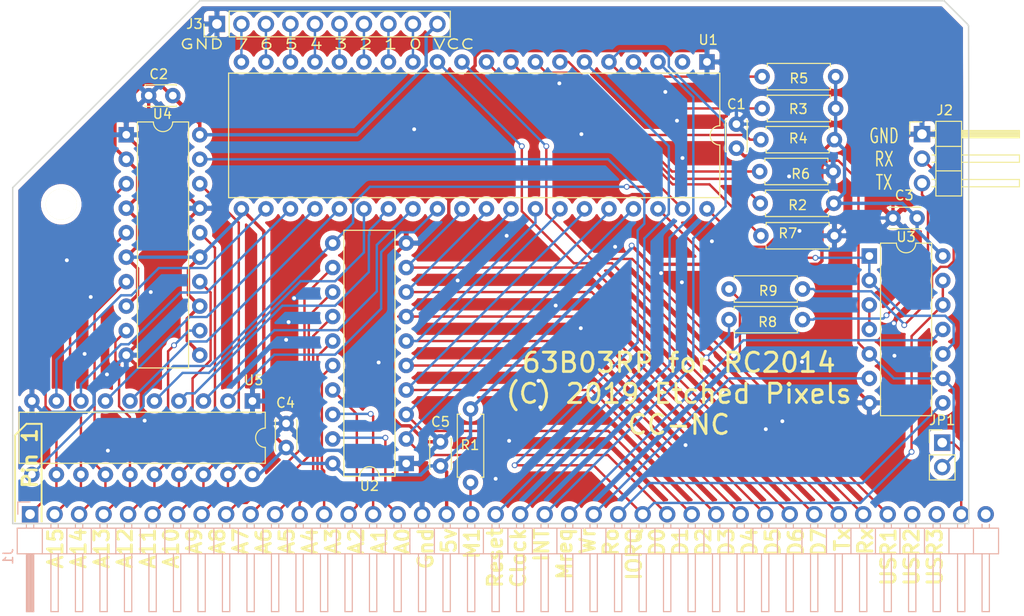
<source format=kicad_pcb>
(kicad_pcb (version 20171130) (host pcbnew 5.1.4-3.fc30)

  (general
    (thickness 1.6)
    (drawings 19)
    (tracks 552)
    (zones 0)
    (modules 24)
    (nets 65)
  )

  (page A4)
  (layers
    (0 F.Cu signal)
    (31 B.Cu signal)
    (32 B.Adhes user)
    (33 F.Adhes user)
    (34 B.Paste user)
    (35 F.Paste user)
    (36 B.SilkS user)
    (37 F.SilkS user)
    (38 B.Mask user)
    (39 F.Mask user)
    (40 Dwgs.User user)
    (41 Cmts.User user)
    (42 Eco1.User user)
    (43 Eco2.User user)
    (44 Edge.Cuts user)
    (45 Margin user)
    (46 B.CrtYd user)
    (47 F.CrtYd user)
    (48 B.Fab user hide)
    (49 F.Fab user hide)
  )

  (setup
    (last_trace_width 0.25)
    (trace_clearance 0.2)
    (zone_clearance 0.508)
    (zone_45_only no)
    (trace_min 0.2)
    (via_size 0.6)
    (via_drill 0.4)
    (via_min_size 0.4)
    (via_min_drill 0.3)
    (uvia_size 0.3)
    (uvia_drill 0.1)
    (uvias_allowed no)
    (uvia_min_size 0.2)
    (uvia_min_drill 0.1)
    (edge_width 0.15)
    (segment_width 0.2)
    (pcb_text_width 0.3)
    (pcb_text_size 1.5 1.5)
    (mod_edge_width 0.15)
    (mod_text_size 1 1)
    (mod_text_width 0.15)
    (pad_size 3.2 3.2)
    (pad_drill 3.2)
    (pad_to_mask_clearance 0.2)
    (aux_axis_origin 0 0)
    (visible_elements 7FFFFFFF)
    (pcbplotparams
      (layerselection 0x010f0_ffffffff)
      (usegerberextensions false)
      (usegerberattributes false)
      (usegerberadvancedattributes false)
      (creategerberjobfile false)
      (excludeedgelayer true)
      (linewidth 0.100000)
      (plotframeref false)
      (viasonmask false)
      (mode 1)
      (useauxorigin false)
      (hpglpennumber 1)
      (hpglpenspeed 20)
      (hpglpendiameter 15.000000)
      (psnegative false)
      (psa4output false)
      (plotreference true)
      (plotvalue true)
      (plotinvisibletext false)
      (padsonsilk false)
      (subtractmaskfromsilk false)
      (outputformat 1)
      (mirror false)
      (drillshape 0)
      (scaleselection 1)
      (outputdirectory "/tmp/6303"))
  )

  (net 0 "")
  (net 1 GND)
  (net 2 RD)
  (net 3 A15)
  (net 4 A14)
  (net 5 A13)
  (net 6 A12)
  (net 7 A11)
  (net 8 A10)
  (net 9 A9)
  (net 10 A8)
  (net 11 A7)
  (net 12 A6)
  (net 13 A5)
  (net 14 A4)
  (net 15 A3)
  (net 16 IORQ)
  (net 17 D1)
  (net 18 D2)
  (net 19 D3)
  (net 20 D4)
  (net 21 D5)
  (net 22 D6)
  (net 23 D7)
  (net 24 A2)
  (net 25 A1)
  (net 26 A0)
  (net 27 RESET)
  (net 28 CLK)
  (net 29 INT)
  (net 30 MREQ)
  (net 31 WR)
  (net 32 TX)
  (net 33 RX)
  (net 34 "Net-(J2-Pad2)")
  (net 35 VCC)
  (net 36 "Net-(J1-Pad19)")
  (net 37 D0)
  (net 38 "Net-(J1-Pad39)")
  (net 39 E)
  (net 40 "Net-(R2-Pad2)")
  (net 41 "Net-(R4-Pad2)")
  (net 42 "Net-(R5-Pad2)")
  (net 43 "Net-(R6-Pad1)")
  (net 44 "Net-(R7-Pad1)")
  (net 45 UA15)
  (net 46 UA14)
  (net 47 UA13)
  (net 48 UA12)
  (net 49 UA11)
  (net 50 UA10)
  (net 51 UA9)
  (net 52 UA8)
  (net 53 "Net-(U1-Pad38)")
  (net 54 "Net-(U1-Pad39)")
  (net 55 "Net-(U3-Pad3)")
  (net 56 "Net-(J2-Pad3)")
  (net 57 "Net-(J3-Pad2)")
  (net 58 "Net-(J3-Pad3)")
  (net 59 "Net-(J3-Pad4)")
  (net 60 "Net-(J3-Pad5)")
  (net 61 "Net-(J3-Pad6)")
  (net 62 "Net-(J3-Pad7)")
  (net 63 "Net-(J3-Pad8)")
  (net 64 "Net-(J3-Pad9)")

  (net_class Default "This is the default net class."
    (clearance 0.2)
    (trace_width 0.25)
    (via_dia 0.6)
    (via_drill 0.4)
    (uvia_dia 0.3)
    (uvia_drill 0.1)
    (add_net A0)
    (add_net A1)
    (add_net A10)
    (add_net A11)
    (add_net A12)
    (add_net A13)
    (add_net A14)
    (add_net A15)
    (add_net A2)
    (add_net A3)
    (add_net A4)
    (add_net A5)
    (add_net A6)
    (add_net A7)
    (add_net A8)
    (add_net A9)
    (add_net CLK)
    (add_net D0)
    (add_net D1)
    (add_net D2)
    (add_net D3)
    (add_net D4)
    (add_net D5)
    (add_net D6)
    (add_net D7)
    (add_net E)
    (add_net INT)
    (add_net IORQ)
    (add_net MREQ)
    (add_net "Net-(J1-Pad19)")
    (add_net "Net-(J1-Pad39)")
    (add_net "Net-(J2-Pad2)")
    (add_net "Net-(J2-Pad3)")
    (add_net "Net-(J3-Pad2)")
    (add_net "Net-(J3-Pad3)")
    (add_net "Net-(J3-Pad4)")
    (add_net "Net-(J3-Pad5)")
    (add_net "Net-(J3-Pad6)")
    (add_net "Net-(J3-Pad7)")
    (add_net "Net-(J3-Pad8)")
    (add_net "Net-(J3-Pad9)")
    (add_net "Net-(R2-Pad2)")
    (add_net "Net-(R4-Pad2)")
    (add_net "Net-(R5-Pad2)")
    (add_net "Net-(R6-Pad1)")
    (add_net "Net-(R7-Pad1)")
    (add_net "Net-(U1-Pad38)")
    (add_net "Net-(U1-Pad39)")
    (add_net "Net-(U3-Pad3)")
    (add_net RD)
    (add_net RESET)
    (add_net RX)
    (add_net TX)
    (add_net UA10)
    (add_net UA11)
    (add_net UA12)
    (add_net UA13)
    (add_net UA14)
    (add_net UA15)
    (add_net UA8)
    (add_net UA9)
    (add_net WR)
  )

  (net_class Power ""
    (clearance 0.2)
    (trace_width 0.35)
    (via_dia 0.6)
    (via_drill 0.4)
    (uvia_dia 0.3)
    (uvia_drill 0.1)
    (add_net GND)
    (add_net VCC)
  )

  (module Package_DIP:DIP-40_W15.24mm (layer F.Cu) (tedit 5A02E8C5) (tstamp 5D72ECB0)
    (at 225.8695 105.4735 270)
    (descr "40-lead though-hole mounted DIP package, row spacing 15.24 mm (600 mils)")
    (tags "THT DIP DIL PDIP 2.54mm 15.24mm 600mil")
    (path /5D733D5E)
    (fp_text reference U1 (at -2.286 -0.127 180) (layer F.SilkS)
      (effects (font (size 1 1) (thickness 0.15)))
    )
    (fp_text value 6303RP-DIP40 (at 7.62 50.59 90) (layer F.Fab)
      (effects (font (size 1 1) (thickness 0.15)))
    )
    (fp_arc (start 7.62 -1.33) (end 6.62 -1.33) (angle -180) (layer F.SilkS) (width 0.12))
    (fp_line (start 1.255 -1.27) (end 14.985 -1.27) (layer F.Fab) (width 0.1))
    (fp_line (start 14.985 -1.27) (end 14.985 49.53) (layer F.Fab) (width 0.1))
    (fp_line (start 14.985 49.53) (end 0.255 49.53) (layer F.Fab) (width 0.1))
    (fp_line (start 0.255 49.53) (end 0.255 -0.27) (layer F.Fab) (width 0.1))
    (fp_line (start 0.255 -0.27) (end 1.255 -1.27) (layer F.Fab) (width 0.1))
    (fp_line (start 6.62 -1.33) (end 1.16 -1.33) (layer F.SilkS) (width 0.12))
    (fp_line (start 1.16 -1.33) (end 1.16 49.59) (layer F.SilkS) (width 0.12))
    (fp_line (start 1.16 49.59) (end 14.08 49.59) (layer F.SilkS) (width 0.12))
    (fp_line (start 14.08 49.59) (end 14.08 -1.33) (layer F.SilkS) (width 0.12))
    (fp_line (start 14.08 -1.33) (end 8.62 -1.33) (layer F.SilkS) (width 0.12))
    (fp_line (start -1.05 -1.55) (end -1.05 49.8) (layer F.CrtYd) (width 0.05))
    (fp_line (start -1.05 49.8) (end 16.3 49.8) (layer F.CrtYd) (width 0.05))
    (fp_line (start 16.3 49.8) (end 16.3 -1.55) (layer F.CrtYd) (width 0.05))
    (fp_line (start 16.3 -1.55) (end -1.05 -1.55) (layer F.CrtYd) (width 0.05))
    (fp_text user %R (at 7.62 24.13 90) (layer F.Fab)
      (effects (font (size 1 1) (thickness 0.15)))
    )
    (pad 1 thru_hole rect (at 0 0 270) (size 1.6 1.6) (drill 0.8) (layers *.Cu *.Mask)
      (net 1 GND))
    (pad 21 thru_hole oval (at 15.24 48.26 270) (size 1.6 1.6) (drill 0.8) (layers *.Cu *.Mask)
      (net 35 VCC))
    (pad 2 thru_hole oval (at 0 2.54 270) (size 1.6 1.6) (drill 0.8) (layers *.Cu *.Mask))
    (pad 22 thru_hole oval (at 15.24 45.72 270) (size 1.6 1.6) (drill 0.8) (layers *.Cu *.Mask)
      (net 45 UA15))
    (pad 3 thru_hole oval (at 0 5.08 270) (size 1.6 1.6) (drill 0.8) (layers *.Cu *.Mask)
      (net 28 CLK))
    (pad 23 thru_hole oval (at 15.24 43.18 270) (size 1.6 1.6) (drill 0.8) (layers *.Cu *.Mask)
      (net 46 UA14))
    (pad 4 thru_hole oval (at 0 7.62 270) (size 1.6 1.6) (drill 0.8) (layers *.Cu *.Mask)
      (net 42 "Net-(R5-Pad2)"))
    (pad 24 thru_hole oval (at 15.24 40.64 270) (size 1.6 1.6) (drill 0.8) (layers *.Cu *.Mask)
      (net 47 UA13))
    (pad 5 thru_hole oval (at 0 10.16 270) (size 1.6 1.6) (drill 0.8) (layers *.Cu *.Mask)
      (net 29 INT))
    (pad 25 thru_hole oval (at 15.24 38.1 270) (size 1.6 1.6) (drill 0.8) (layers *.Cu *.Mask)
      (net 48 UA12))
    (pad 6 thru_hole oval (at 0 12.7 270) (size 1.6 1.6) (drill 0.8) (layers *.Cu *.Mask)
      (net 27 RESET))
    (pad 26 thru_hole oval (at 15.24 35.56 270) (size 1.6 1.6) (drill 0.8) (layers *.Cu *.Mask)
      (net 49 UA11))
    (pad 7 thru_hole oval (at 0 15.24 270) (size 1.6 1.6) (drill 0.8) (layers *.Cu *.Mask)
      (net 41 "Net-(R4-Pad2)"))
    (pad 27 thru_hole oval (at 15.24 33.02 270) (size 1.6 1.6) (drill 0.8) (layers *.Cu *.Mask)
      (net 50 UA10))
    (pad 8 thru_hole oval (at 0 17.78 270) (size 1.6 1.6) (drill 0.8) (layers *.Cu *.Mask)
      (net 43 "Net-(R6-Pad1)"))
    (pad 28 thru_hole oval (at 15.24 30.48 270) (size 1.6 1.6) (drill 0.8) (layers *.Cu *.Mask)
      (net 51 UA9))
    (pad 9 thru_hole oval (at 0 20.32 270) (size 1.6 1.6) (drill 0.8) (layers *.Cu *.Mask)
      (net 40 "Net-(R2-Pad2)"))
    (pad 29 thru_hole oval (at 15.24 27.94 270) (size 1.6 1.6) (drill 0.8) (layers *.Cu *.Mask)
      (net 52 UA8))
    (pad 10 thru_hole oval (at 0 22.86 270) (size 1.6 1.6) (drill 0.8) (layers *.Cu *.Mask)
      (net 44 "Net-(R7-Pad1)"))
    (pad 30 thru_hole oval (at 15.24 25.4 270) (size 1.6 1.6) (drill 0.8) (layers *.Cu *.Mask)
      (net 23 D7))
    (pad 11 thru_hole oval (at 0 25.4 270) (size 1.6 1.6) (drill 0.8) (layers *.Cu *.Mask)
      (net 33 RX))
    (pad 31 thru_hole oval (at 15.24 22.86 270) (size 1.6 1.6) (drill 0.8) (layers *.Cu *.Mask)
      (net 22 D6))
    (pad 12 thru_hole oval (at 0 27.94 270) (size 1.6 1.6) (drill 0.8) (layers *.Cu *.Mask)
      (net 32 TX))
    (pad 32 thru_hole oval (at 15.24 20.32 270) (size 1.6 1.6) (drill 0.8) (layers *.Cu *.Mask)
      (net 21 D5))
    (pad 13 thru_hole oval (at 0 30.48 270) (size 1.6 1.6) (drill 0.8) (layers *.Cu *.Mask)
      (net 64 "Net-(J3-Pad9)"))
    (pad 33 thru_hole oval (at 15.24 17.78 270) (size 1.6 1.6) (drill 0.8) (layers *.Cu *.Mask)
      (net 20 D4))
    (pad 14 thru_hole oval (at 0 33.02 270) (size 1.6 1.6) (drill 0.8) (layers *.Cu *.Mask)
      (net 63 "Net-(J3-Pad8)"))
    (pad 34 thru_hole oval (at 15.24 15.24 270) (size 1.6 1.6) (drill 0.8) (layers *.Cu *.Mask)
      (net 19 D3))
    (pad 15 thru_hole oval (at 0 35.56 270) (size 1.6 1.6) (drill 0.8) (layers *.Cu *.Mask)
      (net 62 "Net-(J3-Pad7)"))
    (pad 35 thru_hole oval (at 15.24 12.7 270) (size 1.6 1.6) (drill 0.8) (layers *.Cu *.Mask)
      (net 18 D2))
    (pad 16 thru_hole oval (at 0 38.1 270) (size 1.6 1.6) (drill 0.8) (layers *.Cu *.Mask)
      (net 61 "Net-(J3-Pad6)"))
    (pad 36 thru_hole oval (at 15.24 10.16 270) (size 1.6 1.6) (drill 0.8) (layers *.Cu *.Mask)
      (net 17 D1))
    (pad 17 thru_hole oval (at 0 40.64 270) (size 1.6 1.6) (drill 0.8) (layers *.Cu *.Mask)
      (net 60 "Net-(J3-Pad5)"))
    (pad 37 thru_hole oval (at 15.24 7.62 270) (size 1.6 1.6) (drill 0.8) (layers *.Cu *.Mask)
      (net 37 D0))
    (pad 18 thru_hole oval (at 0 43.18 270) (size 1.6 1.6) (drill 0.8) (layers *.Cu *.Mask)
      (net 59 "Net-(J3-Pad4)"))
    (pad 38 thru_hole oval (at 15.24 5.08 270) (size 1.6 1.6) (drill 0.8) (layers *.Cu *.Mask)
      (net 53 "Net-(U1-Pad38)"))
    (pad 19 thru_hole oval (at 0 45.72 270) (size 1.6 1.6) (drill 0.8) (layers *.Cu *.Mask)
      (net 58 "Net-(J3-Pad3)"))
    (pad 39 thru_hole oval (at 15.24 2.54 270) (size 1.6 1.6) (drill 0.8) (layers *.Cu *.Mask)
      (net 54 "Net-(U1-Pad39)"))
    (pad 20 thru_hole oval (at 0 48.26 270) (size 1.6 1.6) (drill 0.8) (layers *.Cu *.Mask)
      (net 57 "Net-(J3-Pad2)"))
    (pad 40 thru_hole oval (at 15.24 0 270) (size 1.6 1.6) (drill 0.8) (layers *.Cu *.Mask)
      (net 39 E))
    (model ${KISYS3DMOD}/Package_DIP.3dshapes/DIP-40_W15.24mm.wrl
      (at (xyz 0 0 0))
      (scale (xyz 1 1 1))
      (rotate (xyz 0 0 0))
    )
  )

  (module Package_DIP:DIP-20_W7.62mm (layer F.Cu) (tedit 5A02E8C5) (tstamp 5D72ECD8)
    (at 194.691 147.1295 180)
    (descr "20-lead though-hole mounted DIP package, row spacing 7.62 mm (300 mils)")
    (tags "THT DIP DIL PDIP 2.54mm 7.62mm 300mil")
    (path /5D73983B)
    (fp_text reference U2 (at 3.81 -2.33) (layer F.SilkS)
      (effects (font (size 1 1) (thickness 0.15)))
    )
    (fp_text value 74HC573 (at 3.81 25.19) (layer F.Fab)
      (effects (font (size 1 1) (thickness 0.15)))
    )
    (fp_text user %R (at 3.81 11.43) (layer F.Fab)
      (effects (font (size 1 1) (thickness 0.15)))
    )
    (fp_line (start 8.7 -1.55) (end -1.1 -1.55) (layer F.CrtYd) (width 0.05))
    (fp_line (start 8.7 24.4) (end 8.7 -1.55) (layer F.CrtYd) (width 0.05))
    (fp_line (start -1.1 24.4) (end 8.7 24.4) (layer F.CrtYd) (width 0.05))
    (fp_line (start -1.1 -1.55) (end -1.1 24.4) (layer F.CrtYd) (width 0.05))
    (fp_line (start 6.46 -1.33) (end 4.81 -1.33) (layer F.SilkS) (width 0.12))
    (fp_line (start 6.46 24.19) (end 6.46 -1.33) (layer F.SilkS) (width 0.12))
    (fp_line (start 1.16 24.19) (end 6.46 24.19) (layer F.SilkS) (width 0.12))
    (fp_line (start 1.16 -1.33) (end 1.16 24.19) (layer F.SilkS) (width 0.12))
    (fp_line (start 2.81 -1.33) (end 1.16 -1.33) (layer F.SilkS) (width 0.12))
    (fp_line (start 0.635 -0.27) (end 1.635 -1.27) (layer F.Fab) (width 0.1))
    (fp_line (start 0.635 24.13) (end 0.635 -0.27) (layer F.Fab) (width 0.1))
    (fp_line (start 6.985 24.13) (end 0.635 24.13) (layer F.Fab) (width 0.1))
    (fp_line (start 6.985 -1.27) (end 6.985 24.13) (layer F.Fab) (width 0.1))
    (fp_line (start 1.635 -1.27) (end 6.985 -1.27) (layer F.Fab) (width 0.1))
    (fp_arc (start 3.81 -1.33) (end 2.81 -1.33) (angle -180) (layer F.SilkS) (width 0.12))
    (pad 20 thru_hole oval (at 7.62 0 180) (size 1.6 1.6) (drill 0.8) (layers *.Cu *.Mask)
      (net 35 VCC))
    (pad 10 thru_hole oval (at 0 22.86 180) (size 1.6 1.6) (drill 0.8) (layers *.Cu *.Mask)
      (net 1 GND))
    (pad 19 thru_hole oval (at 7.62 2.54 180) (size 1.6 1.6) (drill 0.8) (layers *.Cu *.Mask)
      (net 26 A0))
    (pad 9 thru_hole oval (at 0 20.32 180) (size 1.6 1.6) (drill 0.8) (layers *.Cu *.Mask)
      (net 23 D7))
    (pad 18 thru_hole oval (at 7.62 5.08 180) (size 1.6 1.6) (drill 0.8) (layers *.Cu *.Mask)
      (net 25 A1))
    (pad 8 thru_hole oval (at 0 17.78 180) (size 1.6 1.6) (drill 0.8) (layers *.Cu *.Mask)
      (net 22 D6))
    (pad 17 thru_hole oval (at 7.62 7.62 180) (size 1.6 1.6) (drill 0.8) (layers *.Cu *.Mask)
      (net 24 A2))
    (pad 7 thru_hole oval (at 0 15.24 180) (size 1.6 1.6) (drill 0.8) (layers *.Cu *.Mask)
      (net 21 D5))
    (pad 16 thru_hole oval (at 7.62 10.16 180) (size 1.6 1.6) (drill 0.8) (layers *.Cu *.Mask)
      (net 15 A3))
    (pad 6 thru_hole oval (at 0 12.7 180) (size 1.6 1.6) (drill 0.8) (layers *.Cu *.Mask)
      (net 20 D4))
    (pad 15 thru_hole oval (at 7.62 12.7 180) (size 1.6 1.6) (drill 0.8) (layers *.Cu *.Mask)
      (net 14 A4))
    (pad 5 thru_hole oval (at 0 10.16 180) (size 1.6 1.6) (drill 0.8) (layers *.Cu *.Mask)
      (net 19 D3))
    (pad 14 thru_hole oval (at 7.62 15.24 180) (size 1.6 1.6) (drill 0.8) (layers *.Cu *.Mask)
      (net 13 A5))
    (pad 4 thru_hole oval (at 0 7.62 180) (size 1.6 1.6) (drill 0.8) (layers *.Cu *.Mask)
      (net 18 D2))
    (pad 13 thru_hole oval (at 7.62 17.78 180) (size 1.6 1.6) (drill 0.8) (layers *.Cu *.Mask)
      (net 12 A6))
    (pad 3 thru_hole oval (at 0 5.08 180) (size 1.6 1.6) (drill 0.8) (layers *.Cu *.Mask)
      (net 17 D1))
    (pad 12 thru_hole oval (at 7.62 20.32 180) (size 1.6 1.6) (drill 0.8) (layers *.Cu *.Mask)
      (net 11 A7))
    (pad 2 thru_hole oval (at 0 2.54 180) (size 1.6 1.6) (drill 0.8) (layers *.Cu *.Mask)
      (net 37 D0))
    (pad 11 thru_hole oval (at 7.62 22.86 180) (size 1.6 1.6) (drill 0.8) (layers *.Cu *.Mask)
      (net 54 "Net-(U1-Pad39)"))
    (pad 1 thru_hole rect (at 0 0 180) (size 1.6 1.6) (drill 0.8) (layers *.Cu *.Mask)
      (net 1 GND))
    (model ${KISYS3DMOD}/Package_DIP.3dshapes/DIP-20_W7.62mm.wrl
      (at (xyz 0 0 0))
      (scale (xyz 1 1 1))
      (rotate (xyz 0 0 0))
    )
  )

  (module Connector_PinHeader_2.54mm:PinHeader_1x40_P2.54mm_Horizontal (layer B.Cu) (tedit 59FED5CB) (tstamp 5D4E77A0)
    (at 155.702 152.4 270)
    (descr "Through hole angled pin header, 1x40, 2.54mm pitch, 6mm pin length, single row")
    (tags "Through hole angled pin header THT 1x40 2.54mm single row")
    (path /5D4D81A3)
    (fp_text reference J1 (at 4.385 2.27 270) (layer B.SilkS)
      (effects (font (size 1 1) (thickness 0.15)) (justify mirror))
    )
    (fp_text value Conn_01x40 (at 4.385 -101.33 270) (layer B.Fab)
      (effects (font (size 1 1) (thickness 0.15)) (justify mirror))
    )
    (fp_line (start 2.135 1.27) (end 4.04 1.27) (layer B.Fab) (width 0.1))
    (fp_line (start 4.04 1.27) (end 4.04 -100.33) (layer B.Fab) (width 0.1))
    (fp_line (start 4.04 -100.33) (end 1.5 -100.33) (layer B.Fab) (width 0.1))
    (fp_line (start 1.5 -100.33) (end 1.5 0.635) (layer B.Fab) (width 0.1))
    (fp_line (start 1.5 0.635) (end 2.135 1.27) (layer B.Fab) (width 0.1))
    (fp_line (start -0.32 0.32) (end 1.5 0.32) (layer B.Fab) (width 0.1))
    (fp_line (start -0.32 0.32) (end -0.32 -0.32) (layer B.Fab) (width 0.1))
    (fp_line (start -0.32 -0.32) (end 1.5 -0.32) (layer B.Fab) (width 0.1))
    (fp_line (start 4.04 0.32) (end 10.04 0.32) (layer B.Fab) (width 0.1))
    (fp_line (start 10.04 0.32) (end 10.04 -0.32) (layer B.Fab) (width 0.1))
    (fp_line (start 4.04 -0.32) (end 10.04 -0.32) (layer B.Fab) (width 0.1))
    (fp_line (start -0.32 -2.22) (end 1.5 -2.22) (layer B.Fab) (width 0.1))
    (fp_line (start -0.32 -2.22) (end -0.32 -2.86) (layer B.Fab) (width 0.1))
    (fp_line (start -0.32 -2.86) (end 1.5 -2.86) (layer B.Fab) (width 0.1))
    (fp_line (start 4.04 -2.22) (end 10.04 -2.22) (layer B.Fab) (width 0.1))
    (fp_line (start 10.04 -2.22) (end 10.04 -2.86) (layer B.Fab) (width 0.1))
    (fp_line (start 4.04 -2.86) (end 10.04 -2.86) (layer B.Fab) (width 0.1))
    (fp_line (start -0.32 -4.76) (end 1.5 -4.76) (layer B.Fab) (width 0.1))
    (fp_line (start -0.32 -4.76) (end -0.32 -5.4) (layer B.Fab) (width 0.1))
    (fp_line (start -0.32 -5.4) (end 1.5 -5.4) (layer B.Fab) (width 0.1))
    (fp_line (start 4.04 -4.76) (end 10.04 -4.76) (layer B.Fab) (width 0.1))
    (fp_line (start 10.04 -4.76) (end 10.04 -5.4) (layer B.Fab) (width 0.1))
    (fp_line (start 4.04 -5.4) (end 10.04 -5.4) (layer B.Fab) (width 0.1))
    (fp_line (start -0.32 -7.3) (end 1.5 -7.3) (layer B.Fab) (width 0.1))
    (fp_line (start -0.32 -7.3) (end -0.32 -7.94) (layer B.Fab) (width 0.1))
    (fp_line (start -0.32 -7.94) (end 1.5 -7.94) (layer B.Fab) (width 0.1))
    (fp_line (start 4.04 -7.3) (end 10.04 -7.3) (layer B.Fab) (width 0.1))
    (fp_line (start 10.04 -7.3) (end 10.04 -7.94) (layer B.Fab) (width 0.1))
    (fp_line (start 4.04 -7.94) (end 10.04 -7.94) (layer B.Fab) (width 0.1))
    (fp_line (start -0.32 -9.84) (end 1.5 -9.84) (layer B.Fab) (width 0.1))
    (fp_line (start -0.32 -9.84) (end -0.32 -10.48) (layer B.Fab) (width 0.1))
    (fp_line (start -0.32 -10.48) (end 1.5 -10.48) (layer B.Fab) (width 0.1))
    (fp_line (start 4.04 -9.84) (end 10.04 -9.84) (layer B.Fab) (width 0.1))
    (fp_line (start 10.04 -9.84) (end 10.04 -10.48) (layer B.Fab) (width 0.1))
    (fp_line (start 4.04 -10.48) (end 10.04 -10.48) (layer B.Fab) (width 0.1))
    (fp_line (start -0.32 -12.38) (end 1.5 -12.38) (layer B.Fab) (width 0.1))
    (fp_line (start -0.32 -12.38) (end -0.32 -13.02) (layer B.Fab) (width 0.1))
    (fp_line (start -0.32 -13.02) (end 1.5 -13.02) (layer B.Fab) (width 0.1))
    (fp_line (start 4.04 -12.38) (end 10.04 -12.38) (layer B.Fab) (width 0.1))
    (fp_line (start 10.04 -12.38) (end 10.04 -13.02) (layer B.Fab) (width 0.1))
    (fp_line (start 4.04 -13.02) (end 10.04 -13.02) (layer B.Fab) (width 0.1))
    (fp_line (start -0.32 -14.92) (end 1.5 -14.92) (layer B.Fab) (width 0.1))
    (fp_line (start -0.32 -14.92) (end -0.32 -15.56) (layer B.Fab) (width 0.1))
    (fp_line (start -0.32 -15.56) (end 1.5 -15.56) (layer B.Fab) (width 0.1))
    (fp_line (start 4.04 -14.92) (end 10.04 -14.92) (layer B.Fab) (width 0.1))
    (fp_line (start 10.04 -14.92) (end 10.04 -15.56) (layer B.Fab) (width 0.1))
    (fp_line (start 4.04 -15.56) (end 10.04 -15.56) (layer B.Fab) (width 0.1))
    (fp_line (start -0.32 -17.46) (end 1.5 -17.46) (layer B.Fab) (width 0.1))
    (fp_line (start -0.32 -17.46) (end -0.32 -18.1) (layer B.Fab) (width 0.1))
    (fp_line (start -0.32 -18.1) (end 1.5 -18.1) (layer B.Fab) (width 0.1))
    (fp_line (start 4.04 -17.46) (end 10.04 -17.46) (layer B.Fab) (width 0.1))
    (fp_line (start 10.04 -17.46) (end 10.04 -18.1) (layer B.Fab) (width 0.1))
    (fp_line (start 4.04 -18.1) (end 10.04 -18.1) (layer B.Fab) (width 0.1))
    (fp_line (start -0.32 -20) (end 1.5 -20) (layer B.Fab) (width 0.1))
    (fp_line (start -0.32 -20) (end -0.32 -20.64) (layer B.Fab) (width 0.1))
    (fp_line (start -0.32 -20.64) (end 1.5 -20.64) (layer B.Fab) (width 0.1))
    (fp_line (start 4.04 -20) (end 10.04 -20) (layer B.Fab) (width 0.1))
    (fp_line (start 10.04 -20) (end 10.04 -20.64) (layer B.Fab) (width 0.1))
    (fp_line (start 4.04 -20.64) (end 10.04 -20.64) (layer B.Fab) (width 0.1))
    (fp_line (start -0.32 -22.54) (end 1.5 -22.54) (layer B.Fab) (width 0.1))
    (fp_line (start -0.32 -22.54) (end -0.32 -23.18) (layer B.Fab) (width 0.1))
    (fp_line (start -0.32 -23.18) (end 1.5 -23.18) (layer B.Fab) (width 0.1))
    (fp_line (start 4.04 -22.54) (end 10.04 -22.54) (layer B.Fab) (width 0.1))
    (fp_line (start 10.04 -22.54) (end 10.04 -23.18) (layer B.Fab) (width 0.1))
    (fp_line (start 4.04 -23.18) (end 10.04 -23.18) (layer B.Fab) (width 0.1))
    (fp_line (start -0.32 -25.08) (end 1.5 -25.08) (layer B.Fab) (width 0.1))
    (fp_line (start -0.32 -25.08) (end -0.32 -25.72) (layer B.Fab) (width 0.1))
    (fp_line (start -0.32 -25.72) (end 1.5 -25.72) (layer B.Fab) (width 0.1))
    (fp_line (start 4.04 -25.08) (end 10.04 -25.08) (layer B.Fab) (width 0.1))
    (fp_line (start 10.04 -25.08) (end 10.04 -25.72) (layer B.Fab) (width 0.1))
    (fp_line (start 4.04 -25.72) (end 10.04 -25.72) (layer B.Fab) (width 0.1))
    (fp_line (start -0.32 -27.62) (end 1.5 -27.62) (layer B.Fab) (width 0.1))
    (fp_line (start -0.32 -27.62) (end -0.32 -28.26) (layer B.Fab) (width 0.1))
    (fp_line (start -0.32 -28.26) (end 1.5 -28.26) (layer B.Fab) (width 0.1))
    (fp_line (start 4.04 -27.62) (end 10.04 -27.62) (layer B.Fab) (width 0.1))
    (fp_line (start 10.04 -27.62) (end 10.04 -28.26) (layer B.Fab) (width 0.1))
    (fp_line (start 4.04 -28.26) (end 10.04 -28.26) (layer B.Fab) (width 0.1))
    (fp_line (start -0.32 -30.16) (end 1.5 -30.16) (layer B.Fab) (width 0.1))
    (fp_line (start -0.32 -30.16) (end -0.32 -30.8) (layer B.Fab) (width 0.1))
    (fp_line (start -0.32 -30.8) (end 1.5 -30.8) (layer B.Fab) (width 0.1))
    (fp_line (start 4.04 -30.16) (end 10.04 -30.16) (layer B.Fab) (width 0.1))
    (fp_line (start 10.04 -30.16) (end 10.04 -30.8) (layer B.Fab) (width 0.1))
    (fp_line (start 4.04 -30.8) (end 10.04 -30.8) (layer B.Fab) (width 0.1))
    (fp_line (start -0.32 -32.7) (end 1.5 -32.7) (layer B.Fab) (width 0.1))
    (fp_line (start -0.32 -32.7) (end -0.32 -33.34) (layer B.Fab) (width 0.1))
    (fp_line (start -0.32 -33.34) (end 1.5 -33.34) (layer B.Fab) (width 0.1))
    (fp_line (start 4.04 -32.7) (end 10.04 -32.7) (layer B.Fab) (width 0.1))
    (fp_line (start 10.04 -32.7) (end 10.04 -33.34) (layer B.Fab) (width 0.1))
    (fp_line (start 4.04 -33.34) (end 10.04 -33.34) (layer B.Fab) (width 0.1))
    (fp_line (start -0.32 -35.24) (end 1.5 -35.24) (layer B.Fab) (width 0.1))
    (fp_line (start -0.32 -35.24) (end -0.32 -35.88) (layer B.Fab) (width 0.1))
    (fp_line (start -0.32 -35.88) (end 1.5 -35.88) (layer B.Fab) (width 0.1))
    (fp_line (start 4.04 -35.24) (end 10.04 -35.24) (layer B.Fab) (width 0.1))
    (fp_line (start 10.04 -35.24) (end 10.04 -35.88) (layer B.Fab) (width 0.1))
    (fp_line (start 4.04 -35.88) (end 10.04 -35.88) (layer B.Fab) (width 0.1))
    (fp_line (start -0.32 -37.78) (end 1.5 -37.78) (layer B.Fab) (width 0.1))
    (fp_line (start -0.32 -37.78) (end -0.32 -38.42) (layer B.Fab) (width 0.1))
    (fp_line (start -0.32 -38.42) (end 1.5 -38.42) (layer B.Fab) (width 0.1))
    (fp_line (start 4.04 -37.78) (end 10.04 -37.78) (layer B.Fab) (width 0.1))
    (fp_line (start 10.04 -37.78) (end 10.04 -38.42) (layer B.Fab) (width 0.1))
    (fp_line (start 4.04 -38.42) (end 10.04 -38.42) (layer B.Fab) (width 0.1))
    (fp_line (start -0.32 -40.32) (end 1.5 -40.32) (layer B.Fab) (width 0.1))
    (fp_line (start -0.32 -40.32) (end -0.32 -40.96) (layer B.Fab) (width 0.1))
    (fp_line (start -0.32 -40.96) (end 1.5 -40.96) (layer B.Fab) (width 0.1))
    (fp_line (start 4.04 -40.32) (end 10.04 -40.32) (layer B.Fab) (width 0.1))
    (fp_line (start 10.04 -40.32) (end 10.04 -40.96) (layer B.Fab) (width 0.1))
    (fp_line (start 4.04 -40.96) (end 10.04 -40.96) (layer B.Fab) (width 0.1))
    (fp_line (start -0.32 -42.86) (end 1.5 -42.86) (layer B.Fab) (width 0.1))
    (fp_line (start -0.32 -42.86) (end -0.32 -43.5) (layer B.Fab) (width 0.1))
    (fp_line (start -0.32 -43.5) (end 1.5 -43.5) (layer B.Fab) (width 0.1))
    (fp_line (start 4.04 -42.86) (end 10.04 -42.86) (layer B.Fab) (width 0.1))
    (fp_line (start 10.04 -42.86) (end 10.04 -43.5) (layer B.Fab) (width 0.1))
    (fp_line (start 4.04 -43.5) (end 10.04 -43.5) (layer B.Fab) (width 0.1))
    (fp_line (start -0.32 -45.4) (end 1.5 -45.4) (layer B.Fab) (width 0.1))
    (fp_line (start -0.32 -45.4) (end -0.32 -46.04) (layer B.Fab) (width 0.1))
    (fp_line (start -0.32 -46.04) (end 1.5 -46.04) (layer B.Fab) (width 0.1))
    (fp_line (start 4.04 -45.4) (end 10.04 -45.4) (layer B.Fab) (width 0.1))
    (fp_line (start 10.04 -45.4) (end 10.04 -46.04) (layer B.Fab) (width 0.1))
    (fp_line (start 4.04 -46.04) (end 10.04 -46.04) (layer B.Fab) (width 0.1))
    (fp_line (start -0.32 -47.94) (end 1.5 -47.94) (layer B.Fab) (width 0.1))
    (fp_line (start -0.32 -47.94) (end -0.32 -48.58) (layer B.Fab) (width 0.1))
    (fp_line (start -0.32 -48.58) (end 1.5 -48.58) (layer B.Fab) (width 0.1))
    (fp_line (start 4.04 -47.94) (end 10.04 -47.94) (layer B.Fab) (width 0.1))
    (fp_line (start 10.04 -47.94) (end 10.04 -48.58) (layer B.Fab) (width 0.1))
    (fp_line (start 4.04 -48.58) (end 10.04 -48.58) (layer B.Fab) (width 0.1))
    (fp_line (start -0.32 -50.48) (end 1.5 -50.48) (layer B.Fab) (width 0.1))
    (fp_line (start -0.32 -50.48) (end -0.32 -51.12) (layer B.Fab) (width 0.1))
    (fp_line (start -0.32 -51.12) (end 1.5 -51.12) (layer B.Fab) (width 0.1))
    (fp_line (start 4.04 -50.48) (end 10.04 -50.48) (layer B.Fab) (width 0.1))
    (fp_line (start 10.04 -50.48) (end 10.04 -51.12) (layer B.Fab) (width 0.1))
    (fp_line (start 4.04 -51.12) (end 10.04 -51.12) (layer B.Fab) (width 0.1))
    (fp_line (start -0.32 -53.02) (end 1.5 -53.02) (layer B.Fab) (width 0.1))
    (fp_line (start -0.32 -53.02) (end -0.32 -53.66) (layer B.Fab) (width 0.1))
    (fp_line (start -0.32 -53.66) (end 1.5 -53.66) (layer B.Fab) (width 0.1))
    (fp_line (start 4.04 -53.02) (end 10.04 -53.02) (layer B.Fab) (width 0.1))
    (fp_line (start 10.04 -53.02) (end 10.04 -53.66) (layer B.Fab) (width 0.1))
    (fp_line (start 4.04 -53.66) (end 10.04 -53.66) (layer B.Fab) (width 0.1))
    (fp_line (start -0.32 -55.56) (end 1.5 -55.56) (layer B.Fab) (width 0.1))
    (fp_line (start -0.32 -55.56) (end -0.32 -56.2) (layer B.Fab) (width 0.1))
    (fp_line (start -0.32 -56.2) (end 1.5 -56.2) (layer B.Fab) (width 0.1))
    (fp_line (start 4.04 -55.56) (end 10.04 -55.56) (layer B.Fab) (width 0.1))
    (fp_line (start 10.04 -55.56) (end 10.04 -56.2) (layer B.Fab) (width 0.1))
    (fp_line (start 4.04 -56.2) (end 10.04 -56.2) (layer B.Fab) (width 0.1))
    (fp_line (start -0.32 -58.1) (end 1.5 -58.1) (layer B.Fab) (width 0.1))
    (fp_line (start -0.32 -58.1) (end -0.32 -58.74) (layer B.Fab) (width 0.1))
    (fp_line (start -0.32 -58.74) (end 1.5 -58.74) (layer B.Fab) (width 0.1))
    (fp_line (start 4.04 -58.1) (end 10.04 -58.1) (layer B.Fab) (width 0.1))
    (fp_line (start 10.04 -58.1) (end 10.04 -58.74) (layer B.Fab) (width 0.1))
    (fp_line (start 4.04 -58.74) (end 10.04 -58.74) (layer B.Fab) (width 0.1))
    (fp_line (start -0.32 -60.64) (end 1.5 -60.64) (layer B.Fab) (width 0.1))
    (fp_line (start -0.32 -60.64) (end -0.32 -61.28) (layer B.Fab) (width 0.1))
    (fp_line (start -0.32 -61.28) (end 1.5 -61.28) (layer B.Fab) (width 0.1))
    (fp_line (start 4.04 -60.64) (end 10.04 -60.64) (layer B.Fab) (width 0.1))
    (fp_line (start 10.04 -60.64) (end 10.04 -61.28) (layer B.Fab) (width 0.1))
    (fp_line (start 4.04 -61.28) (end 10.04 -61.28) (layer B.Fab) (width 0.1))
    (fp_line (start -0.32 -63.18) (end 1.5 -63.18) (layer B.Fab) (width 0.1))
    (fp_line (start -0.32 -63.18) (end -0.32 -63.82) (layer B.Fab) (width 0.1))
    (fp_line (start -0.32 -63.82) (end 1.5 -63.82) (layer B.Fab) (width 0.1))
    (fp_line (start 4.04 -63.18) (end 10.04 -63.18) (layer B.Fab) (width 0.1))
    (fp_line (start 10.04 -63.18) (end 10.04 -63.82) (layer B.Fab) (width 0.1))
    (fp_line (start 4.04 -63.82) (end 10.04 -63.82) (layer B.Fab) (width 0.1))
    (fp_line (start -0.32 -65.72) (end 1.5 -65.72) (layer B.Fab) (width 0.1))
    (fp_line (start -0.32 -65.72) (end -0.32 -66.36) (layer B.Fab) (width 0.1))
    (fp_line (start -0.32 -66.36) (end 1.5 -66.36) (layer B.Fab) (width 0.1))
    (fp_line (start 4.04 -65.72) (end 10.04 -65.72) (layer B.Fab) (width 0.1))
    (fp_line (start 10.04 -65.72) (end 10.04 -66.36) (layer B.Fab) (width 0.1))
    (fp_line (start 4.04 -66.36) (end 10.04 -66.36) (layer B.Fab) (width 0.1))
    (fp_line (start -0.32 -68.26) (end 1.5 -68.26) (layer B.Fab) (width 0.1))
    (fp_line (start -0.32 -68.26) (end -0.32 -68.9) (layer B.Fab) (width 0.1))
    (fp_line (start -0.32 -68.9) (end 1.5 -68.9) (layer B.Fab) (width 0.1))
    (fp_line (start 4.04 -68.26) (end 10.04 -68.26) (layer B.Fab) (width 0.1))
    (fp_line (start 10.04 -68.26) (end 10.04 -68.9) (layer B.Fab) (width 0.1))
    (fp_line (start 4.04 -68.9) (end 10.04 -68.9) (layer B.Fab) (width 0.1))
    (fp_line (start -0.32 -70.8) (end 1.5 -70.8) (layer B.Fab) (width 0.1))
    (fp_line (start -0.32 -70.8) (end -0.32 -71.44) (layer B.Fab) (width 0.1))
    (fp_line (start -0.32 -71.44) (end 1.5 -71.44) (layer B.Fab) (width 0.1))
    (fp_line (start 4.04 -70.8) (end 10.04 -70.8) (layer B.Fab) (width 0.1))
    (fp_line (start 10.04 -70.8) (end 10.04 -71.44) (layer B.Fab) (width 0.1))
    (fp_line (start 4.04 -71.44) (end 10.04 -71.44) (layer B.Fab) (width 0.1))
    (fp_line (start -0.32 -73.34) (end 1.5 -73.34) (layer B.Fab) (width 0.1))
    (fp_line (start -0.32 -73.34) (end -0.32 -73.98) (layer B.Fab) (width 0.1))
    (fp_line (start -0.32 -73.98) (end 1.5 -73.98) (layer B.Fab) (width 0.1))
    (fp_line (start 4.04 -73.34) (end 10.04 -73.34) (layer B.Fab) (width 0.1))
    (fp_line (start 10.04 -73.34) (end 10.04 -73.98) (layer B.Fab) (width 0.1))
    (fp_line (start 4.04 -73.98) (end 10.04 -73.98) (layer B.Fab) (width 0.1))
    (fp_line (start -0.32 -75.88) (end 1.5 -75.88) (layer B.Fab) (width 0.1))
    (fp_line (start -0.32 -75.88) (end -0.32 -76.52) (layer B.Fab) (width 0.1))
    (fp_line (start -0.32 -76.52) (end 1.5 -76.52) (layer B.Fab) (width 0.1))
    (fp_line (start 4.04 -75.88) (end 10.04 -75.88) (layer B.Fab) (width 0.1))
    (fp_line (start 10.04 -75.88) (end 10.04 -76.52) (layer B.Fab) (width 0.1))
    (fp_line (start 4.04 -76.52) (end 10.04 -76.52) (layer B.Fab) (width 0.1))
    (fp_line (start -0.32 -78.42) (end 1.5 -78.42) (layer B.Fab) (width 0.1))
    (fp_line (start -0.32 -78.42) (end -0.32 -79.06) (layer B.Fab) (width 0.1))
    (fp_line (start -0.32 -79.06) (end 1.5 -79.06) (layer B.Fab) (width 0.1))
    (fp_line (start 4.04 -78.42) (end 10.04 -78.42) (layer B.Fab) (width 0.1))
    (fp_line (start 10.04 -78.42) (end 10.04 -79.06) (layer B.Fab) (width 0.1))
    (fp_line (start 4.04 -79.06) (end 10.04 -79.06) (layer B.Fab) (width 0.1))
    (fp_line (start -0.32 -80.96) (end 1.5 -80.96) (layer B.Fab) (width 0.1))
    (fp_line (start -0.32 -80.96) (end -0.32 -81.6) (layer B.Fab) (width 0.1))
    (fp_line (start -0.32 -81.6) (end 1.5 -81.6) (layer B.Fab) (width 0.1))
    (fp_line (start 4.04 -80.96) (end 10.04 -80.96) (layer B.Fab) (width 0.1))
    (fp_line (start 10.04 -80.96) (end 10.04 -81.6) (layer B.Fab) (width 0.1))
    (fp_line (start 4.04 -81.6) (end 10.04 -81.6) (layer B.Fab) (width 0.1))
    (fp_line (start -0.32 -83.5) (end 1.5 -83.5) (layer B.Fab) (width 0.1))
    (fp_line (start -0.32 -83.5) (end -0.32 -84.14) (layer B.Fab) (width 0.1))
    (fp_line (start -0.32 -84.14) (end 1.5 -84.14) (layer B.Fab) (width 0.1))
    (fp_line (start 4.04 -83.5) (end 10.04 -83.5) (layer B.Fab) (width 0.1))
    (fp_line (start 10.04 -83.5) (end 10.04 -84.14) (layer B.Fab) (width 0.1))
    (fp_line (start 4.04 -84.14) (end 10.04 -84.14) (layer B.Fab) (width 0.1))
    (fp_line (start -0.32 -86.04) (end 1.5 -86.04) (layer B.Fab) (width 0.1))
    (fp_line (start -0.32 -86.04) (end -0.32 -86.68) (layer B.Fab) (width 0.1))
    (fp_line (start -0.32 -86.68) (end 1.5 -86.68) (layer B.Fab) (width 0.1))
    (fp_line (start 4.04 -86.04) (end 10.04 -86.04) (layer B.Fab) (width 0.1))
    (fp_line (start 10.04 -86.04) (end 10.04 -86.68) (layer B.Fab) (width 0.1))
    (fp_line (start 4.04 -86.68) (end 10.04 -86.68) (layer B.Fab) (width 0.1))
    (fp_line (start -0.32 -88.58) (end 1.5 -88.58) (layer B.Fab) (width 0.1))
    (fp_line (start -0.32 -88.58) (end -0.32 -89.22) (layer B.Fab) (width 0.1))
    (fp_line (start -0.32 -89.22) (end 1.5 -89.22) (layer B.Fab) (width 0.1))
    (fp_line (start 4.04 -88.58) (end 10.04 -88.58) (layer B.Fab) (width 0.1))
    (fp_line (start 10.04 -88.58) (end 10.04 -89.22) (layer B.Fab) (width 0.1))
    (fp_line (start 4.04 -89.22) (end 10.04 -89.22) (layer B.Fab) (width 0.1))
    (fp_line (start -0.32 -91.12) (end 1.5 -91.12) (layer B.Fab) (width 0.1))
    (fp_line (start -0.32 -91.12) (end -0.32 -91.76) (layer B.Fab) (width 0.1))
    (fp_line (start -0.32 -91.76) (end 1.5 -91.76) (layer B.Fab) (width 0.1))
    (fp_line (start 4.04 -91.12) (end 10.04 -91.12) (layer B.Fab) (width 0.1))
    (fp_line (start 10.04 -91.12) (end 10.04 -91.76) (layer B.Fab) (width 0.1))
    (fp_line (start 4.04 -91.76) (end 10.04 -91.76) (layer B.Fab) (width 0.1))
    (fp_line (start -0.32 -93.66) (end 1.5 -93.66) (layer B.Fab) (width 0.1))
    (fp_line (start -0.32 -93.66) (end -0.32 -94.3) (layer B.Fab) (width 0.1))
    (fp_line (start -0.32 -94.3) (end 1.5 -94.3) (layer B.Fab) (width 0.1))
    (fp_line (start 4.04 -93.66) (end 10.04 -93.66) (layer B.Fab) (width 0.1))
    (fp_line (start 10.04 -93.66) (end 10.04 -94.3) (layer B.Fab) (width 0.1))
    (fp_line (start 4.04 -94.3) (end 10.04 -94.3) (layer B.Fab) (width 0.1))
    (fp_line (start -0.32 -96.2) (end 1.5 -96.2) (layer B.Fab) (width 0.1))
    (fp_line (start -0.32 -96.2) (end -0.32 -96.84) (layer B.Fab) (width 0.1))
    (fp_line (start -0.32 -96.84) (end 1.5 -96.84) (layer B.Fab) (width 0.1))
    (fp_line (start 4.04 -96.2) (end 10.04 -96.2) (layer B.Fab) (width 0.1))
    (fp_line (start 10.04 -96.2) (end 10.04 -96.84) (layer B.Fab) (width 0.1))
    (fp_line (start 4.04 -96.84) (end 10.04 -96.84) (layer B.Fab) (width 0.1))
    (fp_line (start -0.32 -98.74) (end 1.5 -98.74) (layer B.Fab) (width 0.1))
    (fp_line (start -0.32 -98.74) (end -0.32 -99.38) (layer B.Fab) (width 0.1))
    (fp_line (start -0.32 -99.38) (end 1.5 -99.38) (layer B.Fab) (width 0.1))
    (fp_line (start 4.04 -98.74) (end 10.04 -98.74) (layer B.Fab) (width 0.1))
    (fp_line (start 10.04 -98.74) (end 10.04 -99.38) (layer B.Fab) (width 0.1))
    (fp_line (start 4.04 -99.38) (end 10.04 -99.38) (layer B.Fab) (width 0.1))
    (fp_line (start 1.44 1.33) (end 1.44 -100.39) (layer B.SilkS) (width 0.12))
    (fp_line (start 1.44 -100.39) (end 4.1 -100.39) (layer B.SilkS) (width 0.12))
    (fp_line (start 4.1 -100.39) (end 4.1 1.33) (layer B.SilkS) (width 0.12))
    (fp_line (start 4.1 1.33) (end 1.44 1.33) (layer B.SilkS) (width 0.12))
    (fp_line (start 4.1 0.38) (end 10.1 0.38) (layer B.SilkS) (width 0.12))
    (fp_line (start 10.1 0.38) (end 10.1 -0.38) (layer B.SilkS) (width 0.12))
    (fp_line (start 10.1 -0.38) (end 4.1 -0.38) (layer B.SilkS) (width 0.12))
    (fp_line (start 4.1 0.32) (end 10.1 0.32) (layer B.SilkS) (width 0.12))
    (fp_line (start 4.1 0.2) (end 10.1 0.2) (layer B.SilkS) (width 0.12))
    (fp_line (start 4.1 0.08) (end 10.1 0.08) (layer B.SilkS) (width 0.12))
    (fp_line (start 4.1 -0.04) (end 10.1 -0.04) (layer B.SilkS) (width 0.12))
    (fp_line (start 4.1 -0.16) (end 10.1 -0.16) (layer B.SilkS) (width 0.12))
    (fp_line (start 4.1 -0.28) (end 10.1 -0.28) (layer B.SilkS) (width 0.12))
    (fp_line (start 1.11 0.38) (end 1.44 0.38) (layer B.SilkS) (width 0.12))
    (fp_line (start 1.11 -0.38) (end 1.44 -0.38) (layer B.SilkS) (width 0.12))
    (fp_line (start 1.44 -1.27) (end 4.1 -1.27) (layer B.SilkS) (width 0.12))
    (fp_line (start 4.1 -2.16) (end 10.1 -2.16) (layer B.SilkS) (width 0.12))
    (fp_line (start 10.1 -2.16) (end 10.1 -2.92) (layer B.SilkS) (width 0.12))
    (fp_line (start 10.1 -2.92) (end 4.1 -2.92) (layer B.SilkS) (width 0.12))
    (fp_line (start 1.042929 -2.16) (end 1.44 -2.16) (layer B.SilkS) (width 0.12))
    (fp_line (start 1.042929 -2.92) (end 1.44 -2.92) (layer B.SilkS) (width 0.12))
    (fp_line (start 1.44 -3.81) (end 4.1 -3.81) (layer B.SilkS) (width 0.12))
    (fp_line (start 4.1 -4.7) (end 10.1 -4.7) (layer B.SilkS) (width 0.12))
    (fp_line (start 10.1 -4.7) (end 10.1 -5.46) (layer B.SilkS) (width 0.12))
    (fp_line (start 10.1 -5.46) (end 4.1 -5.46) (layer B.SilkS) (width 0.12))
    (fp_line (start 1.042929 -4.7) (end 1.44 -4.7) (layer B.SilkS) (width 0.12))
    (fp_line (start 1.042929 -5.46) (end 1.44 -5.46) (layer B.SilkS) (width 0.12))
    (fp_line (start 1.44 -6.35) (end 4.1 -6.35) (layer B.SilkS) (width 0.12))
    (fp_line (start 4.1 -7.24) (end 10.1 -7.24) (layer B.SilkS) (width 0.12))
    (fp_line (start 10.1 -7.24) (end 10.1 -8) (layer B.SilkS) (width 0.12))
    (fp_line (start 10.1 -8) (end 4.1 -8) (layer B.SilkS) (width 0.12))
    (fp_line (start 1.042929 -7.24) (end 1.44 -7.24) (layer B.SilkS) (width 0.12))
    (fp_line (start 1.042929 -8) (end 1.44 -8) (layer B.SilkS) (width 0.12))
    (fp_line (start 1.44 -8.89) (end 4.1 -8.89) (layer B.SilkS) (width 0.12))
    (fp_line (start 4.1 -9.78) (end 10.1 -9.78) (layer B.SilkS) (width 0.12))
    (fp_line (start 10.1 -9.78) (end 10.1 -10.54) (layer B.SilkS) (width 0.12))
    (fp_line (start 10.1 -10.54) (end 4.1 -10.54) (layer B.SilkS) (width 0.12))
    (fp_line (start 1.042929 -9.78) (end 1.44 -9.78) (layer B.SilkS) (width 0.12))
    (fp_line (start 1.042929 -10.54) (end 1.44 -10.54) (layer B.SilkS) (width 0.12))
    (fp_line (start 1.44 -11.43) (end 4.1 -11.43) (layer B.SilkS) (width 0.12))
    (fp_line (start 4.1 -12.32) (end 10.1 -12.32) (layer B.SilkS) (width 0.12))
    (fp_line (start 10.1 -12.32) (end 10.1 -13.08) (layer B.SilkS) (width 0.12))
    (fp_line (start 10.1 -13.08) (end 4.1 -13.08) (layer B.SilkS) (width 0.12))
    (fp_line (start 1.042929 -12.32) (end 1.44 -12.32) (layer B.SilkS) (width 0.12))
    (fp_line (start 1.042929 -13.08) (end 1.44 -13.08) (layer B.SilkS) (width 0.12))
    (fp_line (start 1.44 -13.97) (end 4.1 -13.97) (layer B.SilkS) (width 0.12))
    (fp_line (start 4.1 -14.86) (end 10.1 -14.86) (layer B.SilkS) (width 0.12))
    (fp_line (start 10.1 -14.86) (end 10.1 -15.62) (layer B.SilkS) (width 0.12))
    (fp_line (start 10.1 -15.62) (end 4.1 -15.62) (layer B.SilkS) (width 0.12))
    (fp_line (start 1.042929 -14.86) (end 1.44 -14.86) (layer B.SilkS) (width 0.12))
    (fp_line (start 1.042929 -15.62) (end 1.44 -15.62) (layer B.SilkS) (width 0.12))
    (fp_line (start 1.44 -16.51) (end 4.1 -16.51) (layer B.SilkS) (width 0.12))
    (fp_line (start 4.1 -17.4) (end 10.1 -17.4) (layer B.SilkS) (width 0.12))
    (fp_line (start 10.1 -17.4) (end 10.1 -18.16) (layer B.SilkS) (width 0.12))
    (fp_line (start 10.1 -18.16) (end 4.1 -18.16) (layer B.SilkS) (width 0.12))
    (fp_line (start 1.042929 -17.4) (end 1.44 -17.4) (layer B.SilkS) (width 0.12))
    (fp_line (start 1.042929 -18.16) (end 1.44 -18.16) (layer B.SilkS) (width 0.12))
    (fp_line (start 1.44 -19.05) (end 4.1 -19.05) (layer B.SilkS) (width 0.12))
    (fp_line (start 4.1 -19.94) (end 10.1 -19.94) (layer B.SilkS) (width 0.12))
    (fp_line (start 10.1 -19.94) (end 10.1 -20.7) (layer B.SilkS) (width 0.12))
    (fp_line (start 10.1 -20.7) (end 4.1 -20.7) (layer B.SilkS) (width 0.12))
    (fp_line (start 1.042929 -19.94) (end 1.44 -19.94) (layer B.SilkS) (width 0.12))
    (fp_line (start 1.042929 -20.7) (end 1.44 -20.7) (layer B.SilkS) (width 0.12))
    (fp_line (start 1.44 -21.59) (end 4.1 -21.59) (layer B.SilkS) (width 0.12))
    (fp_line (start 4.1 -22.48) (end 10.1 -22.48) (layer B.SilkS) (width 0.12))
    (fp_line (start 10.1 -22.48) (end 10.1 -23.24) (layer B.SilkS) (width 0.12))
    (fp_line (start 10.1 -23.24) (end 4.1 -23.24) (layer B.SilkS) (width 0.12))
    (fp_line (start 1.042929 -22.48) (end 1.44 -22.48) (layer B.SilkS) (width 0.12))
    (fp_line (start 1.042929 -23.24) (end 1.44 -23.24) (layer B.SilkS) (width 0.12))
    (fp_line (start 1.44 -24.13) (end 4.1 -24.13) (layer B.SilkS) (width 0.12))
    (fp_line (start 4.1 -25.02) (end 10.1 -25.02) (layer B.SilkS) (width 0.12))
    (fp_line (start 10.1 -25.02) (end 10.1 -25.78) (layer B.SilkS) (width 0.12))
    (fp_line (start 10.1 -25.78) (end 4.1 -25.78) (layer B.SilkS) (width 0.12))
    (fp_line (start 1.042929 -25.02) (end 1.44 -25.02) (layer B.SilkS) (width 0.12))
    (fp_line (start 1.042929 -25.78) (end 1.44 -25.78) (layer B.SilkS) (width 0.12))
    (fp_line (start 1.44 -26.67) (end 4.1 -26.67) (layer B.SilkS) (width 0.12))
    (fp_line (start 4.1 -27.56) (end 10.1 -27.56) (layer B.SilkS) (width 0.12))
    (fp_line (start 10.1 -27.56) (end 10.1 -28.32) (layer B.SilkS) (width 0.12))
    (fp_line (start 10.1 -28.32) (end 4.1 -28.32) (layer B.SilkS) (width 0.12))
    (fp_line (start 1.042929 -27.56) (end 1.44 -27.56) (layer B.SilkS) (width 0.12))
    (fp_line (start 1.042929 -28.32) (end 1.44 -28.32) (layer B.SilkS) (width 0.12))
    (fp_line (start 1.44 -29.21) (end 4.1 -29.21) (layer B.SilkS) (width 0.12))
    (fp_line (start 4.1 -30.1) (end 10.1 -30.1) (layer B.SilkS) (width 0.12))
    (fp_line (start 10.1 -30.1) (end 10.1 -30.86) (layer B.SilkS) (width 0.12))
    (fp_line (start 10.1 -30.86) (end 4.1 -30.86) (layer B.SilkS) (width 0.12))
    (fp_line (start 1.042929 -30.1) (end 1.44 -30.1) (layer B.SilkS) (width 0.12))
    (fp_line (start 1.042929 -30.86) (end 1.44 -30.86) (layer B.SilkS) (width 0.12))
    (fp_line (start 1.44 -31.75) (end 4.1 -31.75) (layer B.SilkS) (width 0.12))
    (fp_line (start 4.1 -32.64) (end 10.1 -32.64) (layer B.SilkS) (width 0.12))
    (fp_line (start 10.1 -32.64) (end 10.1 -33.4) (layer B.SilkS) (width 0.12))
    (fp_line (start 10.1 -33.4) (end 4.1 -33.4) (layer B.SilkS) (width 0.12))
    (fp_line (start 1.042929 -32.64) (end 1.44 -32.64) (layer B.SilkS) (width 0.12))
    (fp_line (start 1.042929 -33.4) (end 1.44 -33.4) (layer B.SilkS) (width 0.12))
    (fp_line (start 1.44 -34.29) (end 4.1 -34.29) (layer B.SilkS) (width 0.12))
    (fp_line (start 4.1 -35.18) (end 10.1 -35.18) (layer B.SilkS) (width 0.12))
    (fp_line (start 10.1 -35.18) (end 10.1 -35.94) (layer B.SilkS) (width 0.12))
    (fp_line (start 10.1 -35.94) (end 4.1 -35.94) (layer B.SilkS) (width 0.12))
    (fp_line (start 1.042929 -35.18) (end 1.44 -35.18) (layer B.SilkS) (width 0.12))
    (fp_line (start 1.042929 -35.94) (end 1.44 -35.94) (layer B.SilkS) (width 0.12))
    (fp_line (start 1.44 -36.83) (end 4.1 -36.83) (layer B.SilkS) (width 0.12))
    (fp_line (start 4.1 -37.72) (end 10.1 -37.72) (layer B.SilkS) (width 0.12))
    (fp_line (start 10.1 -37.72) (end 10.1 -38.48) (layer B.SilkS) (width 0.12))
    (fp_line (start 10.1 -38.48) (end 4.1 -38.48) (layer B.SilkS) (width 0.12))
    (fp_line (start 1.042929 -37.72) (end 1.44 -37.72) (layer B.SilkS) (width 0.12))
    (fp_line (start 1.042929 -38.48) (end 1.44 -38.48) (layer B.SilkS) (width 0.12))
    (fp_line (start 1.44 -39.37) (end 4.1 -39.37) (layer B.SilkS) (width 0.12))
    (fp_line (start 4.1 -40.26) (end 10.1 -40.26) (layer B.SilkS) (width 0.12))
    (fp_line (start 10.1 -40.26) (end 10.1 -41.02) (layer B.SilkS) (width 0.12))
    (fp_line (start 10.1 -41.02) (end 4.1 -41.02) (layer B.SilkS) (width 0.12))
    (fp_line (start 1.042929 -40.26) (end 1.44 -40.26) (layer B.SilkS) (width 0.12))
    (fp_line (start 1.042929 -41.02) (end 1.44 -41.02) (layer B.SilkS) (width 0.12))
    (fp_line (start 1.44 -41.91) (end 4.1 -41.91) (layer B.SilkS) (width 0.12))
    (fp_line (start 4.1 -42.8) (end 10.1 -42.8) (layer B.SilkS) (width 0.12))
    (fp_line (start 10.1 -42.8) (end 10.1 -43.56) (layer B.SilkS) (width 0.12))
    (fp_line (start 10.1 -43.56) (end 4.1 -43.56) (layer B.SilkS) (width 0.12))
    (fp_line (start 1.042929 -42.8) (end 1.44 -42.8) (layer B.SilkS) (width 0.12))
    (fp_line (start 1.042929 -43.56) (end 1.44 -43.56) (layer B.SilkS) (width 0.12))
    (fp_line (start 1.44 -44.45) (end 4.1 -44.45) (layer B.SilkS) (width 0.12))
    (fp_line (start 4.1 -45.34) (end 10.1 -45.34) (layer B.SilkS) (width 0.12))
    (fp_line (start 10.1 -45.34) (end 10.1 -46.1) (layer B.SilkS) (width 0.12))
    (fp_line (start 10.1 -46.1) (end 4.1 -46.1) (layer B.SilkS) (width 0.12))
    (fp_line (start 1.042929 -45.34) (end 1.44 -45.34) (layer B.SilkS) (width 0.12))
    (fp_line (start 1.042929 -46.1) (end 1.44 -46.1) (layer B.SilkS) (width 0.12))
    (fp_line (start 1.44 -46.99) (end 4.1 -46.99) (layer B.SilkS) (width 0.12))
    (fp_line (start 4.1 -47.88) (end 10.1 -47.88) (layer B.SilkS) (width 0.12))
    (fp_line (start 10.1 -47.88) (end 10.1 -48.64) (layer B.SilkS) (width 0.12))
    (fp_line (start 10.1 -48.64) (end 4.1 -48.64) (layer B.SilkS) (width 0.12))
    (fp_line (start 1.042929 -47.88) (end 1.44 -47.88) (layer B.SilkS) (width 0.12))
    (fp_line (start 1.042929 -48.64) (end 1.44 -48.64) (layer B.SilkS) (width 0.12))
    (fp_line (start 1.44 -49.53) (end 4.1 -49.53) (layer B.SilkS) (width 0.12))
    (fp_line (start 4.1 -50.42) (end 10.1 -50.42) (layer B.SilkS) (width 0.12))
    (fp_line (start 10.1 -50.42) (end 10.1 -51.18) (layer B.SilkS) (width 0.12))
    (fp_line (start 10.1 -51.18) (end 4.1 -51.18) (layer B.SilkS) (width 0.12))
    (fp_line (start 1.042929 -50.42) (end 1.44 -50.42) (layer B.SilkS) (width 0.12))
    (fp_line (start 1.042929 -51.18) (end 1.44 -51.18) (layer B.SilkS) (width 0.12))
    (fp_line (start 1.44 -52.07) (end 4.1 -52.07) (layer B.SilkS) (width 0.12))
    (fp_line (start 4.1 -52.96) (end 10.1 -52.96) (layer B.SilkS) (width 0.12))
    (fp_line (start 10.1 -52.96) (end 10.1 -53.72) (layer B.SilkS) (width 0.12))
    (fp_line (start 10.1 -53.72) (end 4.1 -53.72) (layer B.SilkS) (width 0.12))
    (fp_line (start 1.042929 -52.96) (end 1.44 -52.96) (layer B.SilkS) (width 0.12))
    (fp_line (start 1.042929 -53.72) (end 1.44 -53.72) (layer B.SilkS) (width 0.12))
    (fp_line (start 1.44 -54.61) (end 4.1 -54.61) (layer B.SilkS) (width 0.12))
    (fp_line (start 4.1 -55.5) (end 10.1 -55.5) (layer B.SilkS) (width 0.12))
    (fp_line (start 10.1 -55.5) (end 10.1 -56.26) (layer B.SilkS) (width 0.12))
    (fp_line (start 10.1 -56.26) (end 4.1 -56.26) (layer B.SilkS) (width 0.12))
    (fp_line (start 1.042929 -55.5) (end 1.44 -55.5) (layer B.SilkS) (width 0.12))
    (fp_line (start 1.042929 -56.26) (end 1.44 -56.26) (layer B.SilkS) (width 0.12))
    (fp_line (start 1.44 -57.15) (end 4.1 -57.15) (layer B.SilkS) (width 0.12))
    (fp_line (start 4.1 -58.04) (end 10.1 -58.04) (layer B.SilkS) (width 0.12))
    (fp_line (start 10.1 -58.04) (end 10.1 -58.8) (layer B.SilkS) (width 0.12))
    (fp_line (start 10.1 -58.8) (end 4.1 -58.8) (layer B.SilkS) (width 0.12))
    (fp_line (start 1.042929 -58.04) (end 1.44 -58.04) (layer B.SilkS) (width 0.12))
    (fp_line (start 1.042929 -58.8) (end 1.44 -58.8) (layer B.SilkS) (width 0.12))
    (fp_line (start 1.44 -59.69) (end 4.1 -59.69) (layer B.SilkS) (width 0.12))
    (fp_line (start 4.1 -60.58) (end 10.1 -60.58) (layer B.SilkS) (width 0.12))
    (fp_line (start 10.1 -60.58) (end 10.1 -61.34) (layer B.SilkS) (width 0.12))
    (fp_line (start 10.1 -61.34) (end 4.1 -61.34) (layer B.SilkS) (width 0.12))
    (fp_line (start 1.042929 -60.58) (end 1.44 -60.58) (layer B.SilkS) (width 0.12))
    (fp_line (start 1.042929 -61.34) (end 1.44 -61.34) (layer B.SilkS) (width 0.12))
    (fp_line (start 1.44 -62.23) (end 4.1 -62.23) (layer B.SilkS) (width 0.12))
    (fp_line (start 4.1 -63.12) (end 10.1 -63.12) (layer B.SilkS) (width 0.12))
    (fp_line (start 10.1 -63.12) (end 10.1 -63.88) (layer B.SilkS) (width 0.12))
    (fp_line (start 10.1 -63.88) (end 4.1 -63.88) (layer B.SilkS) (width 0.12))
    (fp_line (start 1.042929 -63.12) (end 1.44 -63.12) (layer B.SilkS) (width 0.12))
    (fp_line (start 1.042929 -63.88) (end 1.44 -63.88) (layer B.SilkS) (width 0.12))
    (fp_line (start 1.44 -64.77) (end 4.1 -64.77) (layer B.SilkS) (width 0.12))
    (fp_line (start 4.1 -65.66) (end 10.1 -65.66) (layer B.SilkS) (width 0.12))
    (fp_line (start 10.1 -65.66) (end 10.1 -66.42) (layer B.SilkS) (width 0.12))
    (fp_line (start 10.1 -66.42) (end 4.1 -66.42) (layer B.SilkS) (width 0.12))
    (fp_line (start 1.042929 -65.66) (end 1.44 -65.66) (layer B.SilkS) (width 0.12))
    (fp_line (start 1.042929 -66.42) (end 1.44 -66.42) (layer B.SilkS) (width 0.12))
    (fp_line (start 1.44 -67.31) (end 4.1 -67.31) (layer B.SilkS) (width 0.12))
    (fp_line (start 4.1 -68.2) (end 10.1 -68.2) (layer B.SilkS) (width 0.12))
    (fp_line (start 10.1 -68.2) (end 10.1 -68.96) (layer B.SilkS) (width 0.12))
    (fp_line (start 10.1 -68.96) (end 4.1 -68.96) (layer B.SilkS) (width 0.12))
    (fp_line (start 1.042929 -68.2) (end 1.44 -68.2) (layer B.SilkS) (width 0.12))
    (fp_line (start 1.042929 -68.96) (end 1.44 -68.96) (layer B.SilkS) (width 0.12))
    (fp_line (start 1.44 -69.85) (end 4.1 -69.85) (layer B.SilkS) (width 0.12))
    (fp_line (start 4.1 -70.74) (end 10.1 -70.74) (layer B.SilkS) (width 0.12))
    (fp_line (start 10.1 -70.74) (end 10.1 -71.5) (layer B.SilkS) (width 0.12))
    (fp_line (start 10.1 -71.5) (end 4.1 -71.5) (layer B.SilkS) (width 0.12))
    (fp_line (start 1.042929 -70.74) (end 1.44 -70.74) (layer B.SilkS) (width 0.12))
    (fp_line (start 1.042929 -71.5) (end 1.44 -71.5) (layer B.SilkS) (width 0.12))
    (fp_line (start 1.44 -72.39) (end 4.1 -72.39) (layer B.SilkS) (width 0.12))
    (fp_line (start 4.1 -73.28) (end 10.1 -73.28) (layer B.SilkS) (width 0.12))
    (fp_line (start 10.1 -73.28) (end 10.1 -74.04) (layer B.SilkS) (width 0.12))
    (fp_line (start 10.1 -74.04) (end 4.1 -74.04) (layer B.SilkS) (width 0.12))
    (fp_line (start 1.042929 -73.28) (end 1.44 -73.28) (layer B.SilkS) (width 0.12))
    (fp_line (start 1.042929 -74.04) (end 1.44 -74.04) (layer B.SilkS) (width 0.12))
    (fp_line (start 1.44 -74.93) (end 4.1 -74.93) (layer B.SilkS) (width 0.12))
    (fp_line (start 4.1 -75.82) (end 10.1 -75.82) (layer B.SilkS) (width 0.12))
    (fp_line (start 10.1 -75.82) (end 10.1 -76.58) (layer B.SilkS) (width 0.12))
    (fp_line (start 10.1 -76.58) (end 4.1 -76.58) (layer B.SilkS) (width 0.12))
    (fp_line (start 1.042929 -75.82) (end 1.44 -75.82) (layer B.SilkS) (width 0.12))
    (fp_line (start 1.042929 -76.58) (end 1.44 -76.58) (layer B.SilkS) (width 0.12))
    (fp_line (start 1.44 -77.47) (end 4.1 -77.47) (layer B.SilkS) (width 0.12))
    (fp_line (start 4.1 -78.36) (end 10.1 -78.36) (layer B.SilkS) (width 0.12))
    (fp_line (start 10.1 -78.36) (end 10.1 -79.12) (layer B.SilkS) (width 0.12))
    (fp_line (start 10.1 -79.12) (end 4.1 -79.12) (layer B.SilkS) (width 0.12))
    (fp_line (start 1.042929 -78.36) (end 1.44 -78.36) (layer B.SilkS) (width 0.12))
    (fp_line (start 1.042929 -79.12) (end 1.44 -79.12) (layer B.SilkS) (width 0.12))
    (fp_line (start 1.44 -80.01) (end 4.1 -80.01) (layer B.SilkS) (width 0.12))
    (fp_line (start 4.1 -80.9) (end 10.1 -80.9) (layer B.SilkS) (width 0.12))
    (fp_line (start 10.1 -80.9) (end 10.1 -81.66) (layer B.SilkS) (width 0.12))
    (fp_line (start 10.1 -81.66) (end 4.1 -81.66) (layer B.SilkS) (width 0.12))
    (fp_line (start 1.042929 -80.9) (end 1.44 -80.9) (layer B.SilkS) (width 0.12))
    (fp_line (start 1.042929 -81.66) (end 1.44 -81.66) (layer B.SilkS) (width 0.12))
    (fp_line (start 1.44 -82.55) (end 4.1 -82.55) (layer B.SilkS) (width 0.12))
    (fp_line (start 4.1 -83.44) (end 10.1 -83.44) (layer B.SilkS) (width 0.12))
    (fp_line (start 10.1 -83.44) (end 10.1 -84.2) (layer B.SilkS) (width 0.12))
    (fp_line (start 10.1 -84.2) (end 4.1 -84.2) (layer B.SilkS) (width 0.12))
    (fp_line (start 1.042929 -83.44) (end 1.44 -83.44) (layer B.SilkS) (width 0.12))
    (fp_line (start 1.042929 -84.2) (end 1.44 -84.2) (layer B.SilkS) (width 0.12))
    (fp_line (start 1.44 -85.09) (end 4.1 -85.09) (layer B.SilkS) (width 0.12))
    (fp_line (start 4.1 -85.98) (end 10.1 -85.98) (layer B.SilkS) (width 0.12))
    (fp_line (start 10.1 -85.98) (end 10.1 -86.74) (layer B.SilkS) (width 0.12))
    (fp_line (start 10.1 -86.74) (end 4.1 -86.74) (layer B.SilkS) (width 0.12))
    (fp_line (start 1.042929 -85.98) (end 1.44 -85.98) (layer B.SilkS) (width 0.12))
    (fp_line (start 1.042929 -86.74) (end 1.44 -86.74) (layer B.SilkS) (width 0.12))
    (fp_line (start 1.44 -87.63) (end 4.1 -87.63) (layer B.SilkS) (width 0.12))
    (fp_line (start 4.1 -88.52) (end 10.1 -88.52) (layer B.SilkS) (width 0.12))
    (fp_line (start 10.1 -88.52) (end 10.1 -89.28) (layer B.SilkS) (width 0.12))
    (fp_line (start 10.1 -89.28) (end 4.1 -89.28) (layer B.SilkS) (width 0.12))
    (fp_line (start 1.042929 -88.52) (end 1.44 -88.52) (layer B.SilkS) (width 0.12))
    (fp_line (start 1.042929 -89.28) (end 1.44 -89.28) (layer B.SilkS) (width 0.12))
    (fp_line (start 1.44 -90.17) (end 4.1 -90.17) (layer B.SilkS) (width 0.12))
    (fp_line (start 4.1 -91.06) (end 10.1 -91.06) (layer B.SilkS) (width 0.12))
    (fp_line (start 10.1 -91.06) (end 10.1 -91.82) (layer B.SilkS) (width 0.12))
    (fp_line (start 10.1 -91.82) (end 4.1 -91.82) (layer B.SilkS) (width 0.12))
    (fp_line (start 1.042929 -91.06) (end 1.44 -91.06) (layer B.SilkS) (width 0.12))
    (fp_line (start 1.042929 -91.82) (end 1.44 -91.82) (layer B.SilkS) (width 0.12))
    (fp_line (start 1.44 -92.71) (end 4.1 -92.71) (layer B.SilkS) (width 0.12))
    (fp_line (start 4.1 -93.6) (end 10.1 -93.6) (layer B.SilkS) (width 0.12))
    (fp_line (start 10.1 -93.6) (end 10.1 -94.36) (layer B.SilkS) (width 0.12))
    (fp_line (start 10.1 -94.36) (end 4.1 -94.36) (layer B.SilkS) (width 0.12))
    (fp_line (start 1.042929 -93.6) (end 1.44 -93.6) (layer B.SilkS) (width 0.12))
    (fp_line (start 1.042929 -94.36) (end 1.44 -94.36) (layer B.SilkS) (width 0.12))
    (fp_line (start 1.44 -95.25) (end 4.1 -95.25) (layer B.SilkS) (width 0.12))
    (fp_line (start 4.1 -96.14) (end 10.1 -96.14) (layer B.SilkS) (width 0.12))
    (fp_line (start 10.1 -96.14) (end 10.1 -96.9) (layer B.SilkS) (width 0.12))
    (fp_line (start 10.1 -96.9) (end 4.1 -96.9) (layer B.SilkS) (width 0.12))
    (fp_line (start 1.042929 -96.14) (end 1.44 -96.14) (layer B.SilkS) (width 0.12))
    (fp_line (start 1.042929 -96.9) (end 1.44 -96.9) (layer B.SilkS) (width 0.12))
    (fp_line (start 1.44 -97.79) (end 4.1 -97.79) (layer B.SilkS) (width 0.12))
    (fp_line (start 4.1 -98.68) (end 10.1 -98.68) (layer B.SilkS) (width 0.12))
    (fp_line (start 10.1 -98.68) (end 10.1 -99.44) (layer B.SilkS) (width 0.12))
    (fp_line (start 10.1 -99.44) (end 4.1 -99.44) (layer B.SilkS) (width 0.12))
    (fp_line (start 1.042929 -98.68) (end 1.44 -98.68) (layer B.SilkS) (width 0.12))
    (fp_line (start 1.042929 -99.44) (end 1.44 -99.44) (layer B.SilkS) (width 0.12))
    (fp_line (start -1.27 0) (end -1.27 1.27) (layer B.SilkS) (width 0.12))
    (fp_line (start -1.27 1.27) (end 0 1.27) (layer B.SilkS) (width 0.12))
    (fp_line (start -1.8 1.8) (end -1.8 -100.85) (layer B.CrtYd) (width 0.05))
    (fp_line (start -1.8 -100.85) (end 10.55 -100.85) (layer B.CrtYd) (width 0.05))
    (fp_line (start 10.55 -100.85) (end 10.55 1.8) (layer B.CrtYd) (width 0.05))
    (fp_line (start 10.55 1.8) (end -1.8 1.8) (layer B.CrtYd) (width 0.05))
    (fp_text user %R (at 2.77 -49.53) (layer B.Fab)
      (effects (font (size 1 1) (thickness 0.15)) (justify mirror))
    )
    (pad 1 thru_hole rect (at 0 0 270) (size 1.7 1.7) (drill 1) (layers *.Cu *.Mask)
      (net 3 A15))
    (pad 2 thru_hole oval (at 0 -2.54 270) (size 1.7 1.7) (drill 1) (layers *.Cu *.Mask)
      (net 4 A14))
    (pad 3 thru_hole oval (at 0 -5.08 270) (size 1.7 1.7) (drill 1) (layers *.Cu *.Mask)
      (net 5 A13))
    (pad 4 thru_hole oval (at 0 -7.62 270) (size 1.7 1.7) (drill 1) (layers *.Cu *.Mask)
      (net 6 A12))
    (pad 5 thru_hole oval (at 0 -10.16 270) (size 1.7 1.7) (drill 1) (layers *.Cu *.Mask)
      (net 7 A11))
    (pad 6 thru_hole oval (at 0 -12.7 270) (size 1.7 1.7) (drill 1) (layers *.Cu *.Mask)
      (net 8 A10))
    (pad 7 thru_hole oval (at 0 -15.24 270) (size 1.7 1.7) (drill 1) (layers *.Cu *.Mask)
      (net 9 A9))
    (pad 8 thru_hole oval (at 0 -17.78 270) (size 1.7 1.7) (drill 1) (layers *.Cu *.Mask)
      (net 10 A8))
    (pad 9 thru_hole oval (at 0 -20.32 270) (size 1.7 1.7) (drill 1) (layers *.Cu *.Mask)
      (net 11 A7))
    (pad 10 thru_hole oval (at 0 -22.86 270) (size 1.7 1.7) (drill 1) (layers *.Cu *.Mask)
      (net 12 A6))
    (pad 11 thru_hole oval (at 0 -25.4 270) (size 1.7 1.7) (drill 1) (layers *.Cu *.Mask)
      (net 13 A5))
    (pad 12 thru_hole oval (at 0 -27.94 270) (size 1.7 1.7) (drill 1) (layers *.Cu *.Mask)
      (net 14 A4))
    (pad 13 thru_hole oval (at 0 -30.48 270) (size 1.7 1.7) (drill 1) (layers *.Cu *.Mask)
      (net 15 A3))
    (pad 14 thru_hole oval (at 0 -33.02 270) (size 1.7 1.7) (drill 1) (layers *.Cu *.Mask)
      (net 24 A2))
    (pad 15 thru_hole oval (at 0 -35.56 270) (size 1.7 1.7) (drill 1) (layers *.Cu *.Mask)
      (net 25 A1))
    (pad 16 thru_hole oval (at 0 -38.1 270) (size 1.7 1.7) (drill 1) (layers *.Cu *.Mask)
      (net 26 A0))
    (pad 17 thru_hole oval (at 0 -40.64 270) (size 1.7 1.7) (drill 1) (layers *.Cu *.Mask)
      (net 1 GND))
    (pad 18 thru_hole oval (at 0 -43.18 270) (size 1.7 1.7) (drill 1) (layers *.Cu *.Mask)
      (net 35 VCC))
    (pad 19 thru_hole oval (at 0 -45.72 270) (size 1.7 1.7) (drill 1) (layers *.Cu *.Mask)
      (net 36 "Net-(J1-Pad19)"))
    (pad 20 thru_hole oval (at 0 -48.26 270) (size 1.7 1.7) (drill 1) (layers *.Cu *.Mask)
      (net 27 RESET))
    (pad 21 thru_hole oval (at 0 -50.8 270) (size 1.7 1.7) (drill 1) (layers *.Cu *.Mask)
      (net 28 CLK))
    (pad 22 thru_hole oval (at 0 -53.34 270) (size 1.7 1.7) (drill 1) (layers *.Cu *.Mask)
      (net 29 INT))
    (pad 23 thru_hole oval (at 0 -55.88 270) (size 1.7 1.7) (drill 1) (layers *.Cu *.Mask)
      (net 30 MREQ))
    (pad 24 thru_hole oval (at 0 -58.42 270) (size 1.7 1.7) (drill 1) (layers *.Cu *.Mask)
      (net 31 WR))
    (pad 25 thru_hole oval (at 0 -60.96 270) (size 1.7 1.7) (drill 1) (layers *.Cu *.Mask)
      (net 2 RD))
    (pad 26 thru_hole oval (at 0 -63.5 270) (size 1.7 1.7) (drill 1) (layers *.Cu *.Mask)
      (net 16 IORQ))
    (pad 27 thru_hole oval (at 0 -66.04 270) (size 1.7 1.7) (drill 1) (layers *.Cu *.Mask)
      (net 37 D0))
    (pad 28 thru_hole oval (at 0 -68.58 270) (size 1.7 1.7) (drill 1) (layers *.Cu *.Mask)
      (net 17 D1))
    (pad 29 thru_hole oval (at 0 -71.12 270) (size 1.7 1.7) (drill 1) (layers *.Cu *.Mask)
      (net 18 D2))
    (pad 30 thru_hole oval (at 0 -73.66 270) (size 1.7 1.7) (drill 1) (layers *.Cu *.Mask)
      (net 19 D3))
    (pad 31 thru_hole oval (at 0 -76.2 270) (size 1.7 1.7) (drill 1) (layers *.Cu *.Mask)
      (net 20 D4))
    (pad 32 thru_hole oval (at 0 -78.74 270) (size 1.7 1.7) (drill 1) (layers *.Cu *.Mask)
      (net 21 D5))
    (pad 33 thru_hole oval (at 0 -81.28 270) (size 1.7 1.7) (drill 1) (layers *.Cu *.Mask)
      (net 22 D6))
    (pad 34 thru_hole oval (at 0 -83.82 270) (size 1.7 1.7) (drill 1) (layers *.Cu *.Mask)
      (net 23 D7))
    (pad 35 thru_hole oval (at 0 -86.36 270) (size 1.7 1.7) (drill 1) (layers *.Cu *.Mask)
      (net 32 TX))
    (pad 36 thru_hole oval (at 0 -88.9 270) (size 1.7 1.7) (drill 1) (layers *.Cu *.Mask)
      (net 33 RX))
    (pad 37 thru_hole oval (at 0 -91.44 270) (size 1.7 1.7) (drill 1) (layers *.Cu *.Mask))
    (pad 38 thru_hole oval (at 0 -93.98 270) (size 1.7 1.7) (drill 1) (layers *.Cu *.Mask))
    (pad 39 thru_hole oval (at 0 -96.52 270) (size 1.7 1.7) (drill 1) (layers *.Cu *.Mask)
      (net 38 "Net-(J1-Pad39)"))
    (pad 40 thru_hole oval (at 0 -99.06 270) (size 1.7 1.7) (drill 1) (layers *.Cu *.Mask))
    (model ${KISYS3DMOD}/Connector_PinHeader_2.54mm.3dshapes/PinHeader_1x40_P2.54mm_Horizontal.wrl
      (at (xyz 0 0 0))
      (scale (xyz 1 1 1))
      (rotate (xyz 0 0 0))
    )
  )

  (module Mounting_Holes:MountingHole_3.2mm_M3 locked (layer F.Cu) (tedit 583F5ADB) (tstamp 574B179B)
    (at 158.9278 120.2436)
    (descr "Mounting Hole 3.2mm, no annular, M3")
    (tags "mounting hole 3.2mm no annular m3")
    (fp_text reference "" (at 26.6446 -55.0545) (layer F.SilkS) hide
      (effects (font (size 1 1) (thickness 0.15)))
    )
    (fp_text value "" (at 2.3368 -73.0631 90) (layer F.Fab) hide
      (effects (font (size 1 1) (thickness 0.15)))
    )
    (fp_circle (center 0 0) (end 3.2 0) (layer Cmts.User) (width 0.15))
    (fp_circle (center 0 0) (end 3.45 0) (layer F.CrtYd) (width 0.05))
    (pad "" np_thru_hole circle (at 0 0) (size 3.2 3.2) (drill 3.2) (layers *.Cu *.Mask F.SilkS))
  )

  (module Capacitor_THT:C_Disc_D3.0mm_W2.0mm_P2.50mm (layer F.Cu) (tedit 5AE50EF0) (tstamp 5D72EB7E)
    (at 228.9175 114.427 90)
    (descr "C, Disc series, Radial, pin pitch=2.50mm, , diameter*width=3*2mm^2, Capacitor")
    (tags "C Disc series Radial pin pitch 2.50mm  diameter 3mm width 2mm Capacitor")
    (path /5D796D91)
    (fp_text reference C1 (at 4.572 0 180) (layer F.SilkS)
      (effects (font (size 1 1) (thickness 0.15)))
    )
    (fp_text value 0.1uF (at 1.25 2.25 90) (layer F.Fab)
      (effects (font (size 1 1) (thickness 0.15)))
    )
    (fp_line (start -0.25 -1) (end -0.25 1) (layer F.Fab) (width 0.1))
    (fp_line (start -0.25 1) (end 2.75 1) (layer F.Fab) (width 0.1))
    (fp_line (start 2.75 1) (end 2.75 -1) (layer F.Fab) (width 0.1))
    (fp_line (start 2.75 -1) (end -0.25 -1) (layer F.Fab) (width 0.1))
    (fp_line (start -0.37 -1.12) (end 2.87 -1.12) (layer F.SilkS) (width 0.12))
    (fp_line (start -0.37 1.12) (end 2.87 1.12) (layer F.SilkS) (width 0.12))
    (fp_line (start -0.37 -1.12) (end -0.37 -1.055) (layer F.SilkS) (width 0.12))
    (fp_line (start -0.37 1.055) (end -0.37 1.12) (layer F.SilkS) (width 0.12))
    (fp_line (start 2.87 -1.12) (end 2.87 -1.055) (layer F.SilkS) (width 0.12))
    (fp_line (start 2.87 1.055) (end 2.87 1.12) (layer F.SilkS) (width 0.12))
    (fp_line (start -1.05 -1.25) (end -1.05 1.25) (layer F.CrtYd) (width 0.05))
    (fp_line (start -1.05 1.25) (end 3.55 1.25) (layer F.CrtYd) (width 0.05))
    (fp_line (start 3.55 1.25) (end 3.55 -1.25) (layer F.CrtYd) (width 0.05))
    (fp_line (start 3.55 -1.25) (end -1.05 -1.25) (layer F.CrtYd) (width 0.05))
    (fp_text user %R (at 1.25 0 90) (layer F.Fab)
      (effects (font (size 0.6 0.6) (thickness 0.09)))
    )
    (pad 1 thru_hole circle (at 0 0 90) (size 1.6 1.6) (drill 0.8) (layers *.Cu *.Mask)
      (net 35 VCC))
    (pad 2 thru_hole circle (at 2.5 0 90) (size 1.6 1.6) (drill 0.8) (layers *.Cu *.Mask)
      (net 1 GND))
    (model ${KISYS3DMOD}/Capacitor_THT.3dshapes/C_Disc_D3.0mm_W2.0mm_P2.50mm.wrl
      (at (xyz 0 0 0))
      (scale (xyz 1 1 1))
      (rotate (xyz 0 0 0))
    )
  )

  (module Capacitor_THT:C_Disc_D3.0mm_W2.0mm_P2.50mm (layer F.Cu) (tedit 5AE50EF0) (tstamp 5D72EB93)
    (at 170.4975 108.966 180)
    (descr "C, Disc series, Radial, pin pitch=2.50mm, , diameter*width=3*2mm^2, Capacitor")
    (tags "C Disc series Radial pin pitch 2.50mm  diameter 3mm width 2mm Capacitor")
    (path /5D79C1E9)
    (fp_text reference C2 (at 1.4605 2.2225) (layer F.SilkS)
      (effects (font (size 1 1) (thickness 0.15)))
    )
    (fp_text value 0.1uF (at 1.25 2.25) (layer F.Fab)
      (effects (font (size 1 1) (thickness 0.15)))
    )
    (fp_text user %R (at 1.25 0) (layer F.Fab)
      (effects (font (size 0.6 0.6) (thickness 0.09)))
    )
    (fp_line (start 3.55 -1.25) (end -1.05 -1.25) (layer F.CrtYd) (width 0.05))
    (fp_line (start 3.55 1.25) (end 3.55 -1.25) (layer F.CrtYd) (width 0.05))
    (fp_line (start -1.05 1.25) (end 3.55 1.25) (layer F.CrtYd) (width 0.05))
    (fp_line (start -1.05 -1.25) (end -1.05 1.25) (layer F.CrtYd) (width 0.05))
    (fp_line (start 2.87 1.055) (end 2.87 1.12) (layer F.SilkS) (width 0.12))
    (fp_line (start 2.87 -1.12) (end 2.87 -1.055) (layer F.SilkS) (width 0.12))
    (fp_line (start -0.37 1.055) (end -0.37 1.12) (layer F.SilkS) (width 0.12))
    (fp_line (start -0.37 -1.12) (end -0.37 -1.055) (layer F.SilkS) (width 0.12))
    (fp_line (start -0.37 1.12) (end 2.87 1.12) (layer F.SilkS) (width 0.12))
    (fp_line (start -0.37 -1.12) (end 2.87 -1.12) (layer F.SilkS) (width 0.12))
    (fp_line (start 2.75 -1) (end -0.25 -1) (layer F.Fab) (width 0.1))
    (fp_line (start 2.75 1) (end 2.75 -1) (layer F.Fab) (width 0.1))
    (fp_line (start -0.25 1) (end 2.75 1) (layer F.Fab) (width 0.1))
    (fp_line (start -0.25 -1) (end -0.25 1) (layer F.Fab) (width 0.1))
    (pad 2 thru_hole circle (at 2.5 0 180) (size 1.6 1.6) (drill 0.8) (layers *.Cu *.Mask)
      (net 1 GND))
    (pad 1 thru_hole circle (at 0 0 180) (size 1.6 1.6) (drill 0.8) (layers *.Cu *.Mask)
      (net 35 VCC))
    (model ${KISYS3DMOD}/Capacitor_THT.3dshapes/C_Disc_D3.0mm_W2.0mm_P2.50mm.wrl
      (at (xyz 0 0 0))
      (scale (xyz 1 1 1))
      (rotate (xyz 0 0 0))
    )
  )

  (module Capacitor_THT:C_Disc_D3.0mm_W2.0mm_P2.50mm (layer F.Cu) (tedit 5AE50EF0) (tstamp 5D72EBA8)
    (at 247.65 121.666 180)
    (descr "C, Disc series, Radial, pin pitch=2.50mm, , diameter*width=3*2mm^2, Capacitor")
    (tags "C Disc series Radial pin pitch 2.50mm  diameter 3mm width 2mm Capacitor")
    (path /5D7A60A9)
    (fp_text reference C3 (at 1.3335 2.3495) (layer F.SilkS)
      (effects (font (size 1 1) (thickness 0.15)))
    )
    (fp_text value 0.1uF (at 1.25 2.25) (layer F.Fab)
      (effects (font (size 1 1) (thickness 0.15)))
    )
    (fp_line (start -0.25 -1) (end -0.25 1) (layer F.Fab) (width 0.1))
    (fp_line (start -0.25 1) (end 2.75 1) (layer F.Fab) (width 0.1))
    (fp_line (start 2.75 1) (end 2.75 -1) (layer F.Fab) (width 0.1))
    (fp_line (start 2.75 -1) (end -0.25 -1) (layer F.Fab) (width 0.1))
    (fp_line (start -0.37 -1.12) (end 2.87 -1.12) (layer F.SilkS) (width 0.12))
    (fp_line (start -0.37 1.12) (end 2.87 1.12) (layer F.SilkS) (width 0.12))
    (fp_line (start -0.37 -1.12) (end -0.37 -1.055) (layer F.SilkS) (width 0.12))
    (fp_line (start -0.37 1.055) (end -0.37 1.12) (layer F.SilkS) (width 0.12))
    (fp_line (start 2.87 -1.12) (end 2.87 -1.055) (layer F.SilkS) (width 0.12))
    (fp_line (start 2.87 1.055) (end 2.87 1.12) (layer F.SilkS) (width 0.12))
    (fp_line (start -1.05 -1.25) (end -1.05 1.25) (layer F.CrtYd) (width 0.05))
    (fp_line (start -1.05 1.25) (end 3.55 1.25) (layer F.CrtYd) (width 0.05))
    (fp_line (start 3.55 1.25) (end 3.55 -1.25) (layer F.CrtYd) (width 0.05))
    (fp_line (start 3.55 -1.25) (end -1.05 -1.25) (layer F.CrtYd) (width 0.05))
    (fp_text user %R (at 1.25 0) (layer F.Fab)
      (effects (font (size 0.6 0.6) (thickness 0.09)))
    )
    (pad 1 thru_hole circle (at 0 0 180) (size 1.6 1.6) (drill 0.8) (layers *.Cu *.Mask)
      (net 35 VCC))
    (pad 2 thru_hole circle (at 2.5 0 180) (size 1.6 1.6) (drill 0.8) (layers *.Cu *.Mask)
      (net 1 GND))
    (model ${KISYS3DMOD}/Capacitor_THT.3dshapes/C_Disc_D3.0mm_W2.0mm_P2.50mm.wrl
      (at (xyz 0 0 0))
      (scale (xyz 1 1 1))
      (rotate (xyz 0 0 0))
    )
  )

  (module Capacitor_THT:C_Disc_D3.0mm_W2.0mm_P2.50mm (layer F.Cu) (tedit 5AE50EF0) (tstamp 5D72EBBD)
    (at 182.245 145.4785 90)
    (descr "C, Disc series, Radial, pin pitch=2.50mm, , diameter*width=3*2mm^2, Capacitor")
    (tags "C Disc series Radial pin pitch 2.50mm  diameter 3mm width 2mm Capacitor")
    (path /5D82C90E)
    (fp_text reference C4 (at 4.6355 -0.0635 180) (layer F.SilkS)
      (effects (font (size 1 1) (thickness 0.15)))
    )
    (fp_text value 0.1uF (at 1.25 2.25 90) (layer F.Fab)
      (effects (font (size 1 1) (thickness 0.15)))
    )
    (fp_text user %R (at 1.25 0 90) (layer F.Fab)
      (effects (font (size 0.6 0.6) (thickness 0.09)))
    )
    (fp_line (start 3.55 -1.25) (end -1.05 -1.25) (layer F.CrtYd) (width 0.05))
    (fp_line (start 3.55 1.25) (end 3.55 -1.25) (layer F.CrtYd) (width 0.05))
    (fp_line (start -1.05 1.25) (end 3.55 1.25) (layer F.CrtYd) (width 0.05))
    (fp_line (start -1.05 -1.25) (end -1.05 1.25) (layer F.CrtYd) (width 0.05))
    (fp_line (start 2.87 1.055) (end 2.87 1.12) (layer F.SilkS) (width 0.12))
    (fp_line (start 2.87 -1.12) (end 2.87 -1.055) (layer F.SilkS) (width 0.12))
    (fp_line (start -0.37 1.055) (end -0.37 1.12) (layer F.SilkS) (width 0.12))
    (fp_line (start -0.37 -1.12) (end -0.37 -1.055) (layer F.SilkS) (width 0.12))
    (fp_line (start -0.37 1.12) (end 2.87 1.12) (layer F.SilkS) (width 0.12))
    (fp_line (start -0.37 -1.12) (end 2.87 -1.12) (layer F.SilkS) (width 0.12))
    (fp_line (start 2.75 -1) (end -0.25 -1) (layer F.Fab) (width 0.1))
    (fp_line (start 2.75 1) (end 2.75 -1) (layer F.Fab) (width 0.1))
    (fp_line (start -0.25 1) (end 2.75 1) (layer F.Fab) (width 0.1))
    (fp_line (start -0.25 -1) (end -0.25 1) (layer F.Fab) (width 0.1))
    (pad 2 thru_hole circle (at 2.5 0 90) (size 1.6 1.6) (drill 0.8) (layers *.Cu *.Mask)
      (net 1 GND))
    (pad 1 thru_hole circle (at 0 0 90) (size 1.6 1.6) (drill 0.8) (layers *.Cu *.Mask)
      (net 35 VCC))
    (model ${KISYS3DMOD}/Capacitor_THT.3dshapes/C_Disc_D3.0mm_W2.0mm_P2.50mm.wrl
      (at (xyz 0 0 0))
      (scale (xyz 1 1 1))
      (rotate (xyz 0 0 0))
    )
  )

  (module Connector_PinHeader_2.54mm:PinHeader_1x02_P2.54mm_Vertical (layer F.Cu) (tedit 59FED5CC) (tstamp 5D72EBD3)
    (at 250.2535 144.9705)
    (descr "Through hole straight pin header, 1x02, 2.54mm pitch, single row")
    (tags "Through hole pin header THT 1x02 2.54mm single row")
    (path /5D763796)
    (fp_text reference JP1 (at 0 -2.33) (layer F.SilkS)
      (effects (font (size 1 1) (thickness 0.15)))
    )
    (fp_text value Jumper_2_Open (at 0 4.87) (layer F.Fab)
      (effects (font (size 1 1) (thickness 0.15)))
    )
    (fp_line (start -0.635 -1.27) (end 1.27 -1.27) (layer F.Fab) (width 0.1))
    (fp_line (start 1.27 -1.27) (end 1.27 3.81) (layer F.Fab) (width 0.1))
    (fp_line (start 1.27 3.81) (end -1.27 3.81) (layer F.Fab) (width 0.1))
    (fp_line (start -1.27 3.81) (end -1.27 -0.635) (layer F.Fab) (width 0.1))
    (fp_line (start -1.27 -0.635) (end -0.635 -1.27) (layer F.Fab) (width 0.1))
    (fp_line (start -1.33 3.87) (end 1.33 3.87) (layer F.SilkS) (width 0.12))
    (fp_line (start -1.33 1.27) (end -1.33 3.87) (layer F.SilkS) (width 0.12))
    (fp_line (start 1.33 1.27) (end 1.33 3.87) (layer F.SilkS) (width 0.12))
    (fp_line (start -1.33 1.27) (end 1.33 1.27) (layer F.SilkS) (width 0.12))
    (fp_line (start -1.33 0) (end -1.33 -1.33) (layer F.SilkS) (width 0.12))
    (fp_line (start -1.33 -1.33) (end 0 -1.33) (layer F.SilkS) (width 0.12))
    (fp_line (start -1.8 -1.8) (end -1.8 4.35) (layer F.CrtYd) (width 0.05))
    (fp_line (start -1.8 4.35) (end 1.8 4.35) (layer F.CrtYd) (width 0.05))
    (fp_line (start 1.8 4.35) (end 1.8 -1.8) (layer F.CrtYd) (width 0.05))
    (fp_line (start 1.8 -1.8) (end -1.8 -1.8) (layer F.CrtYd) (width 0.05))
    (fp_text user %R (at 0 1.27 90) (layer F.Fab)
      (effects (font (size 1 1) (thickness 0.15)))
    )
    (pad 1 thru_hole rect (at 0 0) (size 1.7 1.7) (drill 1) (layers *.Cu *.Mask)
      (net 38 "Net-(J1-Pad39)"))
    (pad 2 thru_hole oval (at 0 2.54) (size 1.7 1.7) (drill 1) (layers *.Cu *.Mask)
      (net 39 E))
    (model ${KISYS3DMOD}/Connector_PinHeader_2.54mm.3dshapes/PinHeader_1x02_P2.54mm_Vertical.wrl
      (at (xyz 0 0 0))
      (scale (xyz 1 1 1))
      (rotate (xyz 0 0 0))
    )
  )

  (module Resistor_THT:R_Axial_DIN0207_L6.3mm_D2.5mm_P7.62mm_Horizontal (layer F.Cu) (tedit 5AE5139B) (tstamp 5D72EBEA)
    (at 201.3585 141.478 270)
    (descr "Resistor, Axial_DIN0207 series, Axial, Horizontal, pin pitch=7.62mm, 0.25W = 1/4W, length*diameter=6.3*2.5mm^2, http://cdn-reichelt.de/documents/datenblatt/B400/1_4W%23YAG.pdf")
    (tags "Resistor Axial_DIN0207 series Axial Horizontal pin pitch 7.62mm 0.25W = 1/4W length 6.3mm diameter 2.5mm")
    (path /5D843054)
    (fp_text reference R1 (at 3.7465 0.0635 180) (layer F.SilkS)
      (effects (font (size 1 1) (thickness 0.15)))
    )
    (fp_text value 10K (at 3.81 2.37 90) (layer F.Fab)
      (effects (font (size 1 1) (thickness 0.15)))
    )
    (fp_line (start 0.66 -1.25) (end 0.66 1.25) (layer F.Fab) (width 0.1))
    (fp_line (start 0.66 1.25) (end 6.96 1.25) (layer F.Fab) (width 0.1))
    (fp_line (start 6.96 1.25) (end 6.96 -1.25) (layer F.Fab) (width 0.1))
    (fp_line (start 6.96 -1.25) (end 0.66 -1.25) (layer F.Fab) (width 0.1))
    (fp_line (start 0 0) (end 0.66 0) (layer F.Fab) (width 0.1))
    (fp_line (start 7.62 0) (end 6.96 0) (layer F.Fab) (width 0.1))
    (fp_line (start 0.54 -1.04) (end 0.54 -1.37) (layer F.SilkS) (width 0.12))
    (fp_line (start 0.54 -1.37) (end 7.08 -1.37) (layer F.SilkS) (width 0.12))
    (fp_line (start 7.08 -1.37) (end 7.08 -1.04) (layer F.SilkS) (width 0.12))
    (fp_line (start 0.54 1.04) (end 0.54 1.37) (layer F.SilkS) (width 0.12))
    (fp_line (start 0.54 1.37) (end 7.08 1.37) (layer F.SilkS) (width 0.12))
    (fp_line (start 7.08 1.37) (end 7.08 1.04) (layer F.SilkS) (width 0.12))
    (fp_line (start -1.05 -1.5) (end -1.05 1.5) (layer F.CrtYd) (width 0.05))
    (fp_line (start -1.05 1.5) (end 8.67 1.5) (layer F.CrtYd) (width 0.05))
    (fp_line (start 8.67 1.5) (end 8.67 -1.5) (layer F.CrtYd) (width 0.05))
    (fp_line (start 8.67 -1.5) (end -1.05 -1.5) (layer F.CrtYd) (width 0.05))
    (fp_text user %R (at 3.81 0 90) (layer F.Fab)
      (effects (font (size 1 1) (thickness 0.15)))
    )
    (pad 1 thru_hole circle (at 0 0 270) (size 1.6 1.6) (drill 0.8) (layers *.Cu *.Mask)
      (net 35 VCC))
    (pad 2 thru_hole oval (at 7.62 0 270) (size 1.6 1.6) (drill 0.8) (layers *.Cu *.Mask)
      (net 36 "Net-(J1-Pad19)"))
    (model ${KISYS3DMOD}/Resistor_THT.3dshapes/R_Axial_DIN0207_L6.3mm_D2.5mm_P7.62mm_Horizontal.wrl
      (at (xyz 0 0 0))
      (scale (xyz 1 1 1))
      (rotate (xyz 0 0 0))
    )
  )

  (module Resistor_THT:R_Axial_DIN0207_L6.3mm_D2.5mm_P7.62mm_Horizontal (layer F.Cu) (tedit 5AE5139B) (tstamp 5D72EC01)
    (at 239.014 120.142 180)
    (descr "Resistor, Axial_DIN0207 series, Axial, Horizontal, pin pitch=7.62mm, 0.25W = 1/4W, length*diameter=6.3*2.5mm^2, http://cdn-reichelt.de/documents/datenblatt/B400/1_4W%23YAG.pdf")
    (tags "Resistor Axial_DIN0207 series Axial Horizontal pin pitch 7.62mm 0.25W = 1/4W length 6.3mm diameter 2.5mm")
    (path /5D73258C)
    (fp_text reference R2 (at 3.7465 -0.1905) (layer F.SilkS)
      (effects (font (size 1 1) (thickness 0.15)))
    )
    (fp_text value 4K7 (at 3.81 2.37) (layer F.Fab)
      (effects (font (size 1 1) (thickness 0.15)))
    )
    (fp_text user %R (at 3.81 0) (layer F.Fab)
      (effects (font (size 1 1) (thickness 0.15)))
    )
    (fp_line (start 8.67 -1.5) (end -1.05 -1.5) (layer F.CrtYd) (width 0.05))
    (fp_line (start 8.67 1.5) (end 8.67 -1.5) (layer F.CrtYd) (width 0.05))
    (fp_line (start -1.05 1.5) (end 8.67 1.5) (layer F.CrtYd) (width 0.05))
    (fp_line (start -1.05 -1.5) (end -1.05 1.5) (layer F.CrtYd) (width 0.05))
    (fp_line (start 7.08 1.37) (end 7.08 1.04) (layer F.SilkS) (width 0.12))
    (fp_line (start 0.54 1.37) (end 7.08 1.37) (layer F.SilkS) (width 0.12))
    (fp_line (start 0.54 1.04) (end 0.54 1.37) (layer F.SilkS) (width 0.12))
    (fp_line (start 7.08 -1.37) (end 7.08 -1.04) (layer F.SilkS) (width 0.12))
    (fp_line (start 0.54 -1.37) (end 7.08 -1.37) (layer F.SilkS) (width 0.12))
    (fp_line (start 0.54 -1.04) (end 0.54 -1.37) (layer F.SilkS) (width 0.12))
    (fp_line (start 7.62 0) (end 6.96 0) (layer F.Fab) (width 0.1))
    (fp_line (start 0 0) (end 0.66 0) (layer F.Fab) (width 0.1))
    (fp_line (start 6.96 -1.25) (end 0.66 -1.25) (layer F.Fab) (width 0.1))
    (fp_line (start 6.96 1.25) (end 6.96 -1.25) (layer F.Fab) (width 0.1))
    (fp_line (start 0.66 1.25) (end 6.96 1.25) (layer F.Fab) (width 0.1))
    (fp_line (start 0.66 -1.25) (end 0.66 1.25) (layer F.Fab) (width 0.1))
    (pad 2 thru_hole oval (at 7.62 0 180) (size 1.6 1.6) (drill 0.8) (layers *.Cu *.Mask)
      (net 40 "Net-(R2-Pad2)"))
    (pad 1 thru_hole circle (at 0 0 180) (size 1.6 1.6) (drill 0.8) (layers *.Cu *.Mask)
      (net 35 VCC))
    (model ${KISYS3DMOD}/Resistor_THT.3dshapes/R_Axial_DIN0207_L6.3mm_D2.5mm_P7.62mm_Horizontal.wrl
      (at (xyz 0 0 0))
      (scale (xyz 1 1 1))
      (rotate (xyz 0 0 0))
    )
  )

  (module Resistor_THT:R_Axial_DIN0207_L6.3mm_D2.5mm_P7.62mm_Horizontal (layer F.Cu) (tedit 5AE5139B) (tstamp 5D730175)
    (at 239.2045 110.2995 180)
    (descr "Resistor, Axial_DIN0207 series, Axial, Horizontal, pin pitch=7.62mm, 0.25W = 1/4W, length*diameter=6.3*2.5mm^2, http://cdn-reichelt.de/documents/datenblatt/B400/1_4W%23YAG.pdf")
    (tags "Resistor Axial_DIN0207 series Axial Horizontal pin pitch 7.62mm 0.25W = 1/4W length 6.3mm diameter 2.5mm")
    (path /5D8B5BA0)
    (fp_text reference R3 (at 3.8735 -0.0635) (layer F.SilkS)
      (effects (font (size 1 1) (thickness 0.15)))
    )
    (fp_text value 4K7 (at 3.81 2.37) (layer F.Fab)
      (effects (font (size 1 1) (thickness 0.15)))
    )
    (fp_line (start 0.66 -1.25) (end 0.66 1.25) (layer F.Fab) (width 0.1))
    (fp_line (start 0.66 1.25) (end 6.96 1.25) (layer F.Fab) (width 0.1))
    (fp_line (start 6.96 1.25) (end 6.96 -1.25) (layer F.Fab) (width 0.1))
    (fp_line (start 6.96 -1.25) (end 0.66 -1.25) (layer F.Fab) (width 0.1))
    (fp_line (start 0 0) (end 0.66 0) (layer F.Fab) (width 0.1))
    (fp_line (start 7.62 0) (end 6.96 0) (layer F.Fab) (width 0.1))
    (fp_line (start 0.54 -1.04) (end 0.54 -1.37) (layer F.SilkS) (width 0.12))
    (fp_line (start 0.54 -1.37) (end 7.08 -1.37) (layer F.SilkS) (width 0.12))
    (fp_line (start 7.08 -1.37) (end 7.08 -1.04) (layer F.SilkS) (width 0.12))
    (fp_line (start 0.54 1.04) (end 0.54 1.37) (layer F.SilkS) (width 0.12))
    (fp_line (start 0.54 1.37) (end 7.08 1.37) (layer F.SilkS) (width 0.12))
    (fp_line (start 7.08 1.37) (end 7.08 1.04) (layer F.SilkS) (width 0.12))
    (fp_line (start -1.05 -1.5) (end -1.05 1.5) (layer F.CrtYd) (width 0.05))
    (fp_line (start -1.05 1.5) (end 8.67 1.5) (layer F.CrtYd) (width 0.05))
    (fp_line (start 8.67 1.5) (end 8.67 -1.5) (layer F.CrtYd) (width 0.05))
    (fp_line (start 8.67 -1.5) (end -1.05 -1.5) (layer F.CrtYd) (width 0.05))
    (fp_text user %R (at 3.81 0) (layer F.Fab)
      (effects (font (size 1 1) (thickness 0.15)))
    )
    (pad 1 thru_hole circle (at 0 0 180) (size 1.6 1.6) (drill 0.8) (layers *.Cu *.Mask)
      (net 35 VCC))
    (pad 2 thru_hole oval (at 7.62 0 180) (size 1.6 1.6) (drill 0.8) (layers *.Cu *.Mask)
      (net 29 INT))
    (model ${KISYS3DMOD}/Resistor_THT.3dshapes/R_Axial_DIN0207_L6.3mm_D2.5mm_P7.62mm_Horizontal.wrl
      (at (xyz 0 0 0))
      (scale (xyz 1 1 1))
      (rotate (xyz 0 0 0))
    )
  )

  (module Resistor_THT:R_Axial_DIN0207_L6.3mm_D2.5mm_P7.62mm_Horizontal (layer F.Cu) (tedit 5AE5139B) (tstamp 5D72EC2F)
    (at 239.0775 113.538 180)
    (descr "Resistor, Axial_DIN0207 series, Axial, Horizontal, pin pitch=7.62mm, 0.25W = 1/4W, length*diameter=6.3*2.5mm^2, http://cdn-reichelt.de/documents/datenblatt/B400/1_4W%23YAG.pdf")
    (tags "Resistor Axial_DIN0207 series Axial Horizontal pin pitch 7.62mm 0.25W = 1/4W length 6.3mm diameter 2.5mm")
    (path /5D732C8D)
    (fp_text reference R4 (at 3.7465 0.127) (layer F.SilkS)
      (effects (font (size 1 1) (thickness 0.15)))
    )
    (fp_text value 4K7 (at 3.81 2.37) (layer F.Fab)
      (effects (font (size 1 1) (thickness 0.15)))
    )
    (fp_text user %R (at 3.81 0) (layer F.Fab)
      (effects (font (size 1 1) (thickness 0.15)))
    )
    (fp_line (start 8.67 -1.5) (end -1.05 -1.5) (layer F.CrtYd) (width 0.05))
    (fp_line (start 8.67 1.5) (end 8.67 -1.5) (layer F.CrtYd) (width 0.05))
    (fp_line (start -1.05 1.5) (end 8.67 1.5) (layer F.CrtYd) (width 0.05))
    (fp_line (start -1.05 -1.5) (end -1.05 1.5) (layer F.CrtYd) (width 0.05))
    (fp_line (start 7.08 1.37) (end 7.08 1.04) (layer F.SilkS) (width 0.12))
    (fp_line (start 0.54 1.37) (end 7.08 1.37) (layer F.SilkS) (width 0.12))
    (fp_line (start 0.54 1.04) (end 0.54 1.37) (layer F.SilkS) (width 0.12))
    (fp_line (start 7.08 -1.37) (end 7.08 -1.04) (layer F.SilkS) (width 0.12))
    (fp_line (start 0.54 -1.37) (end 7.08 -1.37) (layer F.SilkS) (width 0.12))
    (fp_line (start 0.54 -1.04) (end 0.54 -1.37) (layer F.SilkS) (width 0.12))
    (fp_line (start 7.62 0) (end 6.96 0) (layer F.Fab) (width 0.1))
    (fp_line (start 0 0) (end 0.66 0) (layer F.Fab) (width 0.1))
    (fp_line (start 6.96 -1.25) (end 0.66 -1.25) (layer F.Fab) (width 0.1))
    (fp_line (start 6.96 1.25) (end 6.96 -1.25) (layer F.Fab) (width 0.1))
    (fp_line (start 0.66 1.25) (end 6.96 1.25) (layer F.Fab) (width 0.1))
    (fp_line (start 0.66 -1.25) (end 0.66 1.25) (layer F.Fab) (width 0.1))
    (pad 2 thru_hole oval (at 7.62 0 180) (size 1.6 1.6) (drill 0.8) (layers *.Cu *.Mask)
      (net 41 "Net-(R4-Pad2)"))
    (pad 1 thru_hole circle (at 0 0 180) (size 1.6 1.6) (drill 0.8) (layers *.Cu *.Mask)
      (net 35 VCC))
    (model ${KISYS3DMOD}/Resistor_THT.3dshapes/R_Axial_DIN0207_L6.3mm_D2.5mm_P7.62mm_Horizontal.wrl
      (at (xyz 0 0 0))
      (scale (xyz 1 1 1))
      (rotate (xyz 0 0 0))
    )
  )

  (module Resistor_THT:R_Axial_DIN0207_L6.3mm_D2.5mm_P7.62mm_Horizontal (layer F.Cu) (tedit 5AE5139B) (tstamp 5D72EC46)
    (at 239.2045 106.9975 180)
    (descr "Resistor, Axial_DIN0207 series, Axial, Horizontal, pin pitch=7.62mm, 0.25W = 1/4W, length*diameter=6.3*2.5mm^2, http://cdn-reichelt.de/documents/datenblatt/B400/1_4W%23YAG.pdf")
    (tags "Resistor Axial_DIN0207 series Axial Horizontal pin pitch 7.62mm 0.25W = 1/4W length 6.3mm diameter 2.5mm")
    (path /5D732F58)
    (fp_text reference R5 (at 3.81 -0.1905) (layer F.SilkS)
      (effects (font (size 1 1) (thickness 0.15)))
    )
    (fp_text value 4K7 (at 3.81 2.37) (layer F.Fab)
      (effects (font (size 1 1) (thickness 0.15)))
    )
    (fp_line (start 0.66 -1.25) (end 0.66 1.25) (layer F.Fab) (width 0.1))
    (fp_line (start 0.66 1.25) (end 6.96 1.25) (layer F.Fab) (width 0.1))
    (fp_line (start 6.96 1.25) (end 6.96 -1.25) (layer F.Fab) (width 0.1))
    (fp_line (start 6.96 -1.25) (end 0.66 -1.25) (layer F.Fab) (width 0.1))
    (fp_line (start 0 0) (end 0.66 0) (layer F.Fab) (width 0.1))
    (fp_line (start 7.62 0) (end 6.96 0) (layer F.Fab) (width 0.1))
    (fp_line (start 0.54 -1.04) (end 0.54 -1.37) (layer F.SilkS) (width 0.12))
    (fp_line (start 0.54 -1.37) (end 7.08 -1.37) (layer F.SilkS) (width 0.12))
    (fp_line (start 7.08 -1.37) (end 7.08 -1.04) (layer F.SilkS) (width 0.12))
    (fp_line (start 0.54 1.04) (end 0.54 1.37) (layer F.SilkS) (width 0.12))
    (fp_line (start 0.54 1.37) (end 7.08 1.37) (layer F.SilkS) (width 0.12))
    (fp_line (start 7.08 1.37) (end 7.08 1.04) (layer F.SilkS) (width 0.12))
    (fp_line (start -1.05 -1.5) (end -1.05 1.5) (layer F.CrtYd) (width 0.05))
    (fp_line (start -1.05 1.5) (end 8.67 1.5) (layer F.CrtYd) (width 0.05))
    (fp_line (start 8.67 1.5) (end 8.67 -1.5) (layer F.CrtYd) (width 0.05))
    (fp_line (start 8.67 -1.5) (end -1.05 -1.5) (layer F.CrtYd) (width 0.05))
    (fp_text user %R (at 3.81 0) (layer F.Fab)
      (effects (font (size 1 1) (thickness 0.15)))
    )
    (pad 1 thru_hole circle (at 0 0 180) (size 1.6 1.6) (drill 0.8) (layers *.Cu *.Mask)
      (net 35 VCC))
    (pad 2 thru_hole oval (at 7.62 0 180) (size 1.6 1.6) (drill 0.8) (layers *.Cu *.Mask)
      (net 42 "Net-(R5-Pad2)"))
    (model ${KISYS3DMOD}/Resistor_THT.3dshapes/R_Axial_DIN0207_L6.3mm_D2.5mm_P7.62mm_Horizontal.wrl
      (at (xyz 0 0 0))
      (scale (xyz 1 1 1))
      (rotate (xyz 0 0 0))
    )
  )

  (module Resistor_THT:R_Axial_DIN0207_L6.3mm_D2.5mm_P7.62mm_Horizontal (layer F.Cu) (tedit 5AE5139B) (tstamp 5D7300D9)
    (at 231.3305 116.84)
    (descr "Resistor, Axial_DIN0207 series, Axial, Horizontal, pin pitch=7.62mm, 0.25W = 1/4W, length*diameter=6.3*2.5mm^2, http://cdn-reichelt.de/documents/datenblatt/B400/1_4W%23YAG.pdf")
    (tags "Resistor Axial_DIN0207 series Axial Horizontal pin pitch 7.62mm 0.25W = 1/4W length 6.3mm diameter 2.5mm")
    (path /5D7329BF)
    (fp_text reference R6 (at 4.2545 0.254) (layer F.SilkS)
      (effects (font (size 1 1) (thickness 0.15)))
    )
    (fp_text value 4K7 (at 3.81 2.37) (layer F.Fab)
      (effects (font (size 1 1) (thickness 0.15)))
    )
    (fp_line (start 0.66 -1.25) (end 0.66 1.25) (layer F.Fab) (width 0.1))
    (fp_line (start 0.66 1.25) (end 6.96 1.25) (layer F.Fab) (width 0.1))
    (fp_line (start 6.96 1.25) (end 6.96 -1.25) (layer F.Fab) (width 0.1))
    (fp_line (start 6.96 -1.25) (end 0.66 -1.25) (layer F.Fab) (width 0.1))
    (fp_line (start 0 0) (end 0.66 0) (layer F.Fab) (width 0.1))
    (fp_line (start 7.62 0) (end 6.96 0) (layer F.Fab) (width 0.1))
    (fp_line (start 0.54 -1.04) (end 0.54 -1.37) (layer F.SilkS) (width 0.12))
    (fp_line (start 0.54 -1.37) (end 7.08 -1.37) (layer F.SilkS) (width 0.12))
    (fp_line (start 7.08 -1.37) (end 7.08 -1.04) (layer F.SilkS) (width 0.12))
    (fp_line (start 0.54 1.04) (end 0.54 1.37) (layer F.SilkS) (width 0.12))
    (fp_line (start 0.54 1.37) (end 7.08 1.37) (layer F.SilkS) (width 0.12))
    (fp_line (start 7.08 1.37) (end 7.08 1.04) (layer F.SilkS) (width 0.12))
    (fp_line (start -1.05 -1.5) (end -1.05 1.5) (layer F.CrtYd) (width 0.05))
    (fp_line (start -1.05 1.5) (end 8.67 1.5) (layer F.CrtYd) (width 0.05))
    (fp_line (start 8.67 1.5) (end 8.67 -1.5) (layer F.CrtYd) (width 0.05))
    (fp_line (start 8.67 -1.5) (end -1.05 -1.5) (layer F.CrtYd) (width 0.05))
    (fp_text user %R (at 3.81 0) (layer F.Fab)
      (effects (font (size 1 1) (thickness 0.15)))
    )
    (pad 1 thru_hole circle (at 0 0) (size 1.6 1.6) (drill 0.8) (layers *.Cu *.Mask)
      (net 43 "Net-(R6-Pad1)"))
    (pad 2 thru_hole oval (at 7.62 0) (size 1.6 1.6) (drill 0.8) (layers *.Cu *.Mask)
      (net 1 GND))
    (model ${KISYS3DMOD}/Resistor_THT.3dshapes/R_Axial_DIN0207_L6.3mm_D2.5mm_P7.62mm_Horizontal.wrl
      (at (xyz 0 0 0))
      (scale (xyz 1 1 1))
      (rotate (xyz 0 0 0))
    )
  )

  (module Resistor_THT:R_Axial_DIN0207_L6.3mm_D2.5mm_P7.62mm_Horizontal (layer F.Cu) (tedit 5AE5139B) (tstamp 5D72EC74)
    (at 231.4575 123.5075)
    (descr "Resistor, Axial_DIN0207 series, Axial, Horizontal, pin pitch=7.62mm, 0.25W = 1/4W, length*diameter=6.3*2.5mm^2, http://cdn-reichelt.de/documents/datenblatt/B400/1_4W%23YAG.pdf")
    (tags "Resistor Axial_DIN0207 series Axial Horizontal pin pitch 7.62mm 0.25W = 1/4W length 6.3mm diameter 2.5mm")
    (path /5D73326E)
    (fp_text reference R7 (at 2.794 -0.254) (layer F.SilkS)
      (effects (font (size 1 1) (thickness 0.15)))
    )
    (fp_text value 4K7 (at 3.81 2.37) (layer F.Fab)
      (effects (font (size 1 1) (thickness 0.15)))
    )
    (fp_text user %R (at 3.81 0) (layer F.Fab)
      (effects (font (size 1 1) (thickness 0.15)))
    )
    (fp_line (start 8.67 -1.5) (end -1.05 -1.5) (layer F.CrtYd) (width 0.05))
    (fp_line (start 8.67 1.5) (end 8.67 -1.5) (layer F.CrtYd) (width 0.05))
    (fp_line (start -1.05 1.5) (end 8.67 1.5) (layer F.CrtYd) (width 0.05))
    (fp_line (start -1.05 -1.5) (end -1.05 1.5) (layer F.CrtYd) (width 0.05))
    (fp_line (start 7.08 1.37) (end 7.08 1.04) (layer F.SilkS) (width 0.12))
    (fp_line (start 0.54 1.37) (end 7.08 1.37) (layer F.SilkS) (width 0.12))
    (fp_line (start 0.54 1.04) (end 0.54 1.37) (layer F.SilkS) (width 0.12))
    (fp_line (start 7.08 -1.37) (end 7.08 -1.04) (layer F.SilkS) (width 0.12))
    (fp_line (start 0.54 -1.37) (end 7.08 -1.37) (layer F.SilkS) (width 0.12))
    (fp_line (start 0.54 -1.04) (end 0.54 -1.37) (layer F.SilkS) (width 0.12))
    (fp_line (start 7.62 0) (end 6.96 0) (layer F.Fab) (width 0.1))
    (fp_line (start 0 0) (end 0.66 0) (layer F.Fab) (width 0.1))
    (fp_line (start 6.96 -1.25) (end 0.66 -1.25) (layer F.Fab) (width 0.1))
    (fp_line (start 6.96 1.25) (end 6.96 -1.25) (layer F.Fab) (width 0.1))
    (fp_line (start 0.66 1.25) (end 6.96 1.25) (layer F.Fab) (width 0.1))
    (fp_line (start 0.66 -1.25) (end 0.66 1.25) (layer F.Fab) (width 0.1))
    (pad 2 thru_hole oval (at 7.62 0) (size 1.6 1.6) (drill 0.8) (layers *.Cu *.Mask)
      (net 1 GND))
    (pad 1 thru_hole circle (at 0 0) (size 1.6 1.6) (drill 0.8) (layers *.Cu *.Mask)
      (net 44 "Net-(R7-Pad1)"))
    (model ${KISYS3DMOD}/Resistor_THT.3dshapes/R_Axial_DIN0207_L6.3mm_D2.5mm_P7.62mm_Horizontal.wrl
      (at (xyz 0 0 0))
      (scale (xyz 1 1 1))
      (rotate (xyz 0 0 0))
    )
  )

  (module Package_DIP:DIP-14_W7.62mm (layer F.Cu) (tedit 5A02E8C5) (tstamp 5D7316F6)
    (at 242.697 125.603)
    (descr "14-lead though-hole mounted DIP package, row spacing 7.62 mm (300 mils)")
    (tags "THT DIP DIL PDIP 2.54mm 7.62mm 300mil")
    (path /5D75BDF6)
    (fp_text reference U3 (at 3.81 -1.9685) (layer F.SilkS)
      (effects (font (size 1 1) (thickness 0.15)))
    )
    (fp_text value 74HC00 (at 3.81 17.57) (layer F.Fab)
      (effects (font (size 1 1) (thickness 0.15)))
    )
    (fp_arc (start 3.81 -1.33) (end 2.81 -1.33) (angle -180) (layer F.SilkS) (width 0.12))
    (fp_line (start 1.635 -1.27) (end 6.985 -1.27) (layer F.Fab) (width 0.1))
    (fp_line (start 6.985 -1.27) (end 6.985 16.51) (layer F.Fab) (width 0.1))
    (fp_line (start 6.985 16.51) (end 0.635 16.51) (layer F.Fab) (width 0.1))
    (fp_line (start 0.635 16.51) (end 0.635 -0.27) (layer F.Fab) (width 0.1))
    (fp_line (start 0.635 -0.27) (end 1.635 -1.27) (layer F.Fab) (width 0.1))
    (fp_line (start 2.81 -1.33) (end 1.16 -1.33) (layer F.SilkS) (width 0.12))
    (fp_line (start 1.16 -1.33) (end 1.16 16.57) (layer F.SilkS) (width 0.12))
    (fp_line (start 1.16 16.57) (end 6.46 16.57) (layer F.SilkS) (width 0.12))
    (fp_line (start 6.46 16.57) (end 6.46 -1.33) (layer F.SilkS) (width 0.12))
    (fp_line (start 6.46 -1.33) (end 4.81 -1.33) (layer F.SilkS) (width 0.12))
    (fp_line (start -1.1 -1.55) (end -1.1 16.8) (layer F.CrtYd) (width 0.05))
    (fp_line (start -1.1 16.8) (end 8.7 16.8) (layer F.CrtYd) (width 0.05))
    (fp_line (start 8.7 16.8) (end 8.7 -1.55) (layer F.CrtYd) (width 0.05))
    (fp_line (start 8.7 -1.55) (end -1.1 -1.55) (layer F.CrtYd) (width 0.05))
    (fp_text user %R (at 3.81 7.62) (layer F.Fab)
      (effects (font (size 1 1) (thickness 0.15)))
    )
    (pad 1 thru_hole rect (at 0 0) (size 1.6 1.6) (drill 0.8) (layers *.Cu *.Mask)
      (net 53 "Net-(U1-Pad38)"))
    (pad 8 thru_hole oval (at 7.62 15.24) (size 1.6 1.6) (drill 0.8) (layers *.Cu *.Mask)
      (net 2 RD))
    (pad 2 thru_hole oval (at 0 2.54) (size 1.6 1.6) (drill 0.8) (layers *.Cu *.Mask)
      (net 53 "Net-(U1-Pad38)"))
    (pad 9 thru_hole oval (at 7.62 12.7) (size 1.6 1.6) (drill 0.8) (layers *.Cu *.Mask)
      (net 39 E))
    (pad 3 thru_hole oval (at 0 5.08) (size 1.6 1.6) (drill 0.8) (layers *.Cu *.Mask)
      (net 55 "Net-(U3-Pad3)"))
    (pad 10 thru_hole oval (at 7.62 10.16) (size 1.6 1.6) (drill 0.8) (layers *.Cu *.Mask)
      (net 53 "Net-(U1-Pad38)"))
    (pad 4 thru_hole oval (at 0 7.62) (size 1.6 1.6) (drill 0.8) (layers *.Cu *.Mask)
      (net 55 "Net-(U3-Pad3)"))
    (pad 11 thru_hole oval (at 7.62 7.62) (size 1.6 1.6) (drill 0.8) (layers *.Cu *.Mask)
      (net 30 MREQ))
    (pad 5 thru_hole oval (at 0 10.16) (size 1.6 1.6) (drill 0.8) (layers *.Cu *.Mask)
      (net 39 E))
    (pad 12 thru_hole oval (at 7.62 5.08) (size 1.6 1.6) (drill 0.8) (layers *.Cu *.Mask)
      (net 16 IORQ))
    (pad 6 thru_hole oval (at 0 12.7) (size 1.6 1.6) (drill 0.8) (layers *.Cu *.Mask)
      (net 31 WR))
    (pad 13 thru_hole oval (at 7.62 2.54) (size 1.6 1.6) (drill 0.8) (layers *.Cu *.Mask)
      (net 16 IORQ))
    (pad 7 thru_hole oval (at 0 15.24) (size 1.6 1.6) (drill 0.8) (layers *.Cu *.Mask)
      (net 1 GND))
    (pad 14 thru_hole oval (at 7.62 0) (size 1.6 1.6) (drill 0.8) (layers *.Cu *.Mask)
      (net 35 VCC))
    (model ${KISYS3DMOD}/Package_DIP.3dshapes/DIP-14_W7.62mm.wrl
      (at (xyz 0 0 0))
      (scale (xyz 1 1 1))
      (rotate (xyz 0 0 0))
    )
  )

  (module Package_DIP:DIP-20_W7.62mm (layer F.Cu) (tedit 5A02E8C5) (tstamp 5D72ED22)
    (at 165.6715 113.03)
    (descr "20-lead though-hole mounted DIP package, row spacing 7.62 mm (300 mils)")
    (tags "THT DIP DIL PDIP 2.54mm 7.62mm 300mil")
    (path /5D7C2D6D)
    (fp_text reference U4 (at 3.7465 -2.159) (layer F.SilkS)
      (effects (font (size 1 1) (thickness 0.15)))
    )
    (fp_text value 74HC688 (at 3.81 25.19) (layer F.Fab)
      (effects (font (size 1 1) (thickness 0.15)))
    )
    (fp_arc (start 3.81 -1.33) (end 2.81 -1.33) (angle -180) (layer F.SilkS) (width 0.12))
    (fp_line (start 1.635 -1.27) (end 6.985 -1.27) (layer F.Fab) (width 0.1))
    (fp_line (start 6.985 -1.27) (end 6.985 24.13) (layer F.Fab) (width 0.1))
    (fp_line (start 6.985 24.13) (end 0.635 24.13) (layer F.Fab) (width 0.1))
    (fp_line (start 0.635 24.13) (end 0.635 -0.27) (layer F.Fab) (width 0.1))
    (fp_line (start 0.635 -0.27) (end 1.635 -1.27) (layer F.Fab) (width 0.1))
    (fp_line (start 2.81 -1.33) (end 1.16 -1.33) (layer F.SilkS) (width 0.12))
    (fp_line (start 1.16 -1.33) (end 1.16 24.19) (layer F.SilkS) (width 0.12))
    (fp_line (start 1.16 24.19) (end 6.46 24.19) (layer F.SilkS) (width 0.12))
    (fp_line (start 6.46 24.19) (end 6.46 -1.33) (layer F.SilkS) (width 0.12))
    (fp_line (start 6.46 -1.33) (end 4.81 -1.33) (layer F.SilkS) (width 0.12))
    (fp_line (start -1.1 -1.55) (end -1.1 24.4) (layer F.CrtYd) (width 0.05))
    (fp_line (start -1.1 24.4) (end 8.7 24.4) (layer F.CrtYd) (width 0.05))
    (fp_line (start 8.7 24.4) (end 8.7 -1.55) (layer F.CrtYd) (width 0.05))
    (fp_line (start 8.7 -1.55) (end -1.1 -1.55) (layer F.CrtYd) (width 0.05))
    (fp_text user %R (at 3.81 11.43) (layer F.Fab)
      (effects (font (size 1 1) (thickness 0.15)))
    )
    (pad 1 thru_hole rect (at 0 0) (size 1.6 1.6) (drill 0.8) (layers *.Cu *.Mask)
      (net 1 GND))
    (pad 11 thru_hole oval (at 7.62 22.86) (size 1.6 1.6) (drill 0.8) (layers *.Cu *.Mask)
      (net 35 VCC))
    (pad 2 thru_hole oval (at 0 2.54) (size 1.6 1.6) (drill 0.8) (layers *.Cu *.Mask)
      (net 35 VCC))
    (pad 12 thru_hole oval (at 7.62 20.32) (size 1.6 1.6) (drill 0.8) (layers *.Cu *.Mask)
      (net 7 A11))
    (pad 3 thru_hole oval (at 0 5.08) (size 1.6 1.6) (drill 0.8) (layers *.Cu *.Mask)
      (net 3 A15))
    (pad 13 thru_hole oval (at 7.62 17.78) (size 1.6 1.6) (drill 0.8) (layers *.Cu *.Mask)
      (net 35 VCC))
    (pad 4 thru_hole oval (at 0 7.62) (size 1.6 1.6) (drill 0.8) (layers *.Cu *.Mask)
      (net 35 VCC))
    (pad 14 thru_hole oval (at 7.62 15.24) (size 1.6 1.6) (drill 0.8) (layers *.Cu *.Mask)
      (net 8 A10))
    (pad 5 thru_hole oval (at 0 10.16) (size 1.6 1.6) (drill 0.8) (layers *.Cu *.Mask)
      (net 4 A14))
    (pad 15 thru_hole oval (at 7.62 12.7) (size 1.6 1.6) (drill 0.8) (layers *.Cu *.Mask)
      (net 35 VCC))
    (pad 6 thru_hole oval (at 0 12.7) (size 1.6 1.6) (drill 0.8) (layers *.Cu *.Mask)
      (net 35 VCC))
    (pad 16 thru_hole oval (at 7.62 10.16) (size 1.6 1.6) (drill 0.8) (layers *.Cu *.Mask)
      (net 9 A9))
    (pad 7 thru_hole oval (at 0 15.24) (size 1.6 1.6) (drill 0.8) (layers *.Cu *.Mask)
      (net 5 A13))
    (pad 17 thru_hole oval (at 7.62 7.62) (size 1.6 1.6) (drill 0.8) (layers *.Cu *.Mask)
      (net 1 GND))
    (pad 8 thru_hole oval (at 0 17.78) (size 1.6 1.6) (drill 0.8) (layers *.Cu *.Mask)
      (net 35 VCC))
    (pad 18 thru_hole oval (at 7.62 5.08) (size 1.6 1.6) (drill 0.8) (layers *.Cu *.Mask)
      (net 10 A8))
    (pad 9 thru_hole oval (at 0 20.32) (size 1.6 1.6) (drill 0.8) (layers *.Cu *.Mask)
      (net 6 A12))
    (pad 19 thru_hole oval (at 7.62 2.54) (size 1.6 1.6) (drill 0.8) (layers *.Cu *.Mask)
      (net 16 IORQ))
    (pad 10 thru_hole oval (at 0 22.86) (size 1.6 1.6) (drill 0.8) (layers *.Cu *.Mask)
      (net 1 GND))
    (pad 20 thru_hole oval (at 7.62 0) (size 1.6 1.6) (drill 0.8) (layers *.Cu *.Mask)
      (net 35 VCC))
    (model ${KISYS3DMOD}/Package_DIP.3dshapes/DIP-20_W7.62mm.wrl
      (at (xyz 0 0 0))
      (scale (xyz 1 1 1))
      (rotate (xyz 0 0 0))
    )
  )

  (module Package_DIP:DIP-20_W7.62mm (layer F.Cu) (tedit 5A02E8C5) (tstamp 5D72ED4A)
    (at 178.7525 140.6525 270)
    (descr "20-lead though-hole mounted DIP package, row spacing 7.62 mm (300 mils)")
    (tags "THT DIP DIL PDIP 2.54mm 7.62mm 300mil")
    (path /5D86B383)
    (fp_text reference U5 (at -2.159 -0.127 180) (layer F.SilkS)
      (effects (font (size 1 1) (thickness 0.15)))
    )
    (fp_text value 74HC573 (at 3.81 25.19 90) (layer F.Fab)
      (effects (font (size 1 1) (thickness 0.15)))
    )
    (fp_arc (start 3.81 -1.33) (end 2.81 -1.33) (angle -180) (layer F.SilkS) (width 0.12))
    (fp_line (start 1.635 -1.27) (end 6.985 -1.27) (layer F.Fab) (width 0.1))
    (fp_line (start 6.985 -1.27) (end 6.985 24.13) (layer F.Fab) (width 0.1))
    (fp_line (start 6.985 24.13) (end 0.635 24.13) (layer F.Fab) (width 0.1))
    (fp_line (start 0.635 24.13) (end 0.635 -0.27) (layer F.Fab) (width 0.1))
    (fp_line (start 0.635 -0.27) (end 1.635 -1.27) (layer F.Fab) (width 0.1))
    (fp_line (start 2.81 -1.33) (end 1.16 -1.33) (layer F.SilkS) (width 0.12))
    (fp_line (start 1.16 -1.33) (end 1.16 24.19) (layer F.SilkS) (width 0.12))
    (fp_line (start 1.16 24.19) (end 6.46 24.19) (layer F.SilkS) (width 0.12))
    (fp_line (start 6.46 24.19) (end 6.46 -1.33) (layer F.SilkS) (width 0.12))
    (fp_line (start 6.46 -1.33) (end 4.81 -1.33) (layer F.SilkS) (width 0.12))
    (fp_line (start -1.1 -1.55) (end -1.1 24.4) (layer F.CrtYd) (width 0.05))
    (fp_line (start -1.1 24.4) (end 8.7 24.4) (layer F.CrtYd) (width 0.05))
    (fp_line (start 8.7 24.4) (end 8.7 -1.55) (layer F.CrtYd) (width 0.05))
    (fp_line (start 8.7 -1.55) (end -1.1 -1.55) (layer F.CrtYd) (width 0.05))
    (fp_text user %R (at 3.81 11.43 90) (layer F.Fab)
      (effects (font (size 1 1) (thickness 0.15)))
    )
    (pad 1 thru_hole rect (at 0 0 270) (size 1.6 1.6) (drill 0.8) (layers *.Cu *.Mask)
      (net 1 GND))
    (pad 11 thru_hole oval (at 7.62 22.86 270) (size 1.6 1.6) (drill 0.8) (layers *.Cu *.Mask)
      (net 54 "Net-(U1-Pad39)"))
    (pad 2 thru_hole oval (at 0 2.54 270) (size 1.6 1.6) (drill 0.8) (layers *.Cu *.Mask)
      (net 52 UA8))
    (pad 12 thru_hole oval (at 7.62 20.32 270) (size 1.6 1.6) (drill 0.8) (layers *.Cu *.Mask)
      (net 3 A15))
    (pad 3 thru_hole oval (at 0 5.08 270) (size 1.6 1.6) (drill 0.8) (layers *.Cu *.Mask)
      (net 51 UA9))
    (pad 13 thru_hole oval (at 7.62 17.78 270) (size 1.6 1.6) (drill 0.8) (layers *.Cu *.Mask)
      (net 4 A14))
    (pad 4 thru_hole oval (at 0 7.62 270) (size 1.6 1.6) (drill 0.8) (layers *.Cu *.Mask)
      (net 50 UA10))
    (pad 14 thru_hole oval (at 7.62 15.24 270) (size 1.6 1.6) (drill 0.8) (layers *.Cu *.Mask)
      (net 5 A13))
    (pad 5 thru_hole oval (at 0 10.16 270) (size 1.6 1.6) (drill 0.8) (layers *.Cu *.Mask)
      (net 49 UA11))
    (pad 15 thru_hole oval (at 7.62 12.7 270) (size 1.6 1.6) (drill 0.8) (layers *.Cu *.Mask)
      (net 6 A12))
    (pad 6 thru_hole oval (at 0 12.7 270) (size 1.6 1.6) (drill 0.8) (layers *.Cu *.Mask)
      (net 48 UA12))
    (pad 16 thru_hole oval (at 7.62 10.16 270) (size 1.6 1.6) (drill 0.8) (layers *.Cu *.Mask)
      (net 7 A11))
    (pad 7 thru_hole oval (at 0 15.24 270) (size 1.6 1.6) (drill 0.8) (layers *.Cu *.Mask)
      (net 47 UA13))
    (pad 17 thru_hole oval (at 7.62 7.62 270) (size 1.6 1.6) (drill 0.8) (layers *.Cu *.Mask)
      (net 8 A10))
    (pad 8 thru_hole oval (at 0 17.78 270) (size 1.6 1.6) (drill 0.8) (layers *.Cu *.Mask)
      (net 46 UA14))
    (pad 18 thru_hole oval (at 7.62 5.08 270) (size 1.6 1.6) (drill 0.8) (layers *.Cu *.Mask)
      (net 9 A9))
    (pad 9 thru_hole oval (at 0 20.32 270) (size 1.6 1.6) (drill 0.8) (layers *.Cu *.Mask)
      (net 45 UA15))
    (pad 19 thru_hole oval (at 7.62 2.54 270) (size 1.6 1.6) (drill 0.8) (layers *.Cu *.Mask)
      (net 10 A8))
    (pad 10 thru_hole oval (at 0 22.86 270) (size 1.6 1.6) (drill 0.8) (layers *.Cu *.Mask)
      (net 1 GND))
    (pad 20 thru_hole oval (at 7.62 0 270) (size 1.6 1.6) (drill 0.8) (layers *.Cu *.Mask)
      (net 35 VCC))
    (model ${KISYS3DMOD}/Package_DIP.3dshapes/DIP-20_W7.62mm.wrl
      (at (xyz 0 0 0))
      (scale (xyz 1 1 1))
      (rotate (xyz 0 0 0))
    )
  )

  (module Capacitor_THT:C_Disc_D3.0mm_W2.0mm_P2.50mm (layer F.Cu) (tedit 5AE50EF0) (tstamp 5D73045D)
    (at 198.247 147.3835 90)
    (descr "C, Disc series, Radial, pin pitch=2.50mm, , diameter*width=3*2mm^2, Capacitor")
    (tags "C Disc series Radial pin pitch 2.50mm  diameter 3mm width 2mm Capacitor")
    (path /5D8CDB09)
    (fp_text reference C5 (at 4.572 0 180) (layer F.SilkS)
      (effects (font (size 1 1) (thickness 0.15)))
    )
    (fp_text value 0.1uF (at 1.25 2.25 90) (layer F.Fab)
      (effects (font (size 1 1) (thickness 0.15)))
    )
    (fp_line (start -0.25 -1) (end -0.25 1) (layer F.Fab) (width 0.1))
    (fp_line (start -0.25 1) (end 2.75 1) (layer F.Fab) (width 0.1))
    (fp_line (start 2.75 1) (end 2.75 -1) (layer F.Fab) (width 0.1))
    (fp_line (start 2.75 -1) (end -0.25 -1) (layer F.Fab) (width 0.1))
    (fp_line (start -0.37 -1.12) (end 2.87 -1.12) (layer F.SilkS) (width 0.12))
    (fp_line (start -0.37 1.12) (end 2.87 1.12) (layer F.SilkS) (width 0.12))
    (fp_line (start -0.37 -1.12) (end -0.37 -1.055) (layer F.SilkS) (width 0.12))
    (fp_line (start -0.37 1.055) (end -0.37 1.12) (layer F.SilkS) (width 0.12))
    (fp_line (start 2.87 -1.12) (end 2.87 -1.055) (layer F.SilkS) (width 0.12))
    (fp_line (start 2.87 1.055) (end 2.87 1.12) (layer F.SilkS) (width 0.12))
    (fp_line (start -1.05 -1.25) (end -1.05 1.25) (layer F.CrtYd) (width 0.05))
    (fp_line (start -1.05 1.25) (end 3.55 1.25) (layer F.CrtYd) (width 0.05))
    (fp_line (start 3.55 1.25) (end 3.55 -1.25) (layer F.CrtYd) (width 0.05))
    (fp_line (start 3.55 -1.25) (end -1.05 -1.25) (layer F.CrtYd) (width 0.05))
    (fp_text user %R (at 1.25 0 90) (layer F.Fab)
      (effects (font (size 0.6 0.6) (thickness 0.09)))
    )
    (pad 1 thru_hole circle (at 0 0 90) (size 1.6 1.6) (drill 0.8) (layers *.Cu *.Mask)
      (net 35 VCC))
    (pad 2 thru_hole circle (at 2.5 0 90) (size 1.6 1.6) (drill 0.8) (layers *.Cu *.Mask)
      (net 1 GND))
    (model ${KISYS3DMOD}/Capacitor_THT.3dshapes/C_Disc_D3.0mm_W2.0mm_P2.50mm.wrl
      (at (xyz 0 0 0))
      (scale (xyz 1 1 1))
      (rotate (xyz 0 0 0))
    )
  )

  (module Connector_PinHeader_2.54mm:PinHeader_1x03_P2.54mm_Horizontal (layer F.Cu) (tedit 59FED5CB) (tstamp 5D730F74)
    (at 248.158 112.9665)
    (descr "Through hole angled pin header, 1x03, 2.54mm pitch, 6mm pin length, single row")
    (tags "Through hole angled pin header THT 1x03 2.54mm single row")
    (path /5D8F15C0)
    (fp_text reference J2 (at 2.3495 -2.4765) (layer F.SilkS)
      (effects (font (size 1 1) (thickness 0.15)))
    )
    (fp_text value Conn_01x03_Male (at 4.385 7.35) (layer F.Fab)
      (effects (font (size 1 1) (thickness 0.15)))
    )
    (fp_line (start 2.135 -1.27) (end 4.04 -1.27) (layer F.Fab) (width 0.1))
    (fp_line (start 4.04 -1.27) (end 4.04 6.35) (layer F.Fab) (width 0.1))
    (fp_line (start 4.04 6.35) (end 1.5 6.35) (layer F.Fab) (width 0.1))
    (fp_line (start 1.5 6.35) (end 1.5 -0.635) (layer F.Fab) (width 0.1))
    (fp_line (start 1.5 -0.635) (end 2.135 -1.27) (layer F.Fab) (width 0.1))
    (fp_line (start -0.32 -0.32) (end 1.5 -0.32) (layer F.Fab) (width 0.1))
    (fp_line (start -0.32 -0.32) (end -0.32 0.32) (layer F.Fab) (width 0.1))
    (fp_line (start -0.32 0.32) (end 1.5 0.32) (layer F.Fab) (width 0.1))
    (fp_line (start 4.04 -0.32) (end 10.04 -0.32) (layer F.Fab) (width 0.1))
    (fp_line (start 10.04 -0.32) (end 10.04 0.32) (layer F.Fab) (width 0.1))
    (fp_line (start 4.04 0.32) (end 10.04 0.32) (layer F.Fab) (width 0.1))
    (fp_line (start -0.32 2.22) (end 1.5 2.22) (layer F.Fab) (width 0.1))
    (fp_line (start -0.32 2.22) (end -0.32 2.86) (layer F.Fab) (width 0.1))
    (fp_line (start -0.32 2.86) (end 1.5 2.86) (layer F.Fab) (width 0.1))
    (fp_line (start 4.04 2.22) (end 10.04 2.22) (layer F.Fab) (width 0.1))
    (fp_line (start 10.04 2.22) (end 10.04 2.86) (layer F.Fab) (width 0.1))
    (fp_line (start 4.04 2.86) (end 10.04 2.86) (layer F.Fab) (width 0.1))
    (fp_line (start -0.32 4.76) (end 1.5 4.76) (layer F.Fab) (width 0.1))
    (fp_line (start -0.32 4.76) (end -0.32 5.4) (layer F.Fab) (width 0.1))
    (fp_line (start -0.32 5.4) (end 1.5 5.4) (layer F.Fab) (width 0.1))
    (fp_line (start 4.04 4.76) (end 10.04 4.76) (layer F.Fab) (width 0.1))
    (fp_line (start 10.04 4.76) (end 10.04 5.4) (layer F.Fab) (width 0.1))
    (fp_line (start 4.04 5.4) (end 10.04 5.4) (layer F.Fab) (width 0.1))
    (fp_line (start 1.44 -1.33) (end 1.44 6.41) (layer F.SilkS) (width 0.12))
    (fp_line (start 1.44 6.41) (end 4.1 6.41) (layer F.SilkS) (width 0.12))
    (fp_line (start 4.1 6.41) (end 4.1 -1.33) (layer F.SilkS) (width 0.12))
    (fp_line (start 4.1 -1.33) (end 1.44 -1.33) (layer F.SilkS) (width 0.12))
    (fp_line (start 4.1 -0.38) (end 10.1 -0.38) (layer F.SilkS) (width 0.12))
    (fp_line (start 10.1 -0.38) (end 10.1 0.38) (layer F.SilkS) (width 0.12))
    (fp_line (start 10.1 0.38) (end 4.1 0.38) (layer F.SilkS) (width 0.12))
    (fp_line (start 4.1 -0.32) (end 10.1 -0.32) (layer F.SilkS) (width 0.12))
    (fp_line (start 4.1 -0.2) (end 10.1 -0.2) (layer F.SilkS) (width 0.12))
    (fp_line (start 4.1 -0.08) (end 10.1 -0.08) (layer F.SilkS) (width 0.12))
    (fp_line (start 4.1 0.04) (end 10.1 0.04) (layer F.SilkS) (width 0.12))
    (fp_line (start 4.1 0.16) (end 10.1 0.16) (layer F.SilkS) (width 0.12))
    (fp_line (start 4.1 0.28) (end 10.1 0.28) (layer F.SilkS) (width 0.12))
    (fp_line (start 1.11 -0.38) (end 1.44 -0.38) (layer F.SilkS) (width 0.12))
    (fp_line (start 1.11 0.38) (end 1.44 0.38) (layer F.SilkS) (width 0.12))
    (fp_line (start 1.44 1.27) (end 4.1 1.27) (layer F.SilkS) (width 0.12))
    (fp_line (start 4.1 2.16) (end 10.1 2.16) (layer F.SilkS) (width 0.12))
    (fp_line (start 10.1 2.16) (end 10.1 2.92) (layer F.SilkS) (width 0.12))
    (fp_line (start 10.1 2.92) (end 4.1 2.92) (layer F.SilkS) (width 0.12))
    (fp_line (start 1.042929 2.16) (end 1.44 2.16) (layer F.SilkS) (width 0.12))
    (fp_line (start 1.042929 2.92) (end 1.44 2.92) (layer F.SilkS) (width 0.12))
    (fp_line (start 1.44 3.81) (end 4.1 3.81) (layer F.SilkS) (width 0.12))
    (fp_line (start 4.1 4.7) (end 10.1 4.7) (layer F.SilkS) (width 0.12))
    (fp_line (start 10.1 4.7) (end 10.1 5.46) (layer F.SilkS) (width 0.12))
    (fp_line (start 10.1 5.46) (end 4.1 5.46) (layer F.SilkS) (width 0.12))
    (fp_line (start 1.042929 4.7) (end 1.44 4.7) (layer F.SilkS) (width 0.12))
    (fp_line (start 1.042929 5.46) (end 1.44 5.46) (layer F.SilkS) (width 0.12))
    (fp_line (start -1.27 0) (end -1.27 -1.27) (layer F.SilkS) (width 0.12))
    (fp_line (start -1.27 -1.27) (end 0 -1.27) (layer F.SilkS) (width 0.12))
    (fp_line (start -1.8 -1.8) (end -1.8 6.85) (layer F.CrtYd) (width 0.05))
    (fp_line (start -1.8 6.85) (end 10.55 6.85) (layer F.CrtYd) (width 0.05))
    (fp_line (start 10.55 6.85) (end 10.55 -1.8) (layer F.CrtYd) (width 0.05))
    (fp_line (start 10.55 -1.8) (end -1.8 -1.8) (layer F.CrtYd) (width 0.05))
    (fp_text user %R (at 2.77 2.54 90) (layer F.Fab)
      (effects (font (size 1 1) (thickness 0.15)))
    )
    (pad 1 thru_hole rect (at 0 0) (size 1.7 1.7) (drill 1) (layers *.Cu *.Mask)
      (net 1 GND))
    (pad 2 thru_hole oval (at 0 2.54) (size 1.7 1.7) (drill 1) (layers *.Cu *.Mask)
      (net 34 "Net-(J2-Pad2)"))
    (pad 3 thru_hole oval (at 0 5.08) (size 1.7 1.7) (drill 1) (layers *.Cu *.Mask)
      (net 56 "Net-(J2-Pad3)"))
    (model ${KISYS3DMOD}/Connector_PinHeader_2.54mm.3dshapes/PinHeader_1x03_P2.54mm_Horizontal.wrl
      (at (xyz 0 0 0))
      (scale (xyz 1 1 1))
      (rotate (xyz 0 0 0))
    )
  )

  (module Connector_PinHeader_2.54mm:PinHeader_1x10_P2.54mm_Vertical (layer F.Cu) (tedit 59FED5CC) (tstamp 5D7313C5)
    (at 175.0695 101.5365 90)
    (descr "Through hole straight pin header, 1x10, 2.54mm pitch, single row")
    (tags "Through hole pin header THT 1x10 2.54mm single row")
    (path /5D90C3D5)
    (fp_text reference J3 (at 0 -2.33 180) (layer F.SilkS)
      (effects (font (size 1 1) (thickness 0.15)))
    )
    (fp_text value Conn_01x10 (at 0 25.19 90) (layer F.Fab)
      (effects (font (size 1 1) (thickness 0.15)))
    )
    (fp_line (start -0.635 -1.27) (end 1.27 -1.27) (layer F.Fab) (width 0.1))
    (fp_line (start 1.27 -1.27) (end 1.27 24.13) (layer F.Fab) (width 0.1))
    (fp_line (start 1.27 24.13) (end -1.27 24.13) (layer F.Fab) (width 0.1))
    (fp_line (start -1.27 24.13) (end -1.27 -0.635) (layer F.Fab) (width 0.1))
    (fp_line (start -1.27 -0.635) (end -0.635 -1.27) (layer F.Fab) (width 0.1))
    (fp_line (start -1.33 24.19) (end 1.33 24.19) (layer F.SilkS) (width 0.12))
    (fp_line (start -1.33 1.27) (end -1.33 24.19) (layer F.SilkS) (width 0.12))
    (fp_line (start 1.33 1.27) (end 1.33 24.19) (layer F.SilkS) (width 0.12))
    (fp_line (start -1.33 1.27) (end 1.33 1.27) (layer F.SilkS) (width 0.12))
    (fp_line (start -1.33 0) (end -1.33 -1.33) (layer F.SilkS) (width 0.12))
    (fp_line (start -1.33 -1.33) (end 0 -1.33) (layer F.SilkS) (width 0.12))
    (fp_line (start -1.8 -1.8) (end -1.8 24.65) (layer F.CrtYd) (width 0.05))
    (fp_line (start -1.8 24.65) (end 1.8 24.65) (layer F.CrtYd) (width 0.05))
    (fp_line (start 1.8 24.65) (end 1.8 -1.8) (layer F.CrtYd) (width 0.05))
    (fp_line (start 1.8 -1.8) (end -1.8 -1.8) (layer F.CrtYd) (width 0.05))
    (fp_text user %R (at 0 11.43) (layer F.Fab)
      (effects (font (size 1 1) (thickness 0.15)))
    )
    (pad 1 thru_hole rect (at 0 0 90) (size 1.7 1.7) (drill 1) (layers *.Cu *.Mask)
      (net 1 GND))
    (pad 2 thru_hole oval (at 0 2.54 90) (size 1.7 1.7) (drill 1) (layers *.Cu *.Mask)
      (net 57 "Net-(J3-Pad2)"))
    (pad 3 thru_hole oval (at 0 5.08 90) (size 1.7 1.7) (drill 1) (layers *.Cu *.Mask)
      (net 58 "Net-(J3-Pad3)"))
    (pad 4 thru_hole oval (at 0 7.62 90) (size 1.7 1.7) (drill 1) (layers *.Cu *.Mask)
      (net 59 "Net-(J3-Pad4)"))
    (pad 5 thru_hole oval (at 0 10.16 90) (size 1.7 1.7) (drill 1) (layers *.Cu *.Mask)
      (net 60 "Net-(J3-Pad5)"))
    (pad 6 thru_hole oval (at 0 12.7 90) (size 1.7 1.7) (drill 1) (layers *.Cu *.Mask)
      (net 61 "Net-(J3-Pad6)"))
    (pad 7 thru_hole oval (at 0 15.24 90) (size 1.7 1.7) (drill 1) (layers *.Cu *.Mask)
      (net 62 "Net-(J3-Pad7)"))
    (pad 8 thru_hole oval (at 0 17.78 90) (size 1.7 1.7) (drill 1) (layers *.Cu *.Mask)
      (net 63 "Net-(J3-Pad8)"))
    (pad 9 thru_hole oval (at 0 20.32 90) (size 1.7 1.7) (drill 1) (layers *.Cu *.Mask)
      (net 64 "Net-(J3-Pad9)"))
    (pad 10 thru_hole oval (at 0 22.86 90) (size 1.7 1.7) (drill 1) (layers *.Cu *.Mask)
      (net 35 VCC))
    (model ${KISYS3DMOD}/Connector_PinHeader_2.54mm.3dshapes/PinHeader_1x10_P2.54mm_Vertical.wrl
      (at (xyz 0 0 0))
      (scale (xyz 1 1 1))
      (rotate (xyz 0 0 0))
    )
  )

  (module Resistor_THT:R_Axial_DIN0207_L6.3mm_D2.5mm_P7.62mm_Horizontal (layer F.Cu) (tedit 5AE5139B) (tstamp 5D730FA9)
    (at 235.7755 132.207 180)
    (descr "Resistor, Axial_DIN0207 series, Axial, Horizontal, pin pitch=7.62mm, 0.25W = 1/4W, length*diameter=6.3*2.5mm^2, http://cdn-reichelt.de/documents/datenblatt/B400/1_4W%23YAG.pdf")
    (tags "Resistor Axial_DIN0207 series Axial Horizontal pin pitch 7.62mm 0.25W = 1/4W length 6.3mm diameter 2.5mm")
    (path /5D8EFF7E)
    (fp_text reference R8 (at 3.6195 -0.254) (layer F.SilkS)
      (effects (font (size 1 1) (thickness 0.15)))
    )
    (fp_text value 10K (at 3.81 2.37) (layer F.Fab)
      (effects (font (size 1 1) (thickness 0.15)))
    )
    (fp_text user %R (at 3.81 0) (layer F.Fab)
      (effects (font (size 1 1) (thickness 0.15)))
    )
    (fp_line (start 8.67 -1.5) (end -1.05 -1.5) (layer F.CrtYd) (width 0.05))
    (fp_line (start 8.67 1.5) (end 8.67 -1.5) (layer F.CrtYd) (width 0.05))
    (fp_line (start -1.05 1.5) (end 8.67 1.5) (layer F.CrtYd) (width 0.05))
    (fp_line (start -1.05 -1.5) (end -1.05 1.5) (layer F.CrtYd) (width 0.05))
    (fp_line (start 7.08 1.37) (end 7.08 1.04) (layer F.SilkS) (width 0.12))
    (fp_line (start 0.54 1.37) (end 7.08 1.37) (layer F.SilkS) (width 0.12))
    (fp_line (start 0.54 1.04) (end 0.54 1.37) (layer F.SilkS) (width 0.12))
    (fp_line (start 7.08 -1.37) (end 7.08 -1.04) (layer F.SilkS) (width 0.12))
    (fp_line (start 0.54 -1.37) (end 7.08 -1.37) (layer F.SilkS) (width 0.12))
    (fp_line (start 0.54 -1.04) (end 0.54 -1.37) (layer F.SilkS) (width 0.12))
    (fp_line (start 7.62 0) (end 6.96 0) (layer F.Fab) (width 0.1))
    (fp_line (start 0 0) (end 0.66 0) (layer F.Fab) (width 0.1))
    (fp_line (start 6.96 -1.25) (end 0.66 -1.25) (layer F.Fab) (width 0.1))
    (fp_line (start 6.96 1.25) (end 6.96 -1.25) (layer F.Fab) (width 0.1))
    (fp_line (start 0.66 1.25) (end 6.96 1.25) (layer F.Fab) (width 0.1))
    (fp_line (start 0.66 -1.25) (end 0.66 1.25) (layer F.Fab) (width 0.1))
    (pad 2 thru_hole oval (at 7.62 0 180) (size 1.6 1.6) (drill 0.8) (layers *.Cu *.Mask)
      (net 32 TX))
    (pad 1 thru_hole circle (at 0 0 180) (size 1.6 1.6) (drill 0.8) (layers *.Cu *.Mask)
      (net 56 "Net-(J2-Pad3)"))
    (model ${KISYS3DMOD}/Resistor_THT.3dshapes/R_Axial_DIN0207_L6.3mm_D2.5mm_P7.62mm_Horizontal.wrl
      (at (xyz 0 0 0))
      (scale (xyz 1 1 1))
      (rotate (xyz 0 0 0))
    )
  )

  (module Resistor_THT:R_Axial_DIN0207_L6.3mm_D2.5mm_P7.62mm_Horizontal (layer F.Cu) (tedit 5AE5139B) (tstamp 5D730FC0)
    (at 235.7755 129.032 180)
    (descr "Resistor, Axial_DIN0207 series, Axial, Horizontal, pin pitch=7.62mm, 0.25W = 1/4W, length*diameter=6.3*2.5mm^2, http://cdn-reichelt.de/documents/datenblatt/B400/1_4W%23YAG.pdf")
    (tags "Resistor Axial_DIN0207 series Axial Horizontal pin pitch 7.62mm 0.25W = 1/4W length 6.3mm diameter 2.5mm")
    (path /5D8F083F)
    (fp_text reference R9 (at 3.556 -0.1905) (layer F.SilkS)
      (effects (font (size 1 1) (thickness 0.15)))
    )
    (fp_text value 1K (at 3.81 2.37) (layer F.Fab)
      (effects (font (size 1 1) (thickness 0.15)))
    )
    (fp_line (start 0.66 -1.25) (end 0.66 1.25) (layer F.Fab) (width 0.1))
    (fp_line (start 0.66 1.25) (end 6.96 1.25) (layer F.Fab) (width 0.1))
    (fp_line (start 6.96 1.25) (end 6.96 -1.25) (layer F.Fab) (width 0.1))
    (fp_line (start 6.96 -1.25) (end 0.66 -1.25) (layer F.Fab) (width 0.1))
    (fp_line (start 0 0) (end 0.66 0) (layer F.Fab) (width 0.1))
    (fp_line (start 7.62 0) (end 6.96 0) (layer F.Fab) (width 0.1))
    (fp_line (start 0.54 -1.04) (end 0.54 -1.37) (layer F.SilkS) (width 0.12))
    (fp_line (start 0.54 -1.37) (end 7.08 -1.37) (layer F.SilkS) (width 0.12))
    (fp_line (start 7.08 -1.37) (end 7.08 -1.04) (layer F.SilkS) (width 0.12))
    (fp_line (start 0.54 1.04) (end 0.54 1.37) (layer F.SilkS) (width 0.12))
    (fp_line (start 0.54 1.37) (end 7.08 1.37) (layer F.SilkS) (width 0.12))
    (fp_line (start 7.08 1.37) (end 7.08 1.04) (layer F.SilkS) (width 0.12))
    (fp_line (start -1.05 -1.5) (end -1.05 1.5) (layer F.CrtYd) (width 0.05))
    (fp_line (start -1.05 1.5) (end 8.67 1.5) (layer F.CrtYd) (width 0.05))
    (fp_line (start 8.67 1.5) (end 8.67 -1.5) (layer F.CrtYd) (width 0.05))
    (fp_line (start 8.67 -1.5) (end -1.05 -1.5) (layer F.CrtYd) (width 0.05))
    (fp_text user %R (at 3.81 0) (layer F.Fab)
      (effects (font (size 1 1) (thickness 0.15)))
    )
    (pad 1 thru_hole circle (at 0 0 180) (size 1.6 1.6) (drill 0.8) (layers *.Cu *.Mask)
      (net 34 "Net-(J2-Pad2)"))
    (pad 2 thru_hole oval (at 7.62 0 180) (size 1.6 1.6) (drill 0.8) (layers *.Cu *.Mask)
      (net 33 RX))
    (model ${KISYS3DMOD}/Resistor_THT.3dshapes/R_Axial_DIN0207_L6.3mm_D2.5mm_P7.62mm_Horizontal.wrl
      (at (xyz 0 0 0))
      (scale (xyz 1 1 1))
      (rotate (xyz 0 0 0))
    )
  )

  (gr_text "GND 7 6 5 4 3 2 1 0 VCC" (at 186.4995 103.632) (layer F.SilkS)
    (effects (font (size 1 1.5) (thickness 0.15)))
  )
  (gr_text "GND\nRX\nTX" (at 244.221 115.57) (layer F.SilkS)
    (effects (font (size 1.5 1) (thickness 0.15)))
  )
  (gr_text "63B03RP for RC2014\n(C) 2019 Etched Pixels\nCC-NC" (at 222.9485 139.8905) (layer F.SilkS)
    (effects (font (size 2 2) (thickness 0.3)))
  )
  (gr_line (start 252.984 101.727) (end 253 108.685) (layer Edge.Cuts) (width 0.15) (tstamp 5D731408))
  (gr_line (start 252.857 101.5365) (end 252.984 101.727) (layer Edge.Cuts) (width 0.15))
  (gr_line (start 250.444 99.1235) (end 252.857 101.5365) (layer Edge.Cuts) (width 0.15))
  (gr_line (start 173.2915 99.1235) (end 250.444 99.1235) (layer Edge.Cuts) (width 0.15))
  (gr_line (start 168.91 103.505) (end 173.2915 99.1235) (layer Edge.Cuts) (width 0.15))
  (gr_line (start 156.8958 153.13152) (end 156.93136 153.13152) (angle 90) (layer F.SilkS) (width 0.2))
  (gr_line (start 156.8958 143.01978) (end 156.8958 153.13152) (angle 90) (layer F.SilkS) (width 0.2))
  (gr_line (start 155.32608 143.01978) (end 156.8958 143.01978) (angle 90) (layer F.SilkS) (width 0.2))
  (gr_line (start 154.14498 144.20088) (end 155.32608 143.01978) (angle 90) (layer F.SilkS) (width 0.2))
  (gr_line (start 154.14498 153.13152) (end 154.14498 144.20088) (angle 90) (layer F.SilkS) (width 0.2))
  (gr_text "Pin 1" (at 155.68168 146.60118 90) (layer F.SilkS)
    (effects (font (size 1.5 1.5) (thickness 0.3)))
  )
  (gr_text "A15\nA14\nA13\nA12\nA11\nA10\nA9\nA8\nA7\nA6\nA5\nA4\nA3\nA2\nA1\nA0\nGnd\n5v\nM1\nReset\nClock\nINT\nMreq\nWr\nRo\nIORQ\nD0\nD1\nD2\nD3\nD4\nD5\nD6\nD7\nTx\nRx\nUSR1\nUSR2\nUSR3" (at 203.9112 153.6573 90) (layer F.SilkS) (tstamp 5D4E2493)
    (effects (font (size 1.49 1.5) (thickness 0.3)) (justify right))
  )
  (gr_line (start 253 108.685) (end 253 153.3652) (angle 90) (layer Edge.Cuts) (width 0.15))
  (gr_line (start 153.8986 118.5164) (end 153.8986 153.3652) (angle 90) (layer Edge.Cuts) (width 0.15))
  (gr_line (start 168.91 103.505) (end 153.8986 118.5164) (angle 90) (layer Edge.Cuts) (width 0.15))
  (gr_line (start 153.8986 153.3652) (end 253 153.3652) (angle 90) (layer Edge.Cuts) (width 0.15))

  (segment (start 195.841 147.1295) (end 194.691 147.1295) (width 0.35) (layer F.Cu) (net 1) (status 20))
  (segment (start 196.342 147.6305) (end 195.841 147.1295) (width 0.35) (layer F.Cu) (net 1))
  (segment (start 196.342 152.4) (end 196.342 147.6305) (width 0.35) (layer F.Cu) (net 1) (status 10))
  (segment (start 185.031001 145.764501) (end 182.245 142.9785) (width 0.35) (layer B.Cu) (net 1) (status 20))
  (segment (start 192.176001 145.764501) (end 185.031001 145.764501) (width 0.35) (layer B.Cu) (net 1))
  (segment (start 193.541 147.1295) (end 192.176001 145.764501) (width 0.35) (layer B.Cu) (net 1))
  (segment (start 194.691 147.1295) (end 193.541 147.1295) (width 0.35) (layer B.Cu) (net 1) (status 10))
  (segment (start 178.7525 141.8025) (end 178.7525 140.6525) (width 0.35) (layer B.Cu) (net 1) (status 20))
  (segment (start 179.9285 142.9785) (end 178.7525 141.8025) (width 0.35) (layer B.Cu) (net 1))
  (segment (start 182.245 142.9785) (end 179.9285 142.9785) (width 0.35) (layer B.Cu) (net 1) (status 10))
  (segment (start 169.545 124.3965) (end 173.2915 120.65) (width 0.35) (layer F.Cu) (net 1) (status 20))
  (segment (start 169.545 132.0165) (end 169.545 124.3965) (width 0.35) (layer F.Cu) (net 1))
  (segment (start 165.6715 135.89) (end 169.545 132.0165) (width 0.35) (layer F.Cu) (net 1) (status 10))
  (segment (start 173.2915 120.65) (end 165.6715 113.03) (width 0.35) (layer F.Cu) (net 1) (status 30))
  (segment (start 167.9975 111.854) (end 166.8215 113.03) (width 0.35) (layer F.Cu) (net 1))
  (segment (start 166.8215 113.03) (end 165.6715 113.03) (width 0.35) (layer F.Cu) (net 1) (status 20))
  (segment (start 167.9975 108.966) (end 167.9975 111.854) (width 0.35) (layer F.Cu) (net 1) (status 10))
  (segment (start 240.919 121.666) (end 239.0775 123.5075) (width 0.35) (layer B.Cu) (net 1) (status 20))
  (segment (start 245.15 121.666) (end 240.919 121.666) (width 0.35) (layer B.Cu) (net 1) (status 10))
  (segment (start 238.887 118.0465) (end 238.887 116.9035) (width 0.35) (layer F.Cu) (net 1) (status 20))
  (segment (start 238.887 116.9035) (end 238.9505 116.84) (width 0.35) (layer F.Cu) (net 1) (status 30))
  (segment (start 239.0775 123.5075) (end 240.189001 122.395999) (width 0.35) (layer F.Cu) (net 1) (status 10))
  (segment (start 240.189001 119.348501) (end 238.887 118.0465) (width 0.35) (layer F.Cu) (net 1))
  (segment (start 240.189001 122.395999) (end 240.189001 119.348501) (width 0.35) (layer F.Cu) (net 1))
  (segment (start 234.0375 111.927) (end 228.9175 111.927) (width 0.35) (layer B.Cu) (net 1) (status 20))
  (segment (start 238.9505 116.84) (end 234.0375 111.927) (width 0.35) (layer B.Cu) (net 1) (status 10))
  (segment (start 196.001 147.1295) (end 198.247 144.8835) (width 0.35) (layer B.Cu) (net 1) (status 20))
  (segment (start 194.691 147.1295) (end 196.001 147.1295) (width 0.35) (layer B.Cu) (net 1) (status 10))
  (segment (start 156.692499 141.452499) (end 155.8925 140.6525) (width 0.35) (layer B.Cu) (net 1) (status 20))
  (segment (start 157.067501 141.827501) (end 156.692499 141.452499) (width 0.35) (layer B.Cu) (net 1))
  (segment (start 162.337499 141.026503) (end 161.536501 141.827501) (width 0.35) (layer B.Cu) (net 1))
  (segment (start 161.536501 141.827501) (end 157.067501 141.827501) (width 0.35) (layer B.Cu) (net 1))
  (segment (start 162.337499 139.224001) (end 162.337499 141.026503) (width 0.35) (layer B.Cu) (net 1))
  (segment (start 165.6715 135.89) (end 163.67125 137.89025) (width 0.35) (layer B.Cu) (net 1) (status 10))
  (via (at 167.5765 142.6845) (size 0.6) (drill 0.4) (layers F.Cu B.Cu) (net 1))
  (segment (start 178.7525 141.8025) (end 177.8705 142.6845) (width 0.35) (layer B.Cu) (net 1))
  (segment (start 177.8705 142.6845) (end 167.5765 142.6845) (width 0.35) (layer B.Cu) (net 1))
  (segment (start 167.227501 141.911237) (end 167.227501 137.446001) (width 0.35) (layer F.Cu) (net 1))
  (segment (start 166.471499 136.689999) (end 165.6715 135.89) (width 0.35) (layer F.Cu) (net 1) (status 20))
  (segment (start 167.227501 137.446001) (end 166.471499 136.689999) (width 0.35) (layer F.Cu) (net 1))
  (segment (start 167.5765 142.260236) (end 167.227501 141.911237) (width 0.35) (layer F.Cu) (net 1))
  (segment (start 167.5765 142.6845) (end 167.5765 142.260236) (width 0.35) (layer F.Cu) (net 1))
  (segment (start 239.0775 137.2235) (end 242.697 140.843) (width 0.35) (layer F.Cu) (net 1) (status 20))
  (segment (start 239.0775 123.5075) (end 239.0775 137.2235) (width 0.35) (layer F.Cu) (net 1) (status 10))
  (segment (start 225.8695 104.3235) (end 225.8695 105.4735) (width 0.35) (layer F.Cu) (net 1) (status 20))
  (segment (start 225.844499 104.298499) (end 225.8695 104.3235) (width 0.35) (layer F.Cu) (net 1))
  (segment (start 202.445499 104.298499) (end 225.844499 104.298499) (width 0.35) (layer F.Cu) (net 1))
  (segment (start 201.834499 104.909499) (end 202.445499 104.298499) (width 0.35) (layer F.Cu) (net 1))
  (segment (start 201.834499 105.847503) (end 201.834499 104.909499) (width 0.35) (layer F.Cu) (net 1))
  (segment (start 199.104501 108.577501) (end 201.834499 105.847503) (width 0.35) (layer F.Cu) (net 1))
  (segment (start 199.104501 121.277501) (end 199.104501 108.577501) (width 0.35) (layer F.Cu) (net 1))
  (segment (start 196.112502 124.2695) (end 199.104501 121.277501) (width 0.35) (layer F.Cu) (net 1))
  (segment (start 194.691 124.2695) (end 196.112502 124.2695) (width 0.35) (layer F.Cu) (net 1) (status 10))
  (segment (start 228.9175 107.3715) (end 228.9175 111.927) (width 0.35) (layer B.Cu) (net 1) (status 20))
  (segment (start 225.8695 105.4735) (end 227.0195 105.4735) (width 0.35) (layer B.Cu) (net 1) (status 10))
  (segment (start 227.0195 105.4735) (end 228.9175 107.3715) (width 0.35) (layer B.Cu) (net 1))
  (segment (start 193.891001 125.069499) (end 194.691 124.2695) (width 0.35) (layer F.Cu) (net 1) (status 20))
  (segment (start 193.36549 142.462992) (end 193.36549 125.59501) (width 0.35) (layer F.Cu) (net 1))
  (segment (start 194.126999 143.224501) (end 193.36549 142.462992) (width 0.35) (layer F.Cu) (net 1))
  (segment (start 193.36549 125.59501) (end 193.891001 125.069499) (width 0.35) (layer F.Cu) (net 1))
  (segment (start 195.065003 143.224501) (end 194.126999 143.224501) (width 0.35) (layer F.Cu) (net 1))
  (segment (start 196.724002 144.8835) (end 195.065003 143.224501) (width 0.35) (layer F.Cu) (net 1))
  (segment (start 198.247 144.8835) (end 196.724002 144.8835) (width 0.35) (layer F.Cu) (net 1) (status 10))
  (via (at 235.712 136.5885) (size 0.6) (drill 0.4) (layers F.Cu B.Cu) (net 1))
  (via (at 245.3005 135.9535) (size 0.6) (drill 0.4) (layers F.Cu B.Cu) (net 1))
  (via (at 245.237 132.588) (size 0.6) (drill 0.4) (layers F.Cu B.Cu) (net 1))
  (via (at 212.852 112.9665) (size 0.6) (drill 0.4) (layers F.Cu B.Cu) (net 1))
  (via (at 221.5515 108.585) (size 0.6) (drill 0.4) (layers F.Cu B.Cu) (net 1))
  (via (at 191.8335 136.652) (size 0.6) (drill 0.4) (layers F.Cu B.Cu) (net 1))
  (via (at 182.245 134.3025) (size 0.6) (drill 0.4) (layers F.Cu B.Cu) (net 1))
  (via (at 168.2115 129.3495) (size 0.6) (drill 0.4) (layers F.Cu B.Cu) (net 1))
  (via (at 205.105 123.5075) (size 0.6) (drill 0.4) (layers F.Cu B.Cu) (net 1))
  (via (at 223.266 128.3335) (size 0.6) (drill 0.4) (layers F.Cu B.Cu) (net 1))
  (via (at 221.107 127.381) (size 0.6) (drill 0.4) (layers F.Cu B.Cu) (net 1))
  (via (at 222.758 111.5695) (size 0.6) (drill 0.4) (layers F.Cu B.Cu) (net 1))
  (via (at 223.3295 115.443) (size 0.6) (drill 0.4) (layers F.Cu B.Cu) (net 1))
  (via (at 210.185 130.7465) (size 0.6) (drill 0.4) (layers F.Cu B.Cu) (net 1))
  (via (at 200.025 128.143) (size 0.6) (drill 0.4) (layers F.Cu B.Cu) (net 1))
  (via (at 212.7885 133.096) (size 0.6) (drill 0.4) (layers F.Cu B.Cu) (net 1))
  (via (at 208.5975 141.2875) (size 0.6) (drill 0.4) (layers F.Cu B.Cu) (net 1))
  (via (at 205.359 144.78) (size 0.6) (drill 0.4) (layers F.Cu B.Cu) (net 1))
  (via (at 203.962 148.717) (size 0.6) (drill 0.4) (layers F.Cu B.Cu) (net 1))
  (via (at 208.407 138.557) (size 0.6) (drill 0.4) (layers F.Cu B.Cu) (net 1))
  (via (at 223.647 145.2245) (size 0.6) (drill 0.4) (layers F.Cu B.Cu) (net 1))
  (via (at 233.68 142.748) (size 0.6) (drill 0.4) (layers F.Cu B.Cu) (net 1))
  (via (at 231.9655 143.5735) (size 0.6) (drill 0.4) (layers F.Cu B.Cu) (net 1))
  (via (at 216.3445 124.6505) (size 0.6) (drill 0.4) (layers F.Cu B.Cu) (net 1))
  (via (at 234.3785 117.348) (size 0.6) (drill 0.4) (layers F.Cu B.Cu) (net 1))
  (via (at 235.458 122.9995) (size 0.6) (drill 0.4) (layers F.Cu B.Cu) (net 1))
  (via (at 226.3775 124.079) (size 0.6) (drill 0.4) (layers F.Cu B.Cu) (net 1))
  (via (at 210.566 107.696) (size 0.6) (drill 0.4) (layers F.Cu B.Cu) (net 1))
  (segment (start 163.67125 137.89025) (end 162.337499 139.224001) (width 0.35) (layer B.Cu) (net 1) (tstamp 5D730B32))
  (via (at 163.67125 137.89025) (size 0.6) (drill 0.4) (layers F.Cu B.Cu) (net 1))
  (via (at 161.9885 129.8575) (size 0.6) (drill 0.4) (layers F.Cu B.Cu) (net 1))
  (via (at 159.512 126.0475) (size 0.6) (drill 0.4) (layers F.Cu B.Cu) (net 1))
  (via (at 163.7665 145.796) (size 0.6) (drill 0.4) (layers F.Cu B.Cu) (net 1))
  (via (at 161.3535 135.763) (size 0.6) (drill 0.4) (layers F.Cu B.Cu) (net 1))
  (via (at 182.499 132.461) (size 0.6) (drill 0.4) (layers F.Cu B.Cu) (net 1))
  (via (at 183.0705 129.9845) (size 0.6) (drill 0.4) (layers F.Cu B.Cu) (net 1))
  (segment (start 246.958 112.9665) (end 248.158 112.9665) (width 0.35) (layer F.Cu) (net 1))
  (segment (start 245.15 114.7745) (end 246.958 112.9665) (width 0.35) (layer F.Cu) (net 1))
  (segment (start 245.15 121.666) (end 245.15 114.7745) (width 0.35) (layer F.Cu) (net 1))
  (segment (start 175.0695 101.894) (end 175.0695 101.5365) (width 0.35) (layer B.Cu) (net 1))
  (segment (start 167.9975 108.966) (end 175.0695 101.894) (width 0.35) (layer B.Cu) (net 1))
  (via (at 195.5165 112.4585) (size 0.6) (drill 0.4) (layers F.Cu B.Cu) (net 1))
  (segment (start 216.662 152.4) (end 219.9005 149.1615) (width 0.25) (layer B.Cu) (net 2) (status 10))
  (segment (start 241.9985 149.1615) (end 250.317 140.843) (width 0.25) (layer B.Cu) (net 2) (status 20))
  (segment (start 219.9005 149.1615) (end 241.9985 149.1615) (width 0.25) (layer B.Cu) (net 2))
  (segment (start 158.4325 149.6695) (end 155.702 152.4) (width 0.25) (layer F.Cu) (net 3) (status 20))
  (segment (start 158.4325 148.2725) (end 158.4325 149.6695) (width 0.25) (layer F.Cu) (net 3) (status 10))
  (segment (start 164.871501 118.909999) (end 165.6715 118.11) (width 0.25) (layer F.Cu) (net 3) (status 20))
  (segment (start 157.307499 141.192501) (end 157.307499 126.474001) (width 0.25) (layer F.Cu) (net 3))
  (segment (start 158.4325 142.317502) (end 157.307499 141.192501) (width 0.25) (layer F.Cu) (net 3))
  (segment (start 157.307499 126.474001) (end 164.871501 118.909999) (width 0.25) (layer F.Cu) (net 3))
  (segment (start 158.4325 148.2725) (end 158.4325 142.317502) (width 0.25) (layer F.Cu) (net 3) (status 10))
  (segment (start 160.9725 149.6695) (end 158.242 152.4) (width 0.25) (layer F.Cu) (net 4) (status 20))
  (segment (start 160.9725 148.2725) (end 160.9725 149.6695) (width 0.25) (layer F.Cu) (net 4) (status 10))
  (segment (start 159.847499 129.014001) (end 164.871501 123.989999) (width 0.25) (layer F.Cu) (net 4))
  (segment (start 159.847499 141.192501) (end 159.847499 129.014001) (width 0.25) (layer F.Cu) (net 4))
  (segment (start 160.9725 142.317502) (end 159.847499 141.192501) (width 0.25) (layer F.Cu) (net 4))
  (segment (start 164.871501 123.989999) (end 165.6715 123.19) (width 0.25) (layer F.Cu) (net 4) (status 20))
  (segment (start 160.9725 148.2725) (end 160.9725 142.317502) (width 0.25) (layer F.Cu) (net 4) (status 10))
  (segment (start 163.5125 149.6695) (end 160.782 152.4) (width 0.25) (layer F.Cu) (net 5) (status 20))
  (segment (start 163.5125 148.2725) (end 163.5125 149.6695) (width 0.25) (layer F.Cu) (net 5) (status 10))
  (segment (start 162.387499 131.554001) (end 164.871501 129.069999) (width 0.25) (layer F.Cu) (net 5))
  (segment (start 162.387499 147.147499) (end 162.387499 131.554001) (width 0.25) (layer F.Cu) (net 5))
  (segment (start 164.871501 129.069999) (end 165.6715 128.27) (width 0.25) (layer F.Cu) (net 5) (status 20))
  (segment (start 163.5125 148.2725) (end 162.387499 147.147499) (width 0.25) (layer F.Cu) (net 5) (status 10))
  (segment (start 166.0525 149.6695) (end 163.322 152.4) (width 0.25) (layer F.Cu) (net 6) (status 20))
  (segment (start 166.0525 148.2725) (end 166.0525 149.6695) (width 0.25) (layer F.Cu) (net 6) (status 10))
  (segment (start 164.546499 134.475001) (end 164.871501 134.149999) (width 0.25) (layer F.Cu) (net 6))
  (segment (start 164.546499 136.430001) (end 164.546499 134.475001) (width 0.25) (layer F.Cu) (net 6))
  (segment (start 164.871501 134.149999) (end 165.6715 133.35) (width 0.25) (layer F.Cu) (net 6) (status 20))
  (segment (start 164.927499 136.811001) (end 164.546499 136.430001) (width 0.25) (layer F.Cu) (net 6))
  (segment (start 164.927499 141.192501) (end 164.927499 136.811001) (width 0.25) (layer F.Cu) (net 6))
  (segment (start 166.0525 142.317502) (end 164.927499 141.192501) (width 0.25) (layer F.Cu) (net 6))
  (segment (start 166.0525 148.2725) (end 166.0525 142.317502) (width 0.25) (layer F.Cu) (net 6) (status 10))
  (segment (start 168.5925 149.6695) (end 165.862 152.4) (width 0.25) (layer F.Cu) (net 7) (status 20))
  (segment (start 168.5925 148.2725) (end 168.5925 149.6695) (width 0.25) (layer F.Cu) (net 7) (status 10))
  (segment (start 168.5925 148.2725) (end 170.007499 146.857501) (width 0.25) (layer F.Cu) (net 7) (status 10))
  (segment (start 170.007499 135.491001) (end 170.6245 134.874) (width 0.25) (layer F.Cu) (net 7))
  (via (at 170.6245 134.874) (size 0.6) (drill 0.4) (layers F.Cu B.Cu) (net 7))
  (segment (start 170.007499 136.796999) (end 170.007499 135.491001) (width 0.25) (layer F.Cu) (net 7))
  (segment (start 170.007499 136.796999) (end 170.007499 136.634001) (width 0.25) (layer F.Cu) (net 7))
  (segment (start 170.007499 146.857501) (end 170.007499 136.796999) (width 0.25) (layer F.Cu) (net 7))
  (segment (start 172.1485 133.35) (end 173.2915 133.35) (width 0.25) (layer B.Cu) (net 7) (status 20))
  (segment (start 170.6245 134.874) (end 172.1485 133.35) (width 0.25) (layer B.Cu) (net 7))
  (segment (start 171.1325 149.6695) (end 168.402 152.4) (width 0.25) (layer F.Cu) (net 8) (status 20))
  (segment (start 171.1325 148.2725) (end 171.1325 149.6695) (width 0.25) (layer F.Cu) (net 8) (status 10))
  (segment (start 174.091499 129.069999) (end 173.2915 128.27) (width 0.25) (layer F.Cu) (net 8) (status 20))
  (segment (start 174.416501 129.395001) (end 174.091499 129.069999) (width 0.25) (layer F.Cu) (net 8))
  (segment (start 174.416501 136.430001) (end 174.416501 129.395001) (width 0.25) (layer F.Cu) (net 8))
  (segment (start 172.547499 138.299003) (end 174.416501 136.430001) (width 0.25) (layer F.Cu) (net 8))
  (segment (start 172.547499 146.857501) (end 172.547499 138.299003) (width 0.25) (layer F.Cu) (net 8))
  (segment (start 171.1325 148.2725) (end 172.547499 146.857501) (width 0.25) (layer F.Cu) (net 8) (status 10))
  (segment (start 173.6725 149.6695) (end 170.942 152.4) (width 0.25) (layer F.Cu) (net 9) (status 20))
  (segment (start 173.6725 148.2725) (end 173.6725 149.6695) (width 0.25) (layer F.Cu) (net 9) (status 10))
  (segment (start 174.091499 123.989999) (end 173.2915 123.19) (width 0.25) (layer F.Cu) (net 9) (status 20))
  (segment (start 174.866511 124.765011) (end 174.091499 123.989999) (width 0.25) (layer F.Cu) (net 9))
  (segment (start 174.866511 147.078489) (end 174.866511 124.765011) (width 0.25) (layer F.Cu) (net 9))
  (segment (start 173.6725 148.2725) (end 174.866511 147.078489) (width 0.25) (layer F.Cu) (net 9) (status 10))
  (segment (start 176.2125 149.6695) (end 173.482 152.4) (width 0.25) (layer F.Cu) (net 10) (status 20))
  (segment (start 176.2125 148.2725) (end 176.2125 149.6695) (width 0.25) (layer F.Cu) (net 10) (status 10))
  (segment (start 174.091499 118.909999) (end 173.2915 118.11) (width 0.25) (layer F.Cu) (net 10) (status 20))
  (segment (start 177.337501 122.156001) (end 174.091499 118.909999) (width 0.25) (layer F.Cu) (net 10))
  (segment (start 177.337501 147.147499) (end 177.337501 122.156001) (width 0.25) (layer F.Cu) (net 10))
  (segment (start 176.2125 148.2725) (end 177.337501 147.147499) (width 0.25) (layer F.Cu) (net 10) (status 10))
  (segment (start 184.145959 129.734541) (end 186.271001 127.609499) (width 0.25) (layer F.Cu) (net 11))
  (segment (start 186.271001 127.609499) (end 187.071 126.8095) (width 0.25) (layer F.Cu) (net 11) (status 20))
  (segment (start 184.145959 145.242543) (end 184.145959 129.734541) (width 0.25) (layer F.Cu) (net 11))
  (segment (start 178.163503 151.224999) (end 184.145959 145.242543) (width 0.25) (layer F.Cu) (net 11))
  (segment (start 177.197001 151.224999) (end 178.163503 151.224999) (width 0.25) (layer F.Cu) (net 11))
  (segment (start 176.022 152.4) (end 177.197001 151.224999) (width 0.25) (layer F.Cu) (net 11) (status 10))
  (segment (start 184.595969 146.366031) (end 184.595969 131.824531) (width 0.25) (layer F.Cu) (net 12))
  (segment (start 186.271001 130.149499) (end 187.071 129.3495) (width 0.25) (layer F.Cu) (net 12) (status 20))
  (segment (start 184.595969 131.824531) (end 186.271001 130.149499) (width 0.25) (layer F.Cu) (net 12))
  (segment (start 178.562 152.4) (end 184.595969 146.366031) (width 0.25) (layer F.Cu) (net 12) (status 10))
  (segment (start 185.045979 133.914521) (end 186.271001 132.689499) (width 0.25) (layer F.Cu) (net 13))
  (segment (start 186.271001 132.689499) (end 187.071 131.8895) (width 0.25) (layer F.Cu) (net 13) (status 20))
  (segment (start 185.045979 148.456021) (end 185.045979 133.914521) (width 0.25) (layer F.Cu) (net 13))
  (segment (start 181.102 152.4) (end 185.045979 148.456021) (width 0.25) (layer F.Cu) (net 13) (status 10))
  (segment (start 186.271001 135.229499) (end 187.071 134.4295) (width 0.25) (layer F.Cu) (net 14) (status 20))
  (segment (start 185.495989 136.004511) (end 186.271001 135.229499) (width 0.25) (layer F.Cu) (net 14))
  (segment (start 185.495989 149.34393) (end 185.495989 136.004511) (width 0.25) (layer F.Cu) (net 14))
  (segment (start 183.642 151.197919) (end 185.495989 149.34393) (width 0.25) (layer F.Cu) (net 14))
  (segment (start 183.642 152.4) (end 183.642 151.197919) (width 0.25) (layer F.Cu) (net 14) (status 10))
  (segment (start 186.271001 137.769499) (end 187.071 136.9695) (width 0.25) (layer F.Cu) (net 15) (status 20))
  (segment (start 185.945999 138.094501) (end 186.271001 137.769499) (width 0.25) (layer F.Cu) (net 15))
  (segment (start 185.945999 147.669501) (end 185.945999 138.094501) (width 0.25) (layer F.Cu) (net 15))
  (segment (start 186.182 147.905502) (end 185.945999 147.669501) (width 0.25) (layer F.Cu) (net 15))
  (segment (start 186.182 152.4) (end 186.182 147.905502) (width 0.25) (layer F.Cu) (net 15) (status 10))
  (via (at 247.0785 145.923) (size 0.6) (drill 0.4) (layers F.Cu B.Cu) (net 16))
  (segment (start 241.776501 151.224999) (end 247.0785 145.923) (width 0.25) (layer B.Cu) (net 16))
  (segment (start 219.202 152.4) (end 220.377001 151.224999) (width 0.25) (layer B.Cu) (net 16) (status 10))
  (segment (start 220.377001 151.224999) (end 241.776501 151.224999) (width 0.25) (layer B.Cu) (net 16))
  (segment (start 247.0785 133.9215) (end 250.317 130.683) (width 0.25) (layer F.Cu) (net 16) (status 20))
  (segment (start 247.0785 145.923) (end 247.0785 133.9215) (width 0.25) (layer F.Cu) (net 16))
  (segment (start 250.317 129.55163) (end 250.317 128.143) (width 0.25) (layer F.Cu) (net 16) (status 20))
  (segment (start 250.317 130.683) (end 250.317 129.55163) (width 0.25) (layer F.Cu) (net 16) (status 10))
  (via (at 205.9305 147.32) (size 0.6) (drill 0.4) (layers F.Cu B.Cu) (net 16))
  (segment (start 219.202 152.4) (end 214.122 147.32) (width 0.25) (layer F.Cu) (net 16) (status 10))
  (segment (start 214.122 147.32) (end 205.9305 147.32) (width 0.25) (layer F.Cu) (net 16))
  (segment (start 218.684001 134.566499) (end 218.684001 122.945999) (width 0.25) (layer B.Cu) (net 16))
  (segment (start 205.9305 147.32) (end 218.684001 134.566499) (width 0.25) (layer B.Cu) (net 16))
  (segment (start 215.618502 115.57) (end 174.42287 115.57) (width 0.25) (layer B.Cu) (net 16))
  (segment (start 219.374501 119.325999) (end 215.618502 115.57) (width 0.25) (layer B.Cu) (net 16))
  (segment (start 219.374501 122.255499) (end 219.374501 119.325999) (width 0.25) (layer B.Cu) (net 16))
  (segment (start 174.42287 115.57) (end 173.2915 115.57) (width 0.25) (layer B.Cu) (net 16) (status 20))
  (segment (start 218.684001 122.945999) (end 219.374501 122.255499) (width 0.25) (layer B.Cu) (net 16))
  (segment (start 215.7095 121.031) (end 215.7095 120.7135) (width 0.25) (layer B.Cu) (net 17) (status 30))
  (segment (start 194.691 142.0495) (end 215.7095 121.031) (width 0.25) (layer B.Cu) (net 17) (status 30))
  (segment (start 195.490999 142.849499) (end 194.691 142.0495) (width 0.25) (layer F.Cu) (net 17) (status 20))
  (segment (start 196.399999 143.758499) (end 195.490999 142.849499) (width 0.25) (layer F.Cu) (net 17))
  (segment (start 215.640499 143.758499) (end 196.399999 143.758499) (width 0.25) (layer F.Cu) (net 17))
  (segment (start 224.282 152.4) (end 215.640499 143.758499) (width 0.25) (layer F.Cu) (net 17) (status 10))
  (segment (start 213.1695 121.031) (end 213.1695 120.7135) (width 0.25) (layer B.Cu) (net 18) (status 30))
  (segment (start 194.691 139.5095) (end 213.1695 121.031) (width 0.25) (layer B.Cu) (net 18) (status 30))
  (segment (start 213.9315 139.5095) (end 194.691 139.5095) (width 0.25) (layer F.Cu) (net 18) (status 20))
  (segment (start 226.822 152.4) (end 213.9315 139.5095) (width 0.25) (layer F.Cu) (net 18) (status 10))
  (segment (start 210.6295 121.031) (end 210.6295 120.7135) (width 0.25) (layer B.Cu) (net 19) (status 30))
  (segment (start 194.691 136.9695) (end 210.6295 121.031) (width 0.25) (layer B.Cu) (net 19) (status 30))
  (segment (start 213.9315 136.9695) (end 194.691 136.9695) (width 0.25) (layer F.Cu) (net 19) (status 20))
  (segment (start 229.362 152.4) (end 213.9315 136.9695) (width 0.25) (layer F.Cu) (net 19) (status 10))
  (segment (start 208.0895 122.16237) (end 208.0895 120.7135) (width 0.25) (layer B.Cu) (net 20) (status 20))
  (segment (start 195.82237 134.4295) (end 208.0895 122.16237) (width 0.25) (layer B.Cu) (net 20))
  (segment (start 194.691 134.4295) (end 195.82237 134.4295) (width 0.25) (layer B.Cu) (net 20) (status 10))
  (segment (start 213.9315 134.4295) (end 194.691 134.4295) (width 0.25) (layer F.Cu) (net 20) (status 20))
  (segment (start 231.902 152.4) (end 213.9315 134.4295) (width 0.25) (layer F.Cu) (net 20) (status 10))
  (segment (start 205.5495 121.031) (end 205.5495 120.7135) (width 0.25) (layer B.Cu) (net 21) (status 30))
  (segment (start 194.691 131.8895) (end 205.5495 121.031) (width 0.25) (layer B.Cu) (net 21) (status 30))
  (segment (start 213.9315 131.8895) (end 193.8655 131.8895) (width 0.25) (layer F.Cu) (net 21))
  (segment (start 234.442 152.4) (end 213.9315 131.8895) (width 0.25) (layer F.Cu) (net 21) (status 10))
  (segment (start 203.0095 121.031) (end 203.0095 120.7135) (width 0.25) (layer B.Cu) (net 22) (status 30))
  (segment (start 194.691 129.3495) (end 203.0095 121.031) (width 0.25) (layer B.Cu) (net 22) (status 30))
  (segment (start 213.9315 129.3495) (end 194.691 129.3495) (width 0.25) (layer F.Cu) (net 22) (status 20))
  (segment (start 236.982 152.4) (end 213.9315 129.3495) (width 0.25) (layer F.Cu) (net 22) (status 10))
  (segment (start 200.4695 121.031) (end 200.4695 120.7135) (width 0.25) (layer B.Cu) (net 23) (status 30))
  (segment (start 194.691 126.8095) (end 200.4695 121.031) (width 0.25) (layer B.Cu) (net 23) (status 30))
  (segment (start 213.9315 126.8095) (end 194.691 126.8095) (width 0.25) (layer F.Cu) (net 23) (status 20))
  (segment (start 239.522 152.4) (end 213.9315 126.8095) (width 0.25) (layer F.Cu) (net 23) (status 10))
  (segment (start 188.976 152.146) (end 188.722 152.4) (width 0.25) (layer F.Cu) (net 24) (status 30))
  (segment (start 187.870999 140.309499) (end 187.071 139.5095) (width 0.25) (layer F.Cu) (net 24) (status 20))
  (segment (start 189.571999 142.010499) (end 187.870999 140.309499) (width 0.25) (layer F.Cu) (net 24))
  (segment (start 189.571999 151.550001) (end 189.571999 142.010499) (width 0.25) (layer F.Cu) (net 24))
  (segment (start 188.722 152.4) (end 189.571999 151.550001) (width 0.25) (layer F.Cu) (net 24) (status 10))
  (via (at 191.008 141.986) (size 0.6) (drill 0.4) (layers F.Cu B.Cu) (net 25))
  (segment (start 191.262 152.4) (end 191.262 142.24) (width 0.25) (layer F.Cu) (net 25) (status 10))
  (segment (start 191.262 142.24) (end 191.008 141.986) (width 0.25) (layer F.Cu) (net 25))
  (segment (start 187.1345 141.986) (end 187.071 142.0495) (width 0.25) (layer B.Cu) (net 25) (status 30))
  (segment (start 191.008 141.986) (end 187.1345 141.986) (width 0.25) (layer B.Cu) (net 25) (status 20))
  (segment (start 193.802 152.4) (end 192.532 151.13) (width 0.25) (layer F.Cu) (net 26) (status 10))
  (via (at 192.532 144.4625) (size 0.6) (drill 0.4) (layers F.Cu B.Cu) (net 26))
  (segment (start 192.532 147.155502) (end 192.532 144.4625) (width 0.25) (layer F.Cu) (net 26))
  (segment (start 192.532 151.13) (end 192.532 147.155502) (width 0.25) (layer F.Cu) (net 26))
  (segment (start 187.198 144.4625) (end 187.071 144.5895) (width 0.25) (layer B.Cu) (net 26) (status 30))
  (segment (start 192.532 144.4625) (end 187.198 144.4625) (width 0.25) (layer B.Cu) (net 26) (status 20))
  (segment (start 213.969499 106.273499) (end 213.1695 105.4735) (width 0.25) (layer B.Cu) (net 27) (status 20))
  (segment (start 203.962 152.4) (end 219.374501 136.987499) (width 0.25) (layer B.Cu) (net 27) (status 10))
  (segment (start 221.914501 114.218501) (end 218.821 111.125) (width 0.25) (layer B.Cu) (net 27))
  (segment (start 221.914501 121.253501) (end 221.914501 114.218501) (width 0.25) (layer B.Cu) (net 27))
  (segment (start 219.374501 123.793501) (end 221.914501 121.253501) (width 0.25) (layer B.Cu) (net 27))
  (segment (start 219.374501 136.987499) (end 219.374501 123.793501) (width 0.25) (layer B.Cu) (net 27))
  (segment (start 218.821 111.125) (end 213.969499 106.273499) (width 0.25) (layer B.Cu) (net 27))
  (segment (start 219.374501 111.678501) (end 218.821 111.125) (width 0.25) (layer B.Cu) (net 27))
  (segment (start 221.996 106.68) (end 221.589499 106.273499) (width 0.25) (layer B.Cu) (net 28))
  (segment (start 206.502 152.4) (end 221.996 136.906) (width 0.25) (layer B.Cu) (net 28) (status 10))
  (segment (start 221.589499 106.273499) (end 220.7895 105.4735) (width 0.25) (layer B.Cu) (net 28) (status 20))
  (segment (start 224.454501 109.138501) (end 221.589499 106.273499) (width 0.25) (layer B.Cu) (net 28))
  (segment (start 224.454501 121.253501) (end 224.454501 109.138501) (width 0.25) (layer B.Cu) (net 28))
  (segment (start 221.996 123.712002) (end 224.454501 121.253501) (width 0.25) (layer B.Cu) (net 28))
  (segment (start 221.996 136.906) (end 221.996 123.712002) (width 0.25) (layer B.Cu) (net 28))
  (segment (start 216.509499 104.673501) (end 215.7095 105.4735) (width 0.25) (layer B.Cu) (net 29) (status 20))
  (segment (start 216.834501 104.348499) (end 216.509499 104.673501) (width 0.25) (layer B.Cu) (net 29))
  (segment (start 221.329501 104.348499) (end 216.834501 104.348499) (width 0.25) (layer B.Cu) (net 29))
  (segment (start 221.914501 104.933499) (end 221.329501 104.348499) (width 0.25) (layer B.Cu) (net 29))
  (segment (start 221.914501 105.962091) (end 221.914501 104.933499) (width 0.25) (layer B.Cu) (net 29))
  (segment (start 209.042 152.4) (end 224.454501 136.987499) (width 0.25) (layer B.Cu) (net 29) (status 10))
  (segment (start 220.5355 110.2995) (end 231.5845 110.2995) (width 0.25) (layer F.Cu) (net 29) (status 20))
  (segment (start 215.7095 105.4735) (end 220.5355 110.2995) (width 0.25) (layer F.Cu) (net 29) (status 10))
  (segment (start 227.792499 120.455503) (end 227.792499 111.840089) (width 0.25) (layer B.Cu) (net 29))
  (segment (start 224.454501 136.987499) (end 224.454501 123.793501) (width 0.25) (layer B.Cu) (net 29))
  (segment (start 224.454501 123.793501) (end 227.792499 120.455503) (width 0.25) (layer B.Cu) (net 29))
  (segment (start 227.792499 111.840089) (end 223.933455 107.981045) (width 0.25) (layer B.Cu) (net 29))
  (segment (start 224.454501 108.502091) (end 223.933455 107.981045) (width 0.25) (layer B.Cu) (net 29))
  (segment (start 223.933455 107.981045) (end 221.914501 105.962091) (width 0.25) (layer B.Cu) (net 29))
  (segment (start 249.517001 134.022999) (end 250.317 133.223) (width 0.25) (layer B.Cu) (net 30) (status 20))
  (segment (start 229.633999 134.348001) (end 249.191999 134.348001) (width 0.25) (layer B.Cu) (net 30) (tstamp 5D731641))
  (segment (start 249.191999 134.348001) (end 249.517001 134.022999) (width 0.25) (layer B.Cu) (net 30))
  (segment (start 211.582 152.4) (end 229.633999 134.348001) (width 0.25) (layer B.Cu) (net 30) (status 10))
  (segment (start 228.219 138.303) (end 242.697 138.303) (width 0.25) (layer B.Cu) (net 31) (status 20))
  (segment (start 214.122 152.4) (end 228.219 138.303) (width 0.25) (layer B.Cu) (net 31) (status 10))
  (segment (start 212.070488 126.35949) (end 206.674501 120.963503) (width 0.25) (layer F.Cu) (net 32))
  (segment (start 206.674501 120.963503) (end 206.674501 114.218501) (width 0.25) (layer F.Cu) (net 32))
  (segment (start 216.02149 126.35949) (end 212.070488 126.35949) (width 0.25) (layer F.Cu) (net 32))
  (via (at 206.674501 114.218501) (size 0.6) (drill 0.4) (layers F.Cu B.Cu) (net 32))
  (segment (start 197.9295 105.4735) (end 206.674501 114.218501) (width 0.25) (layer B.Cu) (net 32) (status 10))
  (via (at 225.806 136.144) (size 0.6) (drill 0.4) (layers F.Cu B.Cu) (net 32))
  (segment (start 228.1555 133.7945) (end 225.806 136.144) (width 0.25) (layer B.Cu) (net 32))
  (segment (start 228.1555 132.207) (end 228.1555 133.7945) (width 0.25) (layer B.Cu) (net 32))
  (segment (start 242.062 152.4) (end 225.806 136.144) (width 0.25) (layer F.Cu) (net 32))
  (segment (start 225.806 136.144) (end 216.02149 126.35949) (width 0.25) (layer F.Cu) (net 32))
  (segment (start 209.214501 121.253501) (end 209.214501 114.218501) (width 0.25) (layer F.Cu) (net 33))
  (segment (start 213.870481 125.909481) (end 209.214501 121.253501) (width 0.25) (layer F.Cu) (net 33))
  (segment (start 218.111481 125.909481) (end 213.870481 125.909481) (width 0.25) (layer F.Cu) (net 33))
  (via (at 209.214501 114.218501) (size 0.6) (drill 0.4) (layers F.Cu B.Cu) (net 33))
  (segment (start 200.4695 105.4735) (end 209.214501 114.218501) (width 0.25) (layer B.Cu) (net 33) (status 10))
  (segment (start 229.280501 137.078501) (end 239.42675 147.22475) (width 0.25) (layer F.Cu) (net 33))
  (segment (start 229.280501 130.157001) (end 229.280501 137.078501) (width 0.25) (layer F.Cu) (net 33))
  (segment (start 228.1555 129.032) (end 229.280501 130.157001) (width 0.25) (layer F.Cu) (net 33))
  (segment (start 244.602 152.4) (end 239.42675 147.22475) (width 0.25) (layer F.Cu) (net 33))
  (segment (start 239.42675 147.22475) (end 218.111481 125.909481) (width 0.25) (layer F.Cu) (net 33))
  (segment (start 236.90687 129.032) (end 237.142871 129.268001) (width 0.25) (layer B.Cu) (net 34))
  (segment (start 235.7755 129.032) (end 236.90687 129.032) (width 0.25) (layer B.Cu) (net 34))
  (via (at 246.3165 132.7785) (size 0.6) (drill 0.4) (layers F.Cu B.Cu) (net 34))
  (segment (start 237.142871 129.268001) (end 242.905503 129.268001) (width 0.25) (layer B.Cu) (net 34))
  (segment (start 242.905503 129.268001) (end 246.3165 132.678998) (width 0.25) (layer B.Cu) (net 34))
  (segment (start 246.3165 132.678998) (end 246.3165 132.7785) (width 0.25) (layer B.Cu) (net 34))
  (segment (start 249.007999 116.356499) (end 248.158 115.5065) (width 0.25) (layer F.Cu) (net 34))
  (segment (start 250.857001 126.728001) (end 251.442001 126.143001) (width 0.25) (layer F.Cu) (net 34))
  (segment (start 250.080999 126.728001) (end 250.857001 126.728001) (width 0.25) (layer F.Cu) (net 34))
  (segment (start 249.22501 127.58399) (end 250.080999 126.728001) (width 0.25) (layer F.Cu) (net 34))
  (segment (start 249.22501 127.6489) (end 249.22501 127.58399) (width 0.25) (layer F.Cu) (net 34))
  (segment (start 249.191999 127.681911) (end 249.22501 127.6489) (width 0.25) (layer F.Cu) (net 34))
  (segment (start 251.442001 126.143001) (end 251.442001 118.790501) (width 0.25) (layer F.Cu) (net 34))
  (segment (start 249.191999 129.903001) (end 249.191999 127.681911) (width 0.25) (layer F.Cu) (net 34))
  (segment (start 251.442001 118.790501) (end 249.007999 116.356499) (width 0.25) (layer F.Cu) (net 34))
  (segment (start 246.3165 132.7785) (end 249.191999 129.903001) (width 0.25) (layer F.Cu) (net 34))
  (segment (start 246.126 120.142) (end 247.65 121.666) (width 0.35) (layer B.Cu) (net 35) (status 20))
  (segment (start 239.014 120.142) (end 246.126 120.142) (width 0.35) (layer B.Cu) (net 35) (status 10))
  (segment (start 247.65 122.936) (end 250.317 125.603) (width 0.35) (layer B.Cu) (net 35) (status 20))
  (segment (start 247.65 121.666) (end 247.65 122.936) (width 0.35) (layer B.Cu) (net 35) (status 10))
  (segment (start 198.882 148.0185) (end 198.247 147.3835) (width 0.35) (layer F.Cu) (net 35) (status 20))
  (segment (start 198.882 152.4) (end 198.882 148.0185) (width 0.35) (layer F.Cu) (net 35) (status 10))
  (segment (start 188.246001 148.304501) (end 187.071 147.1295) (width 0.35) (layer B.Cu) (net 35) (status 20))
  (segment (start 197.11563 147.3835) (end 196.194629 148.304501) (width 0.35) (layer B.Cu) (net 35))
  (segment (start 196.194629 148.304501) (end 188.246001 148.304501) (width 0.35) (layer B.Cu) (net 35))
  (segment (start 198.247 147.3835) (end 197.11563 147.3835) (width 0.35) (layer B.Cu) (net 35) (status 10))
  (segment (start 183.896 147.1295) (end 187.071 147.1295) (width 0.35) (layer B.Cu) (net 35) (status 20))
  (segment (start 182.245 145.4785) (end 183.896 147.1295) (width 0.35) (layer B.Cu) (net 35) (status 10))
  (segment (start 179.451 148.2725) (end 178.7525 148.2725) (width 0.35) (layer B.Cu) (net 35) (status 30))
  (segment (start 182.245 145.4785) (end 179.451 148.2725) (width 0.35) (layer B.Cu) (net 35) (status 30))
  (segment (start 201.3585 144.272) (end 201.3585 141.478) (width 0.35) (layer B.Cu) (net 35) (status 20))
  (segment (start 198.247 147.3835) (end 201.3585 144.272) (width 0.35) (layer B.Cu) (net 35) (status 10))
  (segment (start 177.6095 121.412) (end 177.6095 120.7135) (width 0.35) (layer B.Cu) (net 35) (status 30))
  (segment (start 173.2915 125.73) (end 177.6095 121.412) (width 0.35) (layer B.Cu) (net 35) (status 30))
  (segment (start 173.2915 125.73) (end 165.6715 125.73) (width 0.35) (layer B.Cu) (net 35) (status 30))
  (segment (start 166.471499 121.449999) (end 165.6715 120.65) (width 0.35) (layer F.Cu) (net 35) (status 20))
  (segment (start 166.846501 121.825001) (end 166.471499 121.449999) (width 0.35) (layer F.Cu) (net 35))
  (segment (start 166.846501 124.554999) (end 166.846501 121.825001) (width 0.35) (layer F.Cu) (net 35))
  (segment (start 165.6715 125.73) (end 166.846501 124.554999) (width 0.35) (layer F.Cu) (net 35) (status 10))
  (segment (start 166.471499 119.850001) (end 165.6715 120.65) (width 0.35) (layer F.Cu) (net 35) (status 20))
  (segment (start 166.846501 119.474999) (end 166.471499 119.850001) (width 0.35) (layer F.Cu) (net 35))
  (segment (start 166.846501 116.745001) (end 166.846501 119.474999) (width 0.35) (layer F.Cu) (net 35))
  (segment (start 165.6715 115.57) (end 166.846501 116.745001) (width 0.35) (layer F.Cu) (net 35) (status 10))
  (segment (start 166.846501 129.634999) (end 166.471499 130.010001) (width 0.35) (layer F.Cu) (net 35))
  (segment (start 166.846501 126.905001) (end 166.846501 129.634999) (width 0.35) (layer F.Cu) (net 35))
  (segment (start 166.471499 130.010001) (end 165.6715 130.81) (width 0.35) (layer F.Cu) (net 35) (status 20))
  (segment (start 165.6715 125.73) (end 166.846501 126.905001) (width 0.35) (layer F.Cu) (net 35) (status 10))
  (segment (start 172.491501 130.010001) (end 173.2915 130.81) (width 0.35) (layer F.Cu) (net 35) (status 20))
  (segment (start 172.116499 129.634999) (end 172.491501 130.010001) (width 0.35) (layer F.Cu) (net 35))
  (segment (start 172.116499 126.905001) (end 172.116499 129.634999) (width 0.35) (layer F.Cu) (net 35))
  (segment (start 173.2915 125.73) (end 172.116499 126.905001) (width 0.35) (layer F.Cu) (net 35) (status 10))
  (segment (start 172.7835 135.382) (end 173.2915 135.89) (width 0.35) (layer F.Cu) (net 35) (status 30))
  (segment (start 172.7835 135.1915) (end 172.7835 135.382) (width 0.35) (layer F.Cu) (net 35) (status 20))
  (segment (start 171.991493 134.399493) (end 172.7835 135.1915) (width 0.35) (layer F.Cu) (net 35))
  (segment (start 173.2915 130.81) (end 171.991493 132.110007) (width 0.35) (layer F.Cu) (net 35) (status 10))
  (segment (start 171.991493 132.110007) (end 171.991493 134.399493) (width 0.35) (layer F.Cu) (net 35))
  (segment (start 178.409499 121.513499) (end 177.6095 120.7135) (width 0.35) (layer F.Cu) (net 35) (status 20))
  (segment (start 179.927501 123.031501) (end 178.409499 121.513499) (width 0.35) (layer F.Cu) (net 35))
  (segment (start 179.927501 143.161001) (end 179.927501 123.031501) (width 0.35) (layer F.Cu) (net 35))
  (segment (start 182.245 145.4785) (end 179.927501 143.161001) (width 0.35) (layer F.Cu) (net 35) (status 10))
  (segment (start 239.2045 113.411) (end 239.0775 113.538) (width 0.35) (layer B.Cu) (net 35) (status 30))
  (segment (start 239.2045 106.9975) (end 239.2045 113.411) (width 0.35) (layer B.Cu) (net 35) (status 30))
  (segment (start 239.877499 114.337999) (end 239.0775 113.538) (width 0.35) (layer B.Cu) (net 35) (status 20))
  (segment (start 240.125501 119.030499) (end 240.125501 114.586001) (width 0.35) (layer B.Cu) (net 35))
  (segment (start 240.125501 114.586001) (end 239.877499 114.337999) (width 0.35) (layer B.Cu) (net 35))
  (segment (start 239.014 120.142) (end 240.125501 119.030499) (width 0.35) (layer B.Cu) (net 35) (status 10))
  (segment (start 238.277501 114.337999) (end 239.0775 113.538) (width 0.35) (layer F.Cu) (net 35) (status 20))
  (segment (start 237.388501 115.226999) (end 238.277501 114.337999) (width 0.35) (layer F.Cu) (net 35))
  (segment (start 229.717499 115.226999) (end 237.388501 115.226999) (width 0.35) (layer F.Cu) (net 35))
  (segment (start 228.9175 114.427) (end 229.717499 115.226999) (width 0.35) (layer F.Cu) (net 35) (status 10))
  (segment (start 173.2915 111.76) (end 170.4975 108.966) (width 0.35) (layer F.Cu) (net 35) (status 20))
  (segment (start 173.2915 113.03) (end 173.2915 111.76) (width 0.35) (layer F.Cu) (net 35) (status 10))
  (segment (start 164.871501 114.770001) (end 165.6715 115.57) (width 0.35) (layer F.Cu) (net 35) (status 20))
  (segment (start 164.496499 110.727999) (end 164.496499 114.394999) (width 0.35) (layer F.Cu) (net 35))
  (segment (start 167.433499 107.790999) (end 164.496499 110.727999) (width 0.35) (layer F.Cu) (net 35))
  (segment (start 169.183869 107.790999) (end 167.433499 107.790999) (width 0.35) (layer F.Cu) (net 35))
  (segment (start 164.496499 114.394999) (end 164.871501 114.770001) (width 0.35) (layer F.Cu) (net 35))
  (segment (start 173.2915 111.89863) (end 169.183869 107.790999) (width 0.35) (layer F.Cu) (net 35))
  (segment (start 173.2915 113.03) (end 173.2915 111.89863) (width 0.35) (layer F.Cu) (net 35) (status 10))
  (via (at 218.059 124.5235) (size 0.6) (drill 0.4) (layers F.Cu B.Cu) (net 35))
  (segment (start 201.3585 141.478) (end 218.059 124.7775) (width 0.35) (layer B.Cu) (net 35) (status 10))
  (segment (start 218.059 124.7775) (end 218.059 124.5235) (width 0.35) (layer B.Cu) (net 35))
  (segment (start 237.784001 121.371999) (end 238.214001 120.941999) (width 0.35) (layer F.Cu) (net 35))
  (segment (start 237.784001 126.117501) (end 237.784001 121.371999) (width 0.35) (layer F.Cu) (net 35))
  (segment (start 238.214001 120.941999) (end 239.014 120.142) (width 0.35) (layer F.Cu) (net 35) (status 20))
  (segment (start 237.433001 126.468501) (end 237.784001 126.117501) (width 0.35) (layer F.Cu) (net 35))
  (segment (start 220.004001 126.468501) (end 237.433001 126.468501) (width 0.35) (layer F.Cu) (net 35))
  (segment (start 218.059 124.5235) (end 220.004001 126.468501) (width 0.35) (layer F.Cu) (net 35))
  (segment (start 174.42287 113.03) (end 173.2915 113.03) (width 0.35) (layer B.Cu) (net 35))
  (segment (start 189.572002 113.03) (end 174.42287 113.03) (width 0.35) (layer B.Cu) (net 35))
  (segment (start 196.754499 105.847503) (end 189.572002 113.03) (width 0.35) (layer B.Cu) (net 35))
  (segment (start 196.754499 102.711501) (end 196.754499 105.847503) (width 0.35) (layer B.Cu) (net 35))
  (segment (start 197.9295 101.5365) (end 196.754499 102.711501) (width 0.35) (layer B.Cu) (net 35))
  (segment (start 201.3585 152.3365) (end 201.422 152.4) (width 0.25) (layer F.Cu) (net 36) (status 30))
  (segment (start 201.3585 149.098) (end 201.3585 152.3365) (width 0.25) (layer F.Cu) (net 36) (status 30))
  (segment (start 195.490999 145.389499) (end 194.691 144.5895) (width 0.25) (layer F.Cu) (net 37) (status 20))
  (segment (start 215.600499 146.258499) (end 196.359999 146.258499) (width 0.25) (layer F.Cu) (net 37))
  (segment (start 196.359999 146.258499) (end 195.490999 145.389499) (width 0.25) (layer F.Cu) (net 37))
  (segment (start 221.742 152.4) (end 215.600499 146.258499) (width 0.25) (layer F.Cu) (net 37) (status 10))
  (segment (start 194.691 144.272) (end 194.691 144.5895) (width 0.25) (layer B.Cu) (net 37) (status 30))
  (segment (start 218.2495 120.7135) (end 194.691 144.272) (width 0.25) (layer B.Cu) (net 37) (status 30))
  (segment (start 252.222 145.839) (end 251.3535 144.9705) (width 0.25) (layer F.Cu) (net 38))
  (segment (start 251.3535 144.9705) (end 250.2535 144.9705) (width 0.25) (layer F.Cu) (net 38) (status 20))
  (segment (start 252.222 152.4) (end 252.222 145.839) (width 0.25) (layer F.Cu) (net 38) (status 10))
  (segment (start 245.237 138.303) (end 250.317 138.303) (width 0.25) (layer B.Cu) (net 39) (status 20))
  (segment (start 242.697 135.763) (end 245.237 138.303) (width 0.25) (layer B.Cu) (net 39) (status 10))
  (segment (start 251.442001 146.321999) (end 250.2535 147.5105) (width 0.25) (layer B.Cu) (net 39) (status 20))
  (segment (start 250.317 138.303) (end 251.442001 139.428001) (width 0.25) (layer B.Cu) (net 39) (status 10))
  (segment (start 251.442001 139.428001) (end 251.442001 146.321999) (width 0.25) (layer B.Cu) (net 39))
  (segment (start 241.571999 134.637999) (end 241.897001 134.963001) (width 0.25) (layer F.Cu) (net 39))
  (segment (start 241.571999 117.796497) (end 241.571999 134.637999) (width 0.25) (layer F.Cu) (net 39))
  (segment (start 239.490501 115.714999) (end 241.571999 117.796497) (width 0.25) (layer F.Cu) (net 39))
  (segment (start 238.410499 115.714999) (end 239.490501 115.714999) (width 0.25) (layer F.Cu) (net 39))
  (segment (start 241.897001 134.963001) (end 242.697 135.763) (width 0.25) (layer F.Cu) (net 39) (status 20))
  (segment (start 237.825499 116.299999) (end 238.410499 115.714999) (width 0.25) (layer F.Cu) (net 39))
  (segment (start 237.825499 118.804503) (end 237.825499 116.299999) (width 0.25) (layer F.Cu) (net 39))
  (segment (start 231.979502 124.6505) (end 237.825499 118.804503) (width 0.25) (layer F.Cu) (net 39))
  (segment (start 229.8065 124.6505) (end 231.979502 124.6505) (width 0.25) (layer F.Cu) (net 39))
  (segment (start 225.8695 120.7135) (end 229.8065 124.6505) (width 0.25) (layer F.Cu) (net 39) (status 10))
  (segment (start 213.60567 108.83349) (end 222.37418 117.602) (width 0.25) (layer F.Cu) (net 40))
  (segment (start 205.5495 105.4735) (end 208.90949 108.83349) (width 0.25) (layer F.Cu) (net 40) (status 10))
  (segment (start 208.90949 108.83349) (end 213.60567 108.83349) (width 0.25) (layer F.Cu) (net 40))
  (segment (start 228.854 117.602) (end 231.394 120.142) (width 0.25) (layer F.Cu) (net 40) (status 20))
  (segment (start 222.37418 117.602) (end 228.854 117.602) (width 0.25) (layer F.Cu) (net 40))
  (segment (start 211.5185 105.4735) (end 210.6295 105.4735) (width 0.25) (layer F.Cu) (net 41) (status 20))
  (segment (start 219.097001 113.052001) (end 211.5185 105.4735) (width 0.25) (layer F.Cu) (net 41))
  (segment (start 229.840131 113.052001) (end 219.097001 113.052001) (width 0.25) (layer F.Cu) (net 41))
  (segment (start 231.4575 113.538) (end 230.32613 113.538) (width 0.25) (layer F.Cu) (net 41) (status 10))
  (segment (start 230.32613 113.538) (end 229.840131 113.052001) (width 0.25) (layer F.Cu) (net 41))
  (segment (start 219.7735 106.9975) (end 231.5845 106.9975) (width 0.25) (layer F.Cu) (net 42) (status 20))
  (segment (start 218.2495 105.4735) (end 219.7735 106.9975) (width 0.25) (layer F.Cu) (net 42) (status 10))
  (segment (start 222.24859 116.84) (end 230.19913 116.84) (width 0.25) (layer F.Cu) (net 43))
  (segment (start 212.007091 106.598501) (end 222.24859 116.84) (width 0.25) (layer F.Cu) (net 43))
  (segment (start 230.19913 116.84) (end 231.3305 116.84) (width 0.25) (layer F.Cu) (net 43) (status 20))
  (segment (start 209.214501 106.598501) (end 212.007091 106.598501) (width 0.25) (layer F.Cu) (net 43))
  (segment (start 208.0895 105.4735) (end 209.214501 106.598501) (width 0.25) (layer F.Cu) (net 43) (status 10))
  (segment (start 226.1235 118.1735) (end 231.4575 123.5075) (width 0.25) (layer F.Cu) (net 44) (status 20))
  (segment (start 213.41927 109.2835) (end 222.30927 118.1735) (width 0.25) (layer F.Cu) (net 44))
  (segment (start 222.30927 118.1735) (end 226.1235 118.1735) (width 0.25) (layer F.Cu) (net 44))
  (segment (start 203.0095 105.4735) (end 206.8195 109.2835) (width 0.25) (layer F.Cu) (net 44) (status 10))
  (segment (start 206.8195 109.2835) (end 213.41927 109.2835) (width 0.25) (layer F.Cu) (net 44))
  (segment (start 158.4325 136.383998) (end 158.4325 139.52113) (width 0.25) (layer B.Cu) (net 45))
  (segment (start 165.131499 129.684999) (end 158.4325 136.383998) (width 0.25) (layer B.Cu) (net 45))
  (segment (start 166.211501 129.684999) (end 165.131499 129.684999) (width 0.25) (layer B.Cu) (net 45))
  (segment (start 169.041499 126.855001) (end 166.211501 129.684999) (width 0.25) (layer B.Cu) (net 45))
  (segment (start 158.4325 139.52113) (end 158.4325 140.6525) (width 0.25) (layer B.Cu) (net 45) (status 20))
  (segment (start 174.007999 126.855001) (end 169.041499 126.855001) (width 0.25) (layer B.Cu) (net 45))
  (segment (start 180.1495 120.7135) (end 174.007999 126.855001) (width 0.25) (layer B.Cu) (net 45) (status 10))
  (segment (start 160.9725 139.52113) (end 160.9725 140.6525) (width 0.25) (layer B.Cu) (net 46) (status 20))
  (segment (start 165.131499 134.764999) (end 160.9725 138.923998) (width 0.25) (layer B.Cu) (net 46))
  (segment (start 165.921503 134.764999) (end 165.131499 134.764999) (width 0.25) (layer B.Cu) (net 46))
  (segment (start 171.291501 129.395001) (end 165.921503 134.764999) (width 0.25) (layer B.Cu) (net 46))
  (segment (start 160.9725 138.923998) (end 160.9725 139.52113) (width 0.25) (layer B.Cu) (net 46))
  (segment (start 174.007999 129.395001) (end 171.291501 129.395001) (width 0.25) (layer B.Cu) (net 46))
  (segment (start 182.6895 120.7135) (end 174.007999 129.395001) (width 0.25) (layer B.Cu) (net 46) (status 10))
  (segment (start 164.312499 139.852501) (end 163.5125 140.6525) (width 0.25) (layer B.Cu) (net 47) (status 20))
  (segment (start 172.229999 131.935001) (end 164.312499 139.852501) (width 0.25) (layer B.Cu) (net 47))
  (segment (start 174.007999 131.935001) (end 172.229999 131.935001) (width 0.25) (layer B.Cu) (net 47))
  (segment (start 185.2295 120.7135) (end 174.007999 131.935001) (width 0.25) (layer B.Cu) (net 47) (status 10))
  (segment (start 166.852499 139.852501) (end 166.0525 140.6525) (width 0.25) (layer B.Cu) (net 48) (status 20))
  (segment (start 172.229999 134.475001) (end 166.852499 139.852501) (width 0.25) (layer B.Cu) (net 48))
  (segment (start 174.007999 134.475001) (end 172.229999 134.475001) (width 0.25) (layer B.Cu) (net 48))
  (segment (start 187.7695 120.7135) (end 174.007999 134.475001) (width 0.25) (layer B.Cu) (net 48) (status 10))
  (segment (start 183.752411 128.224499) (end 174.24541 137.7315) (width 0.25) (layer B.Cu) (net 49))
  (segment (start 187.321003 128.224499) (end 183.752411 128.224499) (width 0.25) (layer B.Cu) (net 49))
  (segment (start 190.3095 120.7135) (end 190.3095 125.236002) (width 0.25) (layer B.Cu) (net 49) (status 10))
  (segment (start 190.3095 125.236002) (end 187.321003 128.224499) (width 0.25) (layer B.Cu) (net 49))
  (segment (start 171.5135 137.7315) (end 168.5925 140.6525) (width 0.25) (layer B.Cu) (net 49) (status 20))
  (segment (start 174.24541 137.7315) (end 171.5135 137.7315) (width 0.25) (layer B.Cu) (net 49))
  (segment (start 192.049501 121.513499) (end 192.049501 121.767499) (width 0.25) (layer B.Cu) (net 50))
  (segment (start 192.8495 120.7135) (end 192.049501 121.513499) (width 0.25) (layer B.Cu) (net 50) (status 10))
  (segment (start 192.049501 121.767499) (end 190.881 122.936) (width 0.25) (layer B.Cu) (net 50))
  (segment (start 190.881 123.3805) (end 190.8175 123.444) (width 0.25) (layer B.Cu) (net 50))
  (segment (start 190.881 122.936) (end 190.881 123.3805) (width 0.25) (layer B.Cu) (net 50))
  (segment (start 171.932499 139.852501) (end 171.1325 140.6525) (width 0.25) (layer B.Cu) (net 50) (status 20))
  (segment (start 172.760819 139.852501) (end 171.932499 139.852501) (width 0.25) (layer B.Cu) (net 50))
  (segment (start 181.848821 130.764499) (end 172.760819 139.852501) (width 0.25) (layer B.Cu) (net 50))
  (segment (start 187.321003 130.764499) (end 181.848821 130.764499) (width 0.25) (layer B.Cu) (net 50))
  (segment (start 190.8175 127.268002) (end 187.321003 130.764499) (width 0.25) (layer B.Cu) (net 50))
  (segment (start 190.8175 123.444) (end 190.8175 127.268002) (width 0.25) (layer B.Cu) (net 50))
  (segment (start 187.611001 133.304499) (end 191.643 129.2725) (width 0.25) (layer B.Cu) (net 51))
  (segment (start 173.6725 140.6525) (end 181.020501 133.304499) (width 0.25) (layer B.Cu) (net 51) (status 10))
  (segment (start 181.020501 133.304499) (end 187.611001 133.304499) (width 0.25) (layer B.Cu) (net 51))
  (segment (start 191.643 124.46) (end 195.3895 120.7135) (width 0.25) (layer B.Cu) (net 51) (status 20))
  (segment (start 191.643 129.2725) (end 191.643 124.46) (width 0.25) (layer B.Cu) (net 51))
  (segment (start 181.020501 135.844499) (end 177.012499 139.852501) (width 0.25) (layer B.Cu) (net 52))
  (segment (start 187.321003 135.844499) (end 181.020501 135.844499) (width 0.25) (layer B.Cu) (net 52))
  (segment (start 192.09301 131.072492) (end 187.321003 135.844499) (width 0.25) (layer B.Cu) (net 52))
  (segment (start 192.09301 125.202488) (end 192.09301 131.072492) (width 0.25) (layer B.Cu) (net 52))
  (segment (start 194.150999 123.144499) (end 192.09301 125.202488) (width 0.25) (layer B.Cu) (net 52))
  (segment (start 195.498501 123.144499) (end 194.150999 123.144499) (width 0.25) (layer B.Cu) (net 52))
  (segment (start 177.012499 139.852501) (end 176.2125 140.6525) (width 0.25) (layer B.Cu) (net 52) (status 20))
  (segment (start 197.9295 120.7135) (end 195.498501 123.144499) (width 0.25) (layer B.Cu) (net 52) (status 10))
  (segment (start 243.496999 128.942999) (end 242.697 128.143) (width 0.25) (layer B.Cu) (net 53) (status 20))
  (segment (start 246.362001 131.808001) (end 243.496999 128.942999) (width 0.25) (layer B.Cu) (net 53))
  (segment (start 250.567003 131.808001) (end 246.362001 131.808001) (width 0.25) (layer B.Cu) (net 53))
  (segment (start 251.442001 132.682999) (end 250.567003 131.808001) (width 0.25) (layer B.Cu) (net 53))
  (segment (start 251.442001 134.637999) (end 251.442001 132.682999) (width 0.25) (layer B.Cu) (net 53))
  (segment (start 250.317 135.763) (end 251.442001 134.637999) (width 0.25) (layer B.Cu) (net 53) (status 10))
  (segment (start 242.697 127.01163) (end 242.697 125.603) (width 0.25) (layer B.Cu) (net 53) (status 20))
  (segment (start 242.697 128.143) (end 242.697 127.01163) (width 0.25) (layer B.Cu) (net 53) (status 10))
  (via (at 237.109 125.7935) (size 0.6) (drill 0.4) (layers F.Cu B.Cu) (net 53))
  (segment (start 226.744498 125.7935) (end 237.109 125.7935) (width 0.25) (layer F.Cu) (net 53))
  (segment (start 220.7895 120.7135) (end 225.8695 125.7935) (width 0.25) (layer F.Cu) (net 53) (status 10))
  (segment (start 225.8695 125.7935) (end 226.744498 125.7935) (width 0.25) (layer F.Cu) (net 53))
  (segment (start 242.5065 125.7935) (end 242.697 125.603) (width 0.25) (layer B.Cu) (net 53) (status 30))
  (segment (start 237.109 125.7935) (end 242.5065 125.7935) (width 0.25) (layer B.Cu) (net 53) (status 20))
  (segment (start 186.271001 125.069499) (end 187.071 124.2695) (width 0.25) (layer B.Cu) (net 54) (status 20))
  (segment (start 174.325499 137.015001) (end 186.271001 125.069499) (width 0.25) (layer B.Cu) (net 54))
  (segment (start 167.467499 140.112499) (end 170.564997 137.015001) (width 0.25) (layer B.Cu) (net 54))
  (segment (start 167.467499 141.192501) (end 167.467499 140.112499) (width 0.25) (layer B.Cu) (net 54))
  (segment (start 166.882499 141.777501) (end 167.467499 141.192501) (width 0.25) (layer B.Cu) (net 54))
  (segment (start 162.387499 141.777501) (end 166.882499 141.777501) (width 0.25) (layer B.Cu) (net 54))
  (segment (start 170.564997 137.015001) (end 174.325499 137.015001) (width 0.25) (layer B.Cu) (net 54))
  (segment (start 155.8925 148.2725) (end 162.387499 141.777501) (width 0.25) (layer B.Cu) (net 54) (status 10))
  (via (at 217.551 118.4275) (size 0.6) (drill 0.4) (layers F.Cu B.Cu) (net 54))
  (segment (start 190.930498 118.4275) (end 217.551 118.4275) (width 0.25) (layer B.Cu) (net 54))
  (segment (start 189.184499 120.173499) (end 190.930498 118.4275) (width 0.25) (layer B.Cu) (net 54))
  (segment (start 187.071 124.2695) (end 189.184499 122.156001) (width 0.25) (layer B.Cu) (net 54) (status 10))
  (segment (start 189.184499 122.156001) (end 189.184499 120.173499) (width 0.25) (layer B.Cu) (net 54))
  (segment (start 221.0435 118.4275) (end 223.3295 120.7135) (width 0.25) (layer F.Cu) (net 54) (status 20))
  (segment (start 217.551 118.4275) (end 221.0435 118.4275) (width 0.25) (layer F.Cu) (net 54))
  (segment (start 242.697 130.683) (end 242.697 133.223) (width 0.25) (layer F.Cu) (net 55) (status 30))
  (via (at 244.475 131.7625) (size 0.6) (drill 0.4) (layers F.Cu B.Cu) (net 56))
  (segment (start 244.139501 132.097999) (end 244.475 131.7625) (width 0.25) (layer B.Cu) (net 56))
  (segment (start 237.015871 132.097999) (end 244.139501 132.097999) (width 0.25) (layer B.Cu) (net 56))
  (segment (start 235.7755 132.207) (end 236.90687 132.207) (width 0.25) (layer B.Cu) (net 56))
  (segment (start 236.90687 132.207) (end 237.015871 132.097999) (width 0.25) (layer B.Cu) (net 56))
  (segment (start 248.158 119.248581) (end 248.158 118.0465) (width 0.25) (layer F.Cu) (net 56))
  (segment (start 248.775001 119.865582) (end 248.158 119.248581) (width 0.25) (layer F.Cu) (net 56))
  (segment (start 248.775001 127.462499) (end 248.775001 119.865582) (width 0.25) (layer F.Cu) (net 56))
  (segment (start 244.475 131.7625) (end 248.775001 127.462499) (width 0.25) (layer F.Cu) (net 56))
  (segment (start 177.6095 105.4735) (end 177.6095 101.5365) (width 0.25) (layer B.Cu) (net 57))
  (segment (start 180.1495 104.34213) (end 180.1495 101.5365) (width 0.25) (layer B.Cu) (net 58))
  (segment (start 180.1495 105.4735) (end 180.1495 104.34213) (width 0.25) (layer B.Cu) (net 58))
  (segment (start 182.6895 105.4735) (end 182.6895 101.5365) (width 0.25) (layer B.Cu) (net 59))
  (segment (start 185.2295 105.4735) (end 185.2295 101.5365) (width 0.25) (layer B.Cu) (net 60))
  (segment (start 187.7695 105.4735) (end 187.7695 101.5365) (width 0.25) (layer B.Cu) (net 61))
  (segment (start 190.3095 105.4735) (end 190.3095 101.5365) (width 0.25) (layer B.Cu) (net 62))
  (segment (start 192.8495 105.4735) (end 192.8495 101.5365) (width 0.25) (layer B.Cu) (net 63))
  (segment (start 195.3895 105.4735) (end 195.3895 101.5365) (width 0.25) (layer B.Cu) (net 64))

  (zone (net 1) (net_name GND) (layer B.Cu) (tstamp 5D86AE77) (hatch edge 0.508)
    (connect_pads (clearance 0.508))
    (min_thickness 0.254)
    (fill yes (arc_segments 32) (thermal_gap 0.508) (thermal_bridge_width 0.508))
    (polygon
      (pts
        (xy 153.924 153.416) (xy 153.924 118.618) (xy 173.355 99.1235) (xy 250.5075 99.1235) (xy 253.01575 101.75875)
        (xy 252.984 153.416)
      )
    )
    (filled_polygon
      (pts
        (xy 217.924001 134.251697) (xy 205.778852 146.396847) (xy 205.657771 146.420932) (xy 205.487611 146.491414) (xy 205.334472 146.593738)
        (xy 205.204238 146.723972) (xy 205.101914 146.877111) (xy 205.031432 147.047271) (xy 204.9955 147.227911) (xy 204.9955 147.412089)
        (xy 205.031432 147.592729) (xy 205.101914 147.762889) (xy 205.204238 147.916028) (xy 205.334472 148.046262) (xy 205.487611 148.148586)
        (xy 205.657771 148.219068) (xy 205.838411 148.255) (xy 206.022589 148.255) (xy 206.203229 148.219068) (xy 206.373389 148.148586)
        (xy 206.526528 148.046262) (xy 206.656762 147.916028) (xy 206.759086 147.762889) (xy 206.829568 147.592729) (xy 206.853653 147.471648)
        (xy 218.614501 135.710801) (xy 218.614501 136.672697) (xy 204.327996 150.959203) (xy 204.253111 150.936487) (xy 204.03495 150.915)
        (xy 203.88905 150.915) (xy 203.670889 150.936487) (xy 203.390966 151.021401) (xy 203.132986 151.159294) (xy 202.906866 151.344866)
        (xy 202.721294 151.570986) (xy 202.692 151.625791) (xy 202.662706 151.570986) (xy 202.477134 151.344866) (xy 202.251014 151.159294)
        (xy 201.993034 151.021401) (xy 201.713111 150.936487) (xy 201.49495 150.915) (xy 201.34905 150.915) (xy 201.130889 150.936487)
        (xy 200.850966 151.021401) (xy 200.592986 151.159294) (xy 200.366866 151.344866) (xy 200.181294 151.570986) (xy 200.152 151.625791)
        (xy 200.122706 151.570986) (xy 199.937134 151.344866) (xy 199.711014 151.159294) (xy 199.453034 151.021401) (xy 199.173111 150.936487)
        (xy 198.95495 150.915) (xy 198.80905 150.915) (xy 198.590889 150.936487) (xy 198.310966 151.021401) (xy 198.052986 151.159294)
        (xy 197.826866 151.344866) (xy 197.641294 151.570986) (xy 197.606799 151.635523) (xy 197.537178 151.518645) (xy 197.342269 151.302412)
        (xy 197.10892 151.128359) (xy 196.846099 151.003175) (xy 196.69889 150.958524) (xy 196.469 151.079845) (xy 196.469 152.273)
        (xy 196.489 152.273) (xy 196.489 152.527) (xy 196.469 152.527) (xy 196.469 152.547) (xy 196.215 152.547)
        (xy 196.215 152.527) (xy 196.195 152.527) (xy 196.195 152.273) (xy 196.215 152.273) (xy 196.215 151.079845)
        (xy 195.98511 150.958524) (xy 195.837901 151.003175) (xy 195.57508 151.128359) (xy 195.341731 151.302412) (xy 195.146822 151.518645)
        (xy 195.077201 151.635523) (xy 195.042706 151.570986) (xy 194.857134 151.344866) (xy 194.631014 151.159294) (xy 194.373034 151.021401)
        (xy 194.093111 150.936487) (xy 193.87495 150.915) (xy 193.72905 150.915) (xy 193.510889 150.936487) (xy 193.230966 151.021401)
        (xy 192.972986 151.159294) (xy 192.746866 151.344866) (xy 192.561294 151.570986) (xy 192.532 151.625791) (xy 192.502706 151.570986)
        (xy 192.317134 151.344866) (xy 192.091014 151.159294) (xy 191.833034 151.021401) (xy 191.553111 150.936487) (xy 191.33495 150.915)
        (xy 191.18905 150.915) (xy 190.970889 150.936487) (xy 190.690966 151.021401) (xy 190.432986 151.159294) (xy 190.206866 151.344866)
        (xy 190.021294 151.570986) (xy 189.992 151.625791) (xy 189.962706 151.570986) (xy 189.777134 151.344866) (xy 189.551014 151.159294)
        (xy 189.293034 151.021401) (xy 189.013111 150.936487) (xy 188.79495 150.915) (xy 188.64905 150.915) (xy 188.430889 150.936487)
        (xy 188.150966 151.021401) (xy 187.892986 151.159294) (xy 187.666866 151.344866) (xy 187.481294 151.570986) (xy 187.452 151.625791)
        (xy 187.422706 151.570986) (xy 187.237134 151.344866) (xy 187.011014 151.159294) (xy 186.753034 151.021401) (xy 186.473111 150.936487)
        (xy 186.25495 150.915) (xy 186.10905 150.915) (xy 185.890889 150.936487) (xy 185.610966 151.021401) (xy 185.352986 151.159294)
        (xy 185.126866 151.344866) (xy 184.941294 151.570986) (xy 184.912 151.625791) (xy 184.882706 151.570986) (xy 184.697134 151.344866)
        (xy 184.471014 151.159294) (xy 184.213034 151.021401) (xy 183.933111 150.936487) (xy 183.71495 150.915) (xy 183.56905 150.915)
        (xy 183.350889 150.936487) (xy 183.070966 151.021401) (xy 182.812986 151.159294) (xy 182.586866 151.344866) (xy 182.401294 151.570986)
        (xy 182.372 151.625791) (xy 182.342706 151.570986) (xy 182.157134 151.344866) (xy 181.931014 151.159294) (xy 181.673034 151.021401)
        (xy 181.393111 150.936487) (xy 181.17495 150.915) (xy 181.02905 150.915) (xy 180.810889 150.936487) (xy 180.530966 151.021401)
        (xy 180.272986 151.159294) (xy 180.046866 151.344866) (xy 179.861294 151.570986) (xy 179.832 151.625791) (xy 179.802706 151.570986)
        (xy 179.617134 151.344866) (xy 179.391014 151.159294) (xy 179.133034 151.021401) (xy 178.853111 150.936487) (xy 178.63495 150.915)
        (xy 178.48905 150.915) (xy 178.270889 150.936487) (xy 177.990966 151.021401) (xy 177.732986 151.159294) (xy 177.506866 151.344866)
        (xy 177.321294 151.570986) (xy 177.292 151.625791) (xy 177.262706 151.570986) (xy 177.077134 151.344866) (xy 176.851014 151.159294)
        (xy 176.593034 151.021401) (xy 176.313111 150.936487) (xy 176.09495 150.915) (xy 175.94905 150.915) (xy 175.730889 150.936487)
        (xy 175.450966 151.021401) (xy 175.192986 151.159294) (xy 174.966866 151.344866) (xy 174.781294 151.570986) (xy 174.752 151.625791)
        (xy 174.722706 151.570986) (xy 174.537134 151.344866) (xy 174.311014 151.159294) (xy 174.053034 151.021401) (xy 173.773111 150.936487)
        (xy 173.55495 150.915) (xy 173.40905 150.915) (xy 173.190889 150.936487) (xy 172.910966 151.021401) (xy 172.652986 151.159294)
        (xy 172.426866 151.344866) (xy 172.241294 151.570986) (xy 172.212 151.625791) (xy 172.182706 151.570986) (xy 171.997134 151.344866)
        (xy 171.771014 151.159294) (xy 171.513034 151.021401) (xy 171.233111 150.936487) (xy 171.01495 150.915) (xy 170.86905 150.915)
        (xy 170.650889 150.936487) (xy 170.370966 151.021401) (xy 170.112986 151.159294) (xy 169.886866 151.344866) (xy 169.701294 151.570986)
        (xy 169.672 151.625791) (xy 169.642706 151.570986) (xy 169.457134 151.344866) (xy 169.231014 151.159294) (xy 168.973034 151.021401)
        (xy 168.693111 150.936487) (xy 168.47495 150.915) (xy 168.32905 150.915) (xy 168.110889 150.936487) (xy 167.830966 151.021401)
        (xy 167.572986 151.159294) (xy 167.346866 151.344866) (xy 167.161294 151.570986) (xy 167.132 151.625791) (xy 167.102706 151.570986)
        (xy 166.917134 151.344866) (xy 166.691014 151.159294) (xy 166.433034 151.021401) (xy 166.153111 150.936487) (xy 165.93495 150.915)
        (xy 165.78905 150.915) (xy 165.570889 150.936487) (xy 165.290966 151.021401) (xy 165.032986 151.159294) (xy 164.806866 151.344866)
        (xy 164.621294 151.570986) (xy 164.592 151.625791) (xy 164.562706 151.570986) (xy 164.377134 151.344866) (xy 164.151014 151.159294)
        (xy 163.893034 151.021401) (xy 163.613111 150.936487) (xy 163.39495 150.915) (xy 163.24905 150.915) (xy 163.030889 150.936487)
        (xy 162.750966 151.021401) (xy 162.492986 151.159294) (xy 162.266866 151.344866) (xy 162.081294 151.570986) (xy 162.052 151.625791)
        (xy 162.022706 151.570986) (xy 161.837134 151.344866) (xy 161.611014 151.159294) (xy 161.353034 151.021401) (xy 161.073111 150.936487)
        (xy 160.85495 150.915) (xy 160.70905 150.915) (xy 160.490889 150.936487) (xy 160.210966 151.021401) (xy 159.952986 151.159294)
        (xy 159.726866 151.344866) (xy 159.541294 151.570986) (xy 159.512 151.625791) (xy 159.482706 151.570986) (xy 159.297134 151.344866)
        (xy 159.071014 151.159294) (xy 158.813034 151.021401) (xy 158.533111 150.936487) (xy 158.31495 150.915) (xy 158.16905 150.915)
        (xy 157.950889 150.936487) (xy 157.670966 151.021401) (xy 157.412986 151.159294) (xy 157.186866 151.344866) (xy 157.162393 151.374687)
        (xy 157.141502 151.30582) (xy 157.082537 151.195506) (xy 157.003185 151.098815) (xy 156.906494 151.019463) (xy 156.79618 150.960498)
        (xy 156.676482 150.924188) (xy 156.552 150.911928) (xy 154.852 150.911928) (xy 154.727518 150.924188) (xy 154.6086 150.960261)
        (xy 154.6086 148.914637) (xy 154.693568 149.073601) (xy 154.872892 149.292108) (xy 155.091399 149.471432) (xy 155.340692 149.604682)
        (xy 155.611191 149.686736) (xy 155.822008 149.7075) (xy 155.962992 149.7075) (xy 156.173809 149.686736) (xy 156.444308 149.604682)
        (xy 156.693601 149.471432) (xy 156.912108 149.292108) (xy 157.091432 149.073601) (xy 157.1625 148.940642) (xy 157.233568 149.073601)
        (xy 157.412892 149.292108) (xy 157.631399 149.471432) (xy 157.880692 149.604682) (xy 158.151191 149.686736) (xy 158.362008 149.7075)
        (xy 158.502992 149.7075) (xy 158.713809 149.686736) (xy 158.984308 149.604682) (xy 159.233601 149.471432) (xy 159.452108 149.292108)
        (xy 159.631432 149.073601) (xy 159.7025 148.940642) (xy 159.773568 149.073601) (xy 159.952892 149.292108) (xy 160.171399 149.471432)
        (xy 160.420692 149.604682) (xy 160.691191 149.686736) (xy 160.902008 149.7075) (xy 161.042992 149.7075) (xy 161.253809 149.686736)
        (xy 161.524308 149.604682) (xy 161.773601 149.471432) (xy 161.992108 149.292108) (xy 162.171432 149.073601) (xy 162.2425 148.940642)
        (xy 162.313568 149.073601) (xy 162.492892 149.292108) (xy 162.711399 149.471432) (xy 162.960692 149.604682) (xy 163.231191 149.686736)
        (xy 163.442008 149.7075) (xy 163.582992 149.7075) (xy 163.793809 149.686736) (xy 164.064308 149.604682) (xy 164.313601 149.471432)
        (xy 164.532108 149.292108) (xy 164.711432 149.073601) (xy 164.7825 148.940642) (xy 164.853568 149.073601) (xy 165.032892 149.292108)
        (xy 165.251399 149.471432) (xy 165.500692 149.604682) (xy 165.771191 149.686736) (xy 165.982008 149.7075) (xy 166.122992 149.7075)
        (xy 166.333809 149.686736) (xy 166.604308 149.604682) (xy 166.853601 149.471432) (xy 167.072108 149.292108) (xy 167.251432 149.073601)
        (xy 167.3225 148.940642) (xy 167.393568 149.073601) (xy 167.572892 149.292108) (xy 167.791399 149.471432) (xy 168.040692 149.604682)
        (xy 168.311191 149.686736) (xy 168.522008 149.7075) (xy 168.662992 149.7075) (xy 168.873809 149.686736) (xy 169.144308 149.604682)
        (xy 169.393601 149.471432) (xy 169.612108 149.292108) (xy 169.791432 149.073601) (xy 169.8625 148.940642) (xy 169.933568 149.073601)
        (xy 170.112892 149.292108) (xy 170.331399 149.471432) (xy 170.580692 149.604682) (xy 170.851191 149.686736) (xy 171.062008 149.7075)
        (xy 171.202992 149.7075) (xy 171.413809 149.686736) (xy 171.684308 149.604682) (xy 171.933601 149.471432) (xy 172.152108 149.292108)
        (xy 172.331432 149.073601) (xy 172.4025 148.940642) (xy 172.473568 149.073601) (xy 172.652892 149.292108) (xy 172.871399 149.471432)
        (xy 173.120692 149.604682) (xy 173.391191 149.686736) (xy 173.602008 149.7075) (xy 173.742992 149.7075) (xy 173.953809 149.686736)
        (xy 174.224308 149.604682) (xy 174.473601 149.471432) (xy 174.692108 149.292108) (xy 174.871432 149.073601) (xy 174.9425 148.940642)
        (xy 175.013568 149.073601) (xy 175.192892 149.292108) (xy 175.411399 149.471432) (xy 175.660692 149.604682) (xy 175.931191 149.686736)
        (xy 176.142008 149.7075) (xy 176.282992 149.7075) (xy 176.493809 149.686736) (xy 176.764308 149.604682) (xy 177.013601 149.471432)
        (xy 177.232108 149.292108) (xy 177.411432 149.073601) (xy 177.4825 148.940642) (xy 177.553568 149.073601) (xy 177.732892 149.292108)
        (xy 177.951399 149.471432) (xy 178.200692 149.604682) (xy 178.471191 149.686736) (xy 178.682008 149.7075) (xy 178.822992 149.7075)
        (xy 179.033809 149.686736) (xy 179.304308 149.604682) (xy 179.553601 149.471432) (xy 179.772108 149.292108) (xy 179.951432 149.073601)
        (xy 180.084682 148.824308) (xy 180.102089 148.766923) (xy 181.980093 146.88892) (xy 182.103665 146.9135) (xy 182.386335 146.9135)
        (xy 182.509907 146.88892) (xy 183.295105 147.674118) (xy 183.320472 147.705028) (xy 183.43816 147.801611) (xy 183.443811 147.806249)
        (xy 183.584526 147.881463) (xy 183.737212 147.92778) (xy 183.896 147.943419) (xy 183.935791 147.9395) (xy 185.879371 147.9395)
        (xy 186.051392 148.149108) (xy 186.269899 148.328432) (xy 186.519192 148.461682) (xy 186.789691 148.543736) (xy 187.000508 148.5645)
        (xy 187.141492 148.5645) (xy 187.340852 148.544864) (xy 187.645106 148.849119) (xy 187.670473 148.880029) (xy 187.738211 148.93562)
        (xy 187.793811 148.98125) (xy 187.852303 149.012514) (xy 187.934528 149.056464) (xy 188.087213 149.102781) (xy 188.20621 149.114501)
        (xy 188.206212 149.114501) (xy 188.246 149.11842) (xy 188.285788 149.114501) (xy 196.154841 149.114501) (xy 196.194629 149.11842)
        (xy 196.234417 149.114501) (xy 196.23442 149.114501) (xy 196.353417 149.102781) (xy 196.369177 149.098) (xy 199.916557 149.098)
        (xy 199.944264 149.379309) (xy 200.026318 149.649808) (xy 200.159568 149.899101) (xy 200.338892 150.117608) (xy 200.557399 150.296932)
        (xy 200.806692 150.430182) (xy 201.077191 150.512236) (xy 201.288008 150.533) (xy 201.428992 150.533) (xy 201.639809 150.512236)
        (xy 201.910308 150.430182) (xy 202.159601 150.296932) (xy 202.378108 150.117608) (xy 202.557432 149.899101) (xy 202.690682 149.649808)
        (xy 202.772736 149.379309) (xy 202.800443 149.098) (xy 202.772736 148.816691) (xy 202.690682 148.546192) (xy 202.557432 148.296899)
        (xy 202.378108 148.078392) (xy 202.159601 147.899068) (xy 201.910308 147.765818) (xy 201.639809 147.683764) (xy 201.428992 147.663)
        (xy 201.288008 147.663) (xy 201.077191 147.683764) (xy 200.806692 147.765818) (xy 200.557399 147.899068) (xy 200.338892 148.078392)
        (xy 200.159568 148.296899) (xy 200.026318 148.546192) (xy 199.944264 148.816691) (xy 199.916557 149.098) (xy 196.369177 149.098)
        (xy 196.506102 149.056464) (xy 196.646818 148.98125) (xy 196.770157 148.880029) (xy 196.795528 148.849114) (xy 197.239373 148.405269)
        (xy 197.332241 148.498137) (xy 197.567273 148.65518) (xy 197.828426 148.763353) (xy 198.105665 148.8185) (xy 198.388335 148.8185)
        (xy 198.665574 148.763353) (xy 198.926727 148.65518) (xy 199.161759 148.498137) (xy 199.361637 148.298259) (xy 199.51868 148.063227)
        (xy 199.626853 147.802074) (xy 199.682 147.524835) (xy 199.682 147.242165) (xy 199.65742 147.118593) (xy 201.903119 144.872894)
        (xy 201.934028 144.847528) (xy 202.035249 144.724189) (xy 202.110463 144.583473) (xy 202.15678 144.430788) (xy 202.1685 144.311791)
        (xy 202.1685 144.311789) (xy 202.172419 144.272001) (xy 202.1685 144.232213) (xy 202.1685 142.662635) (xy 202.273259 142.592637)
        (xy 202.473137 142.392759) (xy 202.63018 142.157727) (xy 202.738353 141.896574) (xy 202.7935 141.619335) (xy 202.7935 141.336665)
        (xy 202.76892 141.213092) (xy 217.924002 126.058011)
      )
    )
    (filled_polygon
      (pts
        (xy 252.27453 101.958122) (xy 252.29 108.685416) (xy 252.290001 150.915) (xy 252.14905 150.915) (xy 251.930889 150.936487)
        (xy 251.650966 151.021401) (xy 251.392986 151.159294) (xy 251.166866 151.344866) (xy 250.981294 151.570986) (xy 250.952 151.625791)
        (xy 250.922706 151.570986) (xy 250.737134 151.344866) (xy 250.511014 151.159294) (xy 250.253034 151.021401) (xy 249.973111 150.936487)
        (xy 249.75495 150.915) (xy 249.60905 150.915) (xy 249.390889 150.936487) (xy 249.110966 151.021401) (xy 248.852986 151.159294)
        (xy 248.626866 151.344866) (xy 248.441294 151.570986) (xy 248.412 151.625791) (xy 248.382706 151.570986) (xy 248.197134 151.344866)
        (xy 247.971014 151.159294) (xy 247.713034 151.021401) (xy 247.433111 150.936487) (xy 247.21495 150.915) (xy 247.06905 150.915)
        (xy 246.850889 150.936487) (xy 246.570966 151.021401) (xy 246.312986 151.159294) (xy 246.086866 151.344866) (xy 245.901294 151.570986)
        (xy 245.872 151.625791) (xy 245.842706 151.570986) (xy 245.657134 151.344866) (xy 245.431014 151.159294) (xy 245.173034 151.021401)
        (xy 244.893111 150.936487) (xy 244.67495 150.915) (xy 244.52905 150.915) (xy 244.310889 150.936487) (xy 244.030966 151.021401)
        (xy 243.772986 151.159294) (xy 243.546866 151.344866) (xy 243.361294 151.570986) (xy 243.332 151.625791) (xy 243.302706 151.570986)
        (xy 243.117134 151.344866) (xy 242.905291 151.171011) (xy 247.230149 146.846153) (xy 247.351229 146.822068) (xy 247.521389 146.751586)
        (xy 247.674528 146.649262) (xy 247.804762 146.519028) (xy 247.907086 146.365889) (xy 247.977568 146.195729) (xy 248.0135 146.015089)
        (xy 248.0135 145.830911) (xy 247.977568 145.650271) (xy 247.907086 145.480111) (xy 247.804762 145.326972) (xy 247.674528 145.196738)
        (xy 247.521389 145.094414) (xy 247.351229 145.023932) (xy 247.234157 145.000645) (xy 249.991094 142.243708) (xy 250.035691 142.257236)
        (xy 250.246508 142.278) (xy 250.387492 142.278) (xy 250.598309 142.257236) (xy 250.682001 142.231848) (xy 250.682002 143.482428)
        (xy 249.4035 143.482428) (xy 249.279018 143.494688) (xy 249.15932 143.530998) (xy 249.049006 143.589963) (xy 248.952315 143.669315)
        (xy 248.872963 143.766006) (xy 248.813998 143.87632) (xy 248.777688 143.996018) (xy 248.765428 144.1205) (xy 248.765428 145.8205)
        (xy 248.777688 145.944982) (xy 248.813998 146.06468) (xy 248.872963 146.174994) (xy 248.952315 146.271685) (xy 249.049006 146.351037)
        (xy 249.15932 146.410002) (xy 249.228187 146.430893) (xy 249.198366 146.455366) (xy 249.012794 146.681486) (xy 248.874901 146.939466)
        (xy 248.789987 147.219389) (xy 248.761315 147.5105) (xy 248.789987 147.801611) (xy 248.874901 148.081534) (xy 249.012794 148.339514)
        (xy 249.198366 148.565634) (xy 249.424486 148.751206) (xy 249.682466 148.889099) (xy 249.962389 148.974013) (xy 250.18055 148.9955)
        (xy 250.32645 148.9955) (xy 250.544611 148.974013) (xy 250.824534 148.889099) (xy 251.082514 148.751206) (xy 251.308634 148.565634)
        (xy 251.494206 148.339514) (xy 251.632099 148.081534) (xy 251.717013 147.801611) (xy 251.745685 147.5105) (xy 251.717013 147.219389)
        (xy 251.694297 147.144505) (xy 251.953004 146.885798) (xy 251.982002 146.862) (xy 252.076975 146.746275) (xy 252.147547 146.614246)
        (xy 252.191004 146.470985) (xy 252.202001 146.359332) (xy 252.202001 146.359323) (xy 252.205677 146.322) (xy 252.202001 146.284677)
        (xy 252.202001 139.465326) (xy 252.205677 139.428001) (xy 252.202001 139.390676) (xy 252.202001 139.390668) (xy 252.191004 139.279015)
        (xy 252.147547 139.135754) (xy 252.076975 139.003725) (xy 251.982002 138.888) (xy 251.953005 138.864203) (xy 251.717708 138.628906)
        (xy 251.731236 138.584309) (xy 251.758943 138.303) (xy 251.731236 138.021691) (xy 251.649182 137.751192) (xy 251.515932 137.501899)
        (xy 251.336608 137.283392) (xy 251.118101 137.104068) (xy 250.985142 137.033) (xy 251.118101 136.961932) (xy 251.336608 136.782608)
        (xy 251.515932 136.564101) (xy 251.649182 136.314808) (xy 251.731236 136.044309) (xy 251.758943 135.763) (xy 251.731236 135.481691)
        (xy 251.717708 135.437094) (xy 251.953005 135.201797) (xy 251.982002 135.178) (xy 252.076975 135.062275) (xy 252.147547 134.930246)
        (xy 252.191004 134.786985) (xy 252.202001 134.675332) (xy 252.202001 134.675324) (xy 252.205677 134.637999) (xy 252.202001 134.600674)
        (xy 252.202001 132.720321) (xy 252.205677 132.682998) (xy 252.202001 132.645675) (xy 252.202001 132.645666) (xy 252.191004 132.534013)
        (xy 252.147547 132.390752) (xy 252.128964 132.355986) (xy 252.076975 132.258722) (xy 252.0058 132.171996) (xy 251.982002 132.142998)
        (xy 251.953004 132.1192) (xy 251.42667 131.592867) (xy 251.515932 131.484101) (xy 251.649182 131.234808) (xy 251.731236 130.964309)
        (xy 251.758943 130.683) (xy 251.731236 130.401691) (xy 251.649182 130.131192) (xy 251.515932 129.881899) (xy 251.336608 129.663392)
        (xy 251.118101 129.484068) (xy 250.985142 129.413) (xy 251.118101 129.341932) (xy 251.336608 129.162608) (xy 251.515932 128.944101)
        (xy 251.649182 128.694808) (xy 251.731236 128.424309) (xy 251.758943 128.143) (xy 251.731236 127.861691) (xy 251.649182 127.591192)
        (xy 251.515932 127.341899) (xy 251.336608 127.123392) (xy 251.118101 126.944068) (xy 250.985142 126.873) (xy 251.118101 126.801932)
        (xy 251.336608 126.622608) (xy 251.515932 126.404101) (xy 251.649182 126.154808) (xy 251.731236 125.884309) (xy 251.758943 125.603)
        (xy 251.731236 125.321691) (xy 251.649182 125.051192) (xy 251.515932 124.801899) (xy 251.336608 124.583392) (xy 251.118101 124.404068)
        (xy 250.868808 124.270818) (xy 250.598309 124.188764) (xy 250.387492 124.168) (xy 250.246508 124.168) (xy 250.047148 124.187636)
        (xy 248.602454 122.742942) (xy 248.764637 122.580759) (xy 248.92168 122.345727) (xy 249.029853 122.084574) (xy 249.085 121.807335)
        (xy 249.085 121.524665) (xy 249.029853 121.247426) (xy 248.92168 120.986273) (xy 248.764637 120.751241) (xy 248.564759 120.551363)
        (xy 248.329727 120.39432) (xy 248.068574 120.286147) (xy 247.791335 120.231) (xy 247.508665 120.231) (xy 247.385093 120.25558)
        (xy 246.726899 119.597387) (xy 246.701528 119.566472) (xy 246.578189 119.465251) (xy 246.437473 119.390037) (xy 246.284788 119.34372)
        (xy 246.165791 119.332) (xy 246.165788 119.332) (xy 246.126 119.328081) (xy 246.086212 119.332) (xy 240.880489 119.332)
        (xy 240.923781 119.189287) (xy 240.935501 119.07029) (xy 240.935501 119.070287) (xy 240.93942 119.030499) (xy 240.935501 118.990711)
        (xy 240.935501 115.5065) (xy 246.665815 115.5065) (xy 246.694487 115.797611) (xy 246.779401 116.077534) (xy 246.917294 116.335514)
        (xy 247.102866 116.561634) (xy 247.328986 116.747206) (xy 247.383791 116.7765) (xy 247.328986 116.805794) (xy 247.102866 116.991366)
        (xy 246.917294 117.217486) (xy 246.779401 117.475466) (xy 246.694487 117.755389) (xy 246.665815 118.0465) (xy 246.694487 118.337611)
        (xy 246.779401 118.617534) (xy 246.917294 118.875514) (xy 247.102866 119.101634) (xy 247.328986 119.287206) (xy 247.586966 119.425099)
        (xy 247.866889 119.510013) (xy 248.08505 119.5315) (xy 248.23095 119.5315) (xy 248.449111 119.510013) (xy 248.729034 119.425099)
        (xy 248.987014 119.287206) (xy 249.213134 119.101634) (xy 249.398706 118.875514) (xy 249.536599 118.617534) (xy 249.621513 118.337611)
        (xy 249.650185 118.0465) (xy 249.621513 117.755389) (xy 249.536599 117.475466) (xy 249.398706 117.217486) (xy 249.213134 116.991366)
        (xy 248.987014 116.805794) (xy 248.932209 116.7765) (xy 248.987014 116.747206) (xy 249.213134 116.561634) (xy 249.398706 116.335514)
        (xy 249.536599 116.077534) (xy 249.621513 115.797611) (xy 249.650185 115.5065) (xy 249.621513 115.215389) (xy 249.536599 114.935466)
        (xy 249.398706 114.677486) (xy 249.213134 114.451366) (xy 249.183313 114.426893) (xy 249.25218 114.406002) (xy 249.362494 114.347037)
        (xy 249.459185 114.267685) (xy 249.538537 114.170994) (xy 249.597502 114.06068) (xy 249.633812 113.940982) (xy 249.646072 113.8165)
        (xy 249.643 113.25225) (xy 249.48425 113.0935) (xy 248.285 113.0935) (xy 248.285 113.1135) (xy 248.031 113.1135)
        (xy 248.031 113.0935) (xy 246.83175 113.0935) (xy 246.673 113.25225) (xy 246.669928 113.8165) (xy 246.682188 113.940982)
        (xy 246.718498 114.06068) (xy 246.777463 114.170994) (xy 246.856815 114.267685) (xy 246.953506 114.347037) (xy 247.06382 114.406002)
        (xy 247.132687 114.426893) (xy 247.102866 114.451366) (xy 246.917294 114.677486) (xy 246.779401 114.935466) (xy 246.694487 115.215389)
        (xy 246.665815 115.5065) (xy 240.935501 115.5065) (xy 240.935501 114.625789) (xy 240.93942 114.586001) (xy 240.930633 114.496786)
        (xy 240.923781 114.427213) (xy 24
... [203826 chars truncated]
</source>
